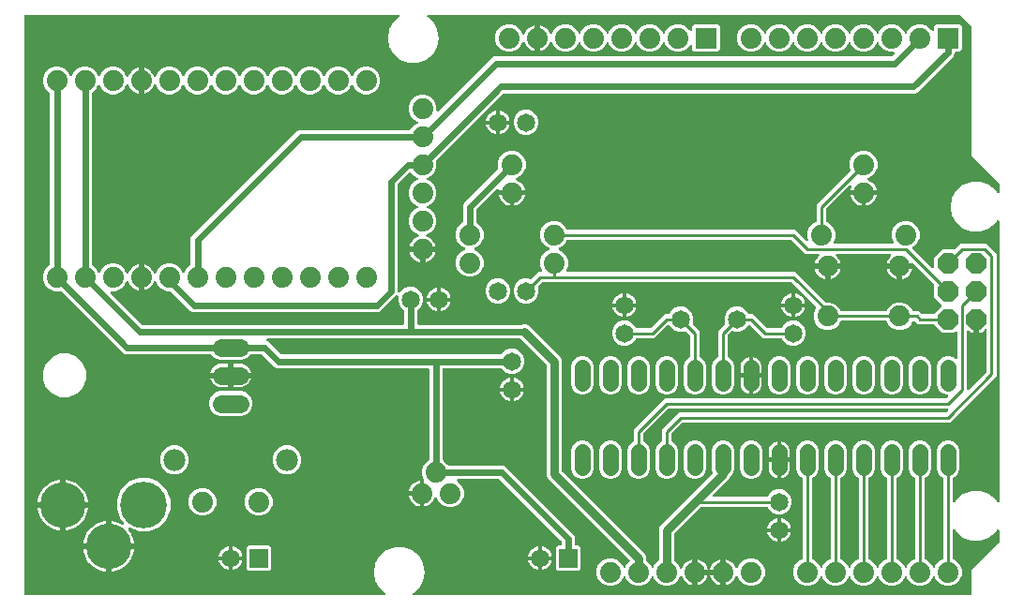
<source format=gbr>
G04 EAGLE Gerber X2 export*
%TF.Part,Single*%
%TF.FileFunction,Copper,L1,Top,Mixed*%
%TF.FilePolarity,Positive*%
%TF.GenerationSoftware,Autodesk,EAGLE,8.7.0*%
%TF.CreationDate,2018-03-15T14:00:46Z*%
G75*
%MOMM*%
%FSLAX34Y34*%
%LPD*%
%AMOC8*
5,1,8,0,0,1.08239X$1,22.5*%
G01*
%ADD10C,1.879600*%
%ADD11R,1.879600X1.879600*%
%ADD12P,2.034460X8X292.500000*%
%ADD13C,1.651000*%
%ADD14R,1.651000X1.651000*%
%ADD15C,4.216000*%
%ADD16C,4.114800*%
%ADD17C,1.981200*%
%ADD18C,1.625600*%
%ADD19C,1.422400*%
%ADD20C,0.609600*%
%ADD21C,0.254000*%
%ADD22C,0.762000*%

G36*
X304002Y4323D02*
X304002Y4323D01*
X304037Y4321D01*
X304159Y4343D01*
X304282Y4359D01*
X304315Y4372D01*
X304350Y4378D01*
X304463Y4430D01*
X304578Y4476D01*
X304606Y4496D01*
X304639Y4511D01*
X304735Y4590D01*
X304835Y4662D01*
X304858Y4690D01*
X304885Y4712D01*
X304959Y4812D01*
X305038Y4907D01*
X305053Y4939D01*
X305074Y4968D01*
X305121Y5083D01*
X305174Y5195D01*
X305180Y5230D01*
X305193Y5263D01*
X305210Y5386D01*
X305233Y5507D01*
X305231Y5543D01*
X305236Y5578D01*
X305221Y5701D01*
X305214Y5825D01*
X305203Y5859D01*
X305198Y5894D01*
X305154Y6009D01*
X305116Y6127D01*
X305097Y6157D01*
X305084Y6190D01*
X305012Y6291D01*
X304945Y6396D01*
X304920Y6420D01*
X304899Y6449D01*
X304782Y6560D01*
X299915Y10644D01*
X295929Y17549D01*
X294545Y25400D01*
X295929Y33251D01*
X299915Y40155D01*
X306022Y45280D01*
X313514Y48007D01*
X321486Y48007D01*
X328978Y45280D01*
X335085Y40156D01*
X339071Y33251D01*
X340455Y25400D01*
X339071Y17549D01*
X335085Y10645D01*
X330218Y6560D01*
X330194Y6534D01*
X330165Y6514D01*
X330086Y6418D01*
X330001Y6327D01*
X329985Y6296D01*
X329962Y6269D01*
X329909Y6156D01*
X329850Y6047D01*
X329842Y6013D01*
X329826Y5981D01*
X329803Y5859D01*
X329773Y5739D01*
X329773Y5703D01*
X329767Y5668D01*
X329774Y5545D01*
X329775Y5421D01*
X329784Y5386D01*
X329786Y5351D01*
X329825Y5233D01*
X329856Y5113D01*
X329874Y5082D01*
X329884Y5049D01*
X329951Y4944D01*
X330011Y4835D01*
X330036Y4810D01*
X330055Y4780D01*
X330145Y4695D01*
X330230Y4605D01*
X330260Y4586D01*
X330286Y4562D01*
X330395Y4502D01*
X330500Y4436D01*
X330534Y4425D01*
X330565Y4408D01*
X330685Y4377D01*
X330803Y4340D01*
X330838Y4338D01*
X330873Y4329D01*
X331033Y4319D01*
X832612Y4319D01*
X832730Y4334D01*
X832849Y4341D01*
X832887Y4354D01*
X832928Y4359D01*
X833038Y4402D01*
X833151Y4439D01*
X833186Y4461D01*
X833223Y4476D01*
X833319Y4545D01*
X833420Y4609D01*
X833448Y4639D01*
X833481Y4662D01*
X833557Y4754D01*
X833638Y4841D01*
X833658Y4876D01*
X833683Y4907D01*
X833734Y5015D01*
X833792Y5119D01*
X833802Y5159D01*
X833819Y5195D01*
X833841Y5312D01*
X833871Y5427D01*
X833875Y5487D01*
X833879Y5507D01*
X833877Y5528D01*
X833881Y5588D01*
X833881Y27189D01*
X858910Y52217D01*
X858970Y52295D01*
X859038Y52368D01*
X859067Y52421D01*
X859104Y52468D01*
X859144Y52559D01*
X859192Y52646D01*
X859207Y52705D01*
X859231Y52760D01*
X859246Y52858D01*
X859271Y52954D01*
X859277Y53054D01*
X859281Y53074D01*
X859279Y53087D01*
X859281Y53115D01*
X859281Y62763D01*
X859263Y62908D01*
X859248Y63053D01*
X859243Y63066D01*
X859241Y63079D01*
X859188Y63214D01*
X859137Y63351D01*
X859129Y63362D01*
X859124Y63375D01*
X859039Y63492D01*
X858956Y63612D01*
X858945Y63621D01*
X858938Y63632D01*
X858826Y63725D01*
X858715Y63820D01*
X858703Y63826D01*
X858693Y63835D01*
X858561Y63897D01*
X858430Y63962D01*
X858417Y63965D01*
X858405Y63970D01*
X858263Y63998D01*
X858119Y64028D01*
X858106Y64028D01*
X858093Y64030D01*
X857948Y64021D01*
X857802Y64015D01*
X857788Y64011D01*
X857775Y64010D01*
X857637Y63966D01*
X857497Y63924D01*
X857485Y63917D01*
X857473Y63912D01*
X857350Y63835D01*
X857225Y63759D01*
X857215Y63749D01*
X857204Y63742D01*
X857104Y63636D01*
X857002Y63532D01*
X856992Y63517D01*
X856986Y63511D01*
X856978Y63496D01*
X856913Y63398D01*
X855785Y61445D01*
X849678Y56320D01*
X842186Y53593D01*
X834214Y53593D01*
X826722Y56320D01*
X820615Y61444D01*
X819487Y63398D01*
X819403Y63509D01*
X819401Y63512D01*
X819399Y63514D01*
X819314Y63632D01*
X819303Y63641D01*
X819295Y63651D01*
X819181Y63742D01*
X819069Y63835D01*
X819056Y63841D01*
X819046Y63849D01*
X818912Y63909D01*
X818781Y63970D01*
X818768Y63973D01*
X818755Y63978D01*
X818611Y64003D01*
X818468Y64030D01*
X818455Y64029D01*
X818442Y64032D01*
X818296Y64019D01*
X818151Y64010D01*
X818138Y64006D01*
X818125Y64005D01*
X817987Y63957D01*
X817849Y63912D01*
X817837Y63905D01*
X817824Y63901D01*
X817703Y63820D01*
X817580Y63742D01*
X817571Y63732D01*
X817559Y63725D01*
X817462Y63617D01*
X817362Y63511D01*
X817355Y63499D01*
X817346Y63489D01*
X817279Y63360D01*
X817208Y63232D01*
X817205Y63219D01*
X817199Y63207D01*
X817165Y63065D01*
X817129Y62924D01*
X817128Y62906D01*
X817126Y62898D01*
X817126Y62880D01*
X817119Y62763D01*
X817119Y37931D01*
X817122Y37902D01*
X817120Y37873D01*
X817142Y37745D01*
X817159Y37616D01*
X817169Y37589D01*
X817174Y37559D01*
X817228Y37441D01*
X817276Y37320D01*
X817293Y37296D01*
X817305Y37269D01*
X817386Y37168D01*
X817462Y37063D01*
X817485Y37044D01*
X817504Y37021D01*
X817607Y36943D01*
X817707Y36860D01*
X817734Y36847D01*
X817758Y36830D01*
X817902Y36759D01*
X819850Y35952D01*
X823352Y32450D01*
X825247Y27876D01*
X825247Y22924D01*
X823352Y18350D01*
X819850Y14848D01*
X815276Y12953D01*
X810324Y12953D01*
X805750Y14848D01*
X802248Y18350D01*
X801273Y20705D01*
X801204Y20825D01*
X801139Y20948D01*
X801125Y20963D01*
X801115Y20981D01*
X801018Y21081D01*
X800925Y21184D01*
X800908Y21195D01*
X800894Y21209D01*
X800775Y21282D01*
X800659Y21358D01*
X800640Y21365D01*
X800623Y21376D01*
X800490Y21416D01*
X800358Y21462D01*
X800338Y21463D01*
X800319Y21469D01*
X800180Y21476D01*
X800041Y21487D01*
X800021Y21483D01*
X800001Y21484D01*
X799865Y21456D01*
X799728Y21432D01*
X799709Y21424D01*
X799690Y21420D01*
X799564Y21359D01*
X799438Y21302D01*
X799422Y21289D01*
X799404Y21280D01*
X799298Y21190D01*
X799190Y21103D01*
X799177Y21087D01*
X799162Y21074D01*
X799082Y20960D01*
X798998Y20849D01*
X798986Y20824D01*
X798979Y20814D01*
X798972Y20795D01*
X798927Y20705D01*
X797952Y18350D01*
X794450Y14848D01*
X789876Y12953D01*
X784924Y12953D01*
X780350Y14848D01*
X776848Y18350D01*
X775873Y20705D01*
X775804Y20825D01*
X775739Y20948D01*
X775725Y20963D01*
X775715Y20981D01*
X775618Y21081D01*
X775525Y21184D01*
X775508Y21195D01*
X775494Y21209D01*
X775375Y21282D01*
X775259Y21358D01*
X775240Y21365D01*
X775223Y21376D01*
X775090Y21417D01*
X774958Y21462D01*
X774938Y21463D01*
X774919Y21469D01*
X774780Y21476D01*
X774641Y21487D01*
X774621Y21483D01*
X774601Y21484D01*
X774465Y21456D01*
X774328Y21432D01*
X774309Y21424D01*
X774290Y21420D01*
X774164Y21359D01*
X774038Y21302D01*
X774022Y21289D01*
X774004Y21280D01*
X773898Y21190D01*
X773790Y21103D01*
X773777Y21087D01*
X773762Y21074D01*
X773682Y20960D01*
X773598Y20849D01*
X773586Y20824D01*
X773579Y20814D01*
X773572Y20795D01*
X773527Y20705D01*
X772552Y18349D01*
X769050Y14848D01*
X764476Y12953D01*
X759524Y12953D01*
X754950Y14848D01*
X751448Y18350D01*
X750473Y20705D01*
X750404Y20825D01*
X750339Y20948D01*
X750325Y20963D01*
X750315Y20981D01*
X750218Y21081D01*
X750125Y21184D01*
X750108Y21195D01*
X750094Y21209D01*
X749975Y21282D01*
X749859Y21358D01*
X749840Y21365D01*
X749823Y21376D01*
X749690Y21417D01*
X749558Y21462D01*
X749538Y21463D01*
X749519Y21469D01*
X749380Y21476D01*
X749241Y21487D01*
X749221Y21483D01*
X749201Y21484D01*
X749065Y21456D01*
X748928Y21432D01*
X748909Y21424D01*
X748890Y21420D01*
X748764Y21359D01*
X748638Y21302D01*
X748622Y21289D01*
X748604Y21280D01*
X748498Y21190D01*
X748390Y21103D01*
X748377Y21087D01*
X748362Y21074D01*
X748282Y20960D01*
X748198Y20849D01*
X748186Y20824D01*
X748179Y20814D01*
X748172Y20795D01*
X748127Y20705D01*
X747152Y18349D01*
X743650Y14848D01*
X739076Y12953D01*
X734124Y12953D01*
X729550Y14848D01*
X726048Y18350D01*
X725073Y20705D01*
X725004Y20825D01*
X724939Y20948D01*
X724925Y20963D01*
X724915Y20981D01*
X724818Y21081D01*
X724725Y21184D01*
X724708Y21195D01*
X724694Y21209D01*
X724575Y21282D01*
X724459Y21358D01*
X724440Y21365D01*
X724423Y21376D01*
X724290Y21417D01*
X724158Y21462D01*
X724138Y21463D01*
X724119Y21469D01*
X723980Y21476D01*
X723841Y21487D01*
X723821Y21483D01*
X723801Y21484D01*
X723665Y21456D01*
X723528Y21432D01*
X723509Y21424D01*
X723490Y21420D01*
X723364Y21359D01*
X723238Y21302D01*
X723222Y21289D01*
X723204Y21280D01*
X723098Y21190D01*
X722990Y21103D01*
X722977Y21087D01*
X722962Y21074D01*
X722882Y20960D01*
X722798Y20849D01*
X722786Y20824D01*
X722779Y20814D01*
X722772Y20795D01*
X722727Y20705D01*
X721752Y18349D01*
X718250Y14848D01*
X713676Y12953D01*
X708724Y12953D01*
X704150Y14848D01*
X700648Y18350D01*
X699673Y20705D01*
X699604Y20825D01*
X699539Y20948D01*
X699525Y20963D01*
X699515Y20981D01*
X699418Y21081D01*
X699325Y21184D01*
X699308Y21195D01*
X699294Y21209D01*
X699175Y21282D01*
X699059Y21358D01*
X699040Y21365D01*
X699023Y21376D01*
X698890Y21417D01*
X698758Y21462D01*
X698738Y21463D01*
X698719Y21469D01*
X698580Y21476D01*
X698441Y21487D01*
X698421Y21483D01*
X698401Y21484D01*
X698265Y21456D01*
X698128Y21432D01*
X698109Y21424D01*
X698090Y21420D01*
X697964Y21359D01*
X697838Y21302D01*
X697822Y21289D01*
X697804Y21280D01*
X697698Y21190D01*
X697590Y21103D01*
X697577Y21087D01*
X697562Y21074D01*
X697482Y20960D01*
X697398Y20849D01*
X697386Y20824D01*
X697379Y20814D01*
X697372Y20795D01*
X697327Y20705D01*
X696352Y18349D01*
X692850Y14848D01*
X688276Y12953D01*
X683324Y12953D01*
X678750Y14848D01*
X675248Y18350D01*
X673353Y22924D01*
X673353Y27876D01*
X675248Y32450D01*
X678750Y35952D01*
X680698Y36759D01*
X680723Y36773D01*
X680751Y36783D01*
X680861Y36852D01*
X680974Y36916D01*
X680995Y36937D01*
X681020Y36953D01*
X681109Y37047D01*
X681202Y37138D01*
X681218Y37163D01*
X681238Y37184D01*
X681301Y37298D01*
X681369Y37409D01*
X681377Y37437D01*
X681392Y37463D01*
X681424Y37589D01*
X681462Y37713D01*
X681464Y37742D01*
X681471Y37771D01*
X681481Y37931D01*
X681481Y109831D01*
X681478Y109860D01*
X681480Y109890D01*
X681458Y110018D01*
X681441Y110146D01*
X681431Y110174D01*
X681426Y110203D01*
X681372Y110322D01*
X681324Y110442D01*
X681307Y110466D01*
X681295Y110493D01*
X681214Y110595D01*
X681138Y110699D01*
X681115Y110718D01*
X681096Y110741D01*
X680993Y110819D01*
X680893Y110902D01*
X680866Y110915D01*
X680842Y110933D01*
X680698Y111004D01*
X680044Y111274D01*
X677186Y114132D01*
X675639Y117867D01*
X675639Y136133D01*
X677186Y139868D01*
X680044Y142726D01*
X683779Y144273D01*
X687821Y144273D01*
X691556Y142726D01*
X694414Y139868D01*
X695961Y136133D01*
X695961Y117867D01*
X694414Y114132D01*
X691556Y111274D01*
X690902Y111004D01*
X690877Y110989D01*
X690849Y110980D01*
X690739Y110910D01*
X690626Y110846D01*
X690605Y110825D01*
X690580Y110810D01*
X690491Y110715D01*
X690398Y110625D01*
X690382Y110600D01*
X690362Y110578D01*
X690299Y110464D01*
X690231Y110354D01*
X690223Y110325D01*
X690208Y110300D01*
X690176Y110174D01*
X690138Y110050D01*
X690136Y110020D01*
X690129Y109992D01*
X690119Y109831D01*
X690119Y37931D01*
X690122Y37902D01*
X690120Y37873D01*
X690142Y37745D01*
X690159Y37616D01*
X690169Y37589D01*
X690174Y37559D01*
X690228Y37441D01*
X690276Y37320D01*
X690293Y37296D01*
X690305Y37269D01*
X690386Y37168D01*
X690462Y37063D01*
X690485Y37044D01*
X690504Y37021D01*
X690607Y36943D01*
X690707Y36860D01*
X690734Y36847D01*
X690758Y36830D01*
X690902Y36759D01*
X692850Y35952D01*
X696352Y32451D01*
X697327Y30095D01*
X697396Y29974D01*
X697461Y29852D01*
X697475Y29837D01*
X697485Y29819D01*
X697582Y29719D01*
X697675Y29616D01*
X697692Y29605D01*
X697706Y29591D01*
X697824Y29518D01*
X697941Y29442D01*
X697960Y29435D01*
X697977Y29424D01*
X698110Y29384D01*
X698242Y29338D01*
X698262Y29337D01*
X698281Y29331D01*
X698420Y29324D01*
X698559Y29313D01*
X698579Y29317D01*
X698599Y29316D01*
X698735Y29344D01*
X698872Y29368D01*
X698891Y29376D01*
X698910Y29380D01*
X699035Y29441D01*
X699162Y29498D01*
X699178Y29511D01*
X699196Y29520D01*
X699302Y29610D01*
X699410Y29697D01*
X699423Y29713D01*
X699438Y29726D01*
X699518Y29840D01*
X699602Y29951D01*
X699614Y29976D01*
X699621Y29986D01*
X699628Y30005D01*
X699673Y30095D01*
X700648Y32450D01*
X704150Y35952D01*
X706098Y36759D01*
X706123Y36773D01*
X706151Y36783D01*
X706261Y36852D01*
X706374Y36916D01*
X706395Y36937D01*
X706420Y36953D01*
X706509Y37047D01*
X706602Y37138D01*
X706618Y37163D01*
X706638Y37184D01*
X706701Y37298D01*
X706769Y37409D01*
X706777Y37437D01*
X706792Y37463D01*
X706824Y37589D01*
X706862Y37713D01*
X706864Y37742D01*
X706871Y37771D01*
X706881Y37931D01*
X706881Y109831D01*
X706878Y109860D01*
X706880Y109890D01*
X706858Y110018D01*
X706841Y110146D01*
X706831Y110174D01*
X706826Y110203D01*
X706772Y110322D01*
X706724Y110442D01*
X706707Y110466D01*
X706695Y110493D01*
X706614Y110595D01*
X706538Y110699D01*
X706515Y110718D01*
X706496Y110741D01*
X706393Y110819D01*
X706293Y110902D01*
X706266Y110915D01*
X706242Y110933D01*
X706098Y111004D01*
X705444Y111274D01*
X702586Y114132D01*
X701039Y117867D01*
X701039Y136133D01*
X702586Y139868D01*
X705444Y142726D01*
X709179Y144273D01*
X713221Y144273D01*
X716956Y142726D01*
X719814Y139868D01*
X721361Y136133D01*
X721361Y117867D01*
X719814Y114132D01*
X716956Y111274D01*
X716302Y111004D01*
X716277Y110989D01*
X716249Y110980D01*
X716139Y110910D01*
X716026Y110846D01*
X716005Y110825D01*
X715980Y110810D01*
X715891Y110715D01*
X715798Y110625D01*
X715782Y110600D01*
X715762Y110578D01*
X715699Y110464D01*
X715631Y110354D01*
X715623Y110325D01*
X715608Y110300D01*
X715576Y110174D01*
X715538Y110050D01*
X715536Y110020D01*
X715529Y109992D01*
X715519Y109831D01*
X715519Y37931D01*
X715522Y37902D01*
X715520Y37873D01*
X715542Y37745D01*
X715559Y37616D01*
X715569Y37589D01*
X715574Y37559D01*
X715628Y37441D01*
X715676Y37320D01*
X715693Y37296D01*
X715705Y37269D01*
X715786Y37168D01*
X715862Y37063D01*
X715885Y37044D01*
X715904Y37021D01*
X716007Y36943D01*
X716107Y36860D01*
X716134Y36847D01*
X716158Y36830D01*
X716302Y36759D01*
X718250Y35952D01*
X721752Y32451D01*
X722727Y30095D01*
X722796Y29974D01*
X722861Y29852D01*
X722875Y29837D01*
X722885Y29819D01*
X722982Y29719D01*
X723075Y29616D01*
X723092Y29605D01*
X723106Y29591D01*
X723224Y29518D01*
X723341Y29442D01*
X723360Y29435D01*
X723377Y29424D01*
X723510Y29384D01*
X723642Y29338D01*
X723662Y29337D01*
X723681Y29331D01*
X723820Y29324D01*
X723959Y29313D01*
X723979Y29317D01*
X723999Y29316D01*
X724135Y29344D01*
X724272Y29368D01*
X724291Y29376D01*
X724310Y29380D01*
X724435Y29441D01*
X724562Y29498D01*
X724578Y29511D01*
X724596Y29520D01*
X724702Y29610D01*
X724810Y29697D01*
X724823Y29713D01*
X724838Y29726D01*
X724918Y29840D01*
X725002Y29951D01*
X725014Y29976D01*
X725021Y29986D01*
X725028Y30005D01*
X725073Y30095D01*
X726048Y32450D01*
X729550Y35952D01*
X731498Y36759D01*
X731523Y36773D01*
X731551Y36783D01*
X731661Y36852D01*
X731774Y36916D01*
X731795Y36937D01*
X731820Y36953D01*
X731909Y37047D01*
X732002Y37138D01*
X732018Y37163D01*
X732038Y37184D01*
X732101Y37298D01*
X732169Y37409D01*
X732177Y37437D01*
X732192Y37463D01*
X732224Y37589D01*
X732262Y37713D01*
X732264Y37742D01*
X732271Y37771D01*
X732281Y37931D01*
X732281Y109831D01*
X732278Y109860D01*
X732280Y109890D01*
X732258Y110018D01*
X732241Y110146D01*
X732231Y110174D01*
X732226Y110203D01*
X732172Y110322D01*
X732124Y110442D01*
X732107Y110466D01*
X732095Y110493D01*
X732014Y110595D01*
X731938Y110699D01*
X731915Y110718D01*
X731896Y110741D01*
X731793Y110819D01*
X731693Y110902D01*
X731666Y110915D01*
X731642Y110933D01*
X731498Y111004D01*
X730844Y111274D01*
X727986Y114132D01*
X726439Y117867D01*
X726439Y136133D01*
X727986Y139868D01*
X730844Y142726D01*
X734579Y144273D01*
X738621Y144273D01*
X742356Y142726D01*
X745214Y139868D01*
X746761Y136133D01*
X746761Y117867D01*
X745214Y114132D01*
X742356Y111274D01*
X741702Y111004D01*
X741677Y110989D01*
X741649Y110980D01*
X741539Y110910D01*
X741426Y110846D01*
X741405Y110825D01*
X741380Y110810D01*
X741291Y110715D01*
X741198Y110625D01*
X741182Y110600D01*
X741162Y110578D01*
X741099Y110464D01*
X741031Y110354D01*
X741023Y110325D01*
X741008Y110300D01*
X740976Y110174D01*
X740938Y110050D01*
X740936Y110020D01*
X740929Y109992D01*
X740919Y109831D01*
X740919Y37931D01*
X740922Y37902D01*
X740920Y37873D01*
X740942Y37745D01*
X740959Y37616D01*
X740969Y37589D01*
X740974Y37559D01*
X741028Y37441D01*
X741076Y37320D01*
X741093Y37296D01*
X741105Y37269D01*
X741186Y37168D01*
X741262Y37063D01*
X741285Y37044D01*
X741304Y37021D01*
X741407Y36943D01*
X741507Y36860D01*
X741534Y36847D01*
X741558Y36830D01*
X741702Y36759D01*
X743650Y35952D01*
X747152Y32451D01*
X748127Y30095D01*
X748196Y29974D01*
X748261Y29852D01*
X748275Y29837D01*
X748285Y29819D01*
X748382Y29719D01*
X748475Y29616D01*
X748492Y29605D01*
X748506Y29591D01*
X748624Y29518D01*
X748741Y29442D01*
X748760Y29435D01*
X748777Y29424D01*
X748910Y29384D01*
X749042Y29338D01*
X749062Y29337D01*
X749081Y29331D01*
X749220Y29324D01*
X749359Y29313D01*
X749379Y29317D01*
X749399Y29316D01*
X749535Y29344D01*
X749672Y29368D01*
X749691Y29376D01*
X749710Y29380D01*
X749835Y29441D01*
X749962Y29498D01*
X749978Y29511D01*
X749996Y29520D01*
X750102Y29610D01*
X750210Y29697D01*
X750223Y29713D01*
X750238Y29726D01*
X750318Y29840D01*
X750402Y29951D01*
X750414Y29976D01*
X750421Y29986D01*
X750428Y30005D01*
X750473Y30095D01*
X751448Y32450D01*
X754950Y35952D01*
X756898Y36759D01*
X756923Y36773D01*
X756951Y36783D01*
X757061Y36852D01*
X757174Y36916D01*
X757195Y36937D01*
X757220Y36953D01*
X757309Y37047D01*
X757402Y37138D01*
X757418Y37163D01*
X757438Y37184D01*
X757501Y37298D01*
X757569Y37409D01*
X757577Y37437D01*
X757592Y37463D01*
X757624Y37589D01*
X757662Y37713D01*
X757664Y37742D01*
X757671Y37771D01*
X757681Y37931D01*
X757681Y109831D01*
X757678Y109860D01*
X757680Y109890D01*
X757658Y110018D01*
X757641Y110146D01*
X757631Y110174D01*
X757626Y110203D01*
X757572Y110322D01*
X757524Y110442D01*
X757507Y110466D01*
X757495Y110493D01*
X757414Y110595D01*
X757338Y110699D01*
X757315Y110718D01*
X757296Y110741D01*
X757193Y110819D01*
X757093Y110902D01*
X757066Y110915D01*
X757042Y110933D01*
X756898Y111004D01*
X756244Y111274D01*
X753386Y114132D01*
X751839Y117867D01*
X751839Y136133D01*
X753386Y139868D01*
X756244Y142726D01*
X759979Y144273D01*
X764021Y144273D01*
X767756Y142726D01*
X770614Y139868D01*
X772161Y136133D01*
X772161Y117867D01*
X770614Y114132D01*
X767756Y111274D01*
X767102Y111004D01*
X767077Y110989D01*
X767049Y110980D01*
X766939Y110910D01*
X766826Y110846D01*
X766805Y110825D01*
X766780Y110810D01*
X766691Y110715D01*
X766598Y110625D01*
X766582Y110600D01*
X766562Y110578D01*
X766499Y110464D01*
X766431Y110354D01*
X766423Y110325D01*
X766408Y110300D01*
X766376Y110174D01*
X766338Y110050D01*
X766336Y110020D01*
X766329Y109992D01*
X766319Y109831D01*
X766319Y37931D01*
X766322Y37902D01*
X766320Y37873D01*
X766342Y37745D01*
X766359Y37616D01*
X766369Y37589D01*
X766374Y37559D01*
X766428Y37441D01*
X766476Y37320D01*
X766493Y37296D01*
X766505Y37269D01*
X766586Y37168D01*
X766662Y37063D01*
X766685Y37044D01*
X766704Y37021D01*
X766807Y36943D01*
X766907Y36860D01*
X766934Y36847D01*
X766958Y36830D01*
X767102Y36759D01*
X769050Y35952D01*
X772552Y32451D01*
X773527Y30095D01*
X773596Y29974D01*
X773661Y29852D01*
X773675Y29837D01*
X773685Y29819D01*
X773782Y29719D01*
X773875Y29616D01*
X773892Y29605D01*
X773906Y29591D01*
X774024Y29518D01*
X774141Y29442D01*
X774160Y29435D01*
X774177Y29424D01*
X774310Y29384D01*
X774442Y29338D01*
X774462Y29337D01*
X774481Y29331D01*
X774620Y29324D01*
X774759Y29313D01*
X774779Y29317D01*
X774799Y29316D01*
X774935Y29344D01*
X775072Y29368D01*
X775091Y29376D01*
X775110Y29380D01*
X775235Y29441D01*
X775362Y29498D01*
X775378Y29511D01*
X775396Y29520D01*
X775502Y29610D01*
X775610Y29697D01*
X775623Y29713D01*
X775638Y29726D01*
X775718Y29840D01*
X775802Y29951D01*
X775814Y29976D01*
X775821Y29986D01*
X775828Y30005D01*
X775873Y30095D01*
X776848Y32450D01*
X780350Y35952D01*
X782298Y36759D01*
X782323Y36773D01*
X782351Y36783D01*
X782461Y36852D01*
X782574Y36916D01*
X782595Y36937D01*
X782620Y36953D01*
X782709Y37047D01*
X782802Y37138D01*
X782818Y37163D01*
X782838Y37184D01*
X782901Y37298D01*
X782969Y37409D01*
X782977Y37437D01*
X782992Y37463D01*
X783024Y37589D01*
X783062Y37713D01*
X783064Y37742D01*
X783071Y37771D01*
X783081Y37931D01*
X783081Y109831D01*
X783078Y109860D01*
X783080Y109890D01*
X783058Y110018D01*
X783041Y110146D01*
X783031Y110174D01*
X783026Y110203D01*
X782972Y110322D01*
X782924Y110442D01*
X782907Y110466D01*
X782895Y110493D01*
X782814Y110595D01*
X782738Y110699D01*
X782715Y110718D01*
X782696Y110741D01*
X782593Y110819D01*
X782493Y110902D01*
X782466Y110915D01*
X782442Y110933D01*
X782298Y111004D01*
X781644Y111274D01*
X778786Y114132D01*
X777239Y117867D01*
X777239Y136133D01*
X778786Y139868D01*
X781644Y142726D01*
X785379Y144273D01*
X789421Y144273D01*
X793156Y142726D01*
X796014Y139868D01*
X797561Y136133D01*
X797561Y117867D01*
X796014Y114132D01*
X793156Y111274D01*
X792502Y111004D01*
X792477Y110989D01*
X792449Y110980D01*
X792339Y110910D01*
X792226Y110846D01*
X792205Y110825D01*
X792180Y110810D01*
X792091Y110715D01*
X791998Y110625D01*
X791982Y110600D01*
X791962Y110578D01*
X791899Y110464D01*
X791831Y110354D01*
X791823Y110325D01*
X791808Y110300D01*
X791776Y110174D01*
X791738Y110050D01*
X791736Y110020D01*
X791729Y109992D01*
X791719Y109831D01*
X791719Y37931D01*
X791722Y37902D01*
X791720Y37873D01*
X791742Y37745D01*
X791759Y37616D01*
X791769Y37589D01*
X791774Y37559D01*
X791828Y37441D01*
X791876Y37320D01*
X791893Y37296D01*
X791905Y37269D01*
X791986Y37168D01*
X792062Y37063D01*
X792085Y37044D01*
X792104Y37021D01*
X792207Y36943D01*
X792307Y36860D01*
X792334Y36847D01*
X792358Y36830D01*
X792502Y36759D01*
X794450Y35952D01*
X797952Y32450D01*
X798927Y30095D01*
X798996Y29975D01*
X799061Y29852D01*
X799075Y29837D01*
X799085Y29819D01*
X799182Y29719D01*
X799275Y29616D01*
X799292Y29605D01*
X799306Y29591D01*
X799424Y29518D01*
X799541Y29442D01*
X799560Y29435D01*
X799577Y29424D01*
X799710Y29384D01*
X799842Y29338D01*
X799862Y29337D01*
X799881Y29331D01*
X800020Y29324D01*
X800159Y29313D01*
X800179Y29317D01*
X800199Y29316D01*
X800335Y29344D01*
X800472Y29368D01*
X800491Y29376D01*
X800510Y29380D01*
X800635Y29441D01*
X800762Y29498D01*
X800778Y29511D01*
X800796Y29520D01*
X800902Y29610D01*
X801010Y29697D01*
X801023Y29713D01*
X801038Y29726D01*
X801118Y29840D01*
X801202Y29951D01*
X801214Y29976D01*
X801221Y29986D01*
X801228Y30005D01*
X801273Y30095D01*
X802248Y32450D01*
X805750Y35952D01*
X807698Y36759D01*
X807723Y36773D01*
X807751Y36783D01*
X807861Y36852D01*
X807974Y36916D01*
X807995Y36937D01*
X808020Y36953D01*
X808109Y37047D01*
X808202Y37138D01*
X808218Y37163D01*
X808238Y37184D01*
X808301Y37298D01*
X808369Y37409D01*
X808377Y37437D01*
X808392Y37463D01*
X808424Y37589D01*
X808462Y37713D01*
X808464Y37742D01*
X808471Y37771D01*
X808481Y37931D01*
X808481Y109831D01*
X808478Y109860D01*
X808480Y109890D01*
X808458Y110018D01*
X808441Y110146D01*
X808431Y110174D01*
X808426Y110203D01*
X808372Y110322D01*
X808324Y110442D01*
X808307Y110466D01*
X808295Y110493D01*
X808214Y110595D01*
X808138Y110699D01*
X808115Y110718D01*
X808096Y110741D01*
X807993Y110819D01*
X807893Y110902D01*
X807866Y110915D01*
X807842Y110933D01*
X807698Y111004D01*
X807044Y111274D01*
X804186Y114132D01*
X802639Y117867D01*
X802639Y136133D01*
X804186Y139868D01*
X807044Y142726D01*
X810779Y144273D01*
X814821Y144273D01*
X818556Y142726D01*
X821414Y139868D01*
X822961Y136133D01*
X822961Y117867D01*
X821414Y114132D01*
X818556Y111274D01*
X817902Y111004D01*
X817877Y110989D01*
X817849Y110980D01*
X817739Y110910D01*
X817626Y110846D01*
X817605Y110825D01*
X817580Y110810D01*
X817491Y110715D01*
X817398Y110625D01*
X817382Y110600D01*
X817362Y110578D01*
X817299Y110464D01*
X817231Y110354D01*
X817223Y110325D01*
X817208Y110300D01*
X817176Y110174D01*
X817138Y110050D01*
X817136Y110020D01*
X817129Y109992D01*
X817119Y109831D01*
X817119Y89637D01*
X817137Y89492D01*
X817152Y89347D01*
X817157Y89334D01*
X817159Y89321D01*
X817212Y89186D01*
X817263Y89049D01*
X817271Y89038D01*
X817276Y89025D01*
X817361Y88908D01*
X817444Y88788D01*
X817455Y88779D01*
X817462Y88768D01*
X817575Y88675D01*
X817685Y88580D01*
X817697Y88574D01*
X817707Y88565D01*
X817839Y88503D01*
X817970Y88438D01*
X817983Y88435D01*
X817995Y88430D01*
X818137Y88402D01*
X818281Y88372D01*
X818294Y88372D01*
X818307Y88370D01*
X818452Y88379D01*
X818598Y88385D01*
X818612Y88389D01*
X818625Y88390D01*
X818763Y88434D01*
X818903Y88476D01*
X818915Y88483D01*
X818927Y88488D01*
X819050Y88565D01*
X819175Y88641D01*
X819185Y88651D01*
X819196Y88658D01*
X819296Y88764D01*
X819398Y88868D01*
X819408Y88883D01*
X819414Y88889D01*
X819422Y88904D01*
X819487Y89002D01*
X820615Y90955D01*
X826722Y96080D01*
X834214Y98807D01*
X842186Y98807D01*
X849678Y96080D01*
X855785Y90956D01*
X856913Y89002D01*
X857001Y88886D01*
X857086Y88768D01*
X857097Y88759D01*
X857105Y88749D01*
X857219Y88658D01*
X857331Y88565D01*
X857344Y88559D01*
X857354Y88551D01*
X857488Y88491D01*
X857619Y88430D01*
X857632Y88427D01*
X857645Y88422D01*
X857789Y88397D01*
X857932Y88370D01*
X857945Y88371D01*
X857958Y88368D01*
X858104Y88381D01*
X858249Y88390D01*
X858262Y88394D01*
X858275Y88395D01*
X858413Y88443D01*
X858551Y88488D01*
X858563Y88495D01*
X858576Y88499D01*
X858697Y88580D01*
X858820Y88658D01*
X858829Y88668D01*
X858841Y88675D01*
X858938Y88783D01*
X859038Y88889D01*
X859045Y88901D01*
X859054Y88911D01*
X859121Y89040D01*
X859192Y89168D01*
X859195Y89181D01*
X859201Y89193D01*
X859235Y89335D01*
X859271Y89476D01*
X859272Y89494D01*
X859274Y89502D01*
X859274Y89520D01*
X859281Y89637D01*
X859281Y342163D01*
X859263Y342308D01*
X859248Y342453D01*
X859243Y342466D01*
X859241Y342479D01*
X859188Y342614D01*
X859137Y342751D01*
X859129Y342762D01*
X859124Y342775D01*
X859039Y342892D01*
X858956Y343012D01*
X858945Y343021D01*
X858938Y343032D01*
X858826Y343125D01*
X858715Y343220D01*
X858703Y343226D01*
X858693Y343235D01*
X858561Y343297D01*
X858430Y343362D01*
X858417Y343365D01*
X858405Y343370D01*
X858263Y343398D01*
X858119Y343428D01*
X858106Y343428D01*
X858093Y343430D01*
X857948Y343421D01*
X857802Y343415D01*
X857788Y343411D01*
X857775Y343410D01*
X857637Y343366D01*
X857497Y343324D01*
X857485Y343317D01*
X857473Y343312D01*
X857350Y343235D01*
X857225Y343159D01*
X857215Y343149D01*
X857204Y343142D01*
X857104Y343036D01*
X857002Y342932D01*
X856992Y342917D01*
X856986Y342911D01*
X856978Y342896D01*
X856913Y342798D01*
X855785Y340845D01*
X849678Y335720D01*
X842186Y332993D01*
X834214Y332993D01*
X826722Y335720D01*
X820615Y340844D01*
X816629Y347749D01*
X815245Y355600D01*
X816629Y363451D01*
X820615Y370355D01*
X826722Y375480D01*
X834214Y378207D01*
X842186Y378207D01*
X849678Y375480D01*
X855785Y370356D01*
X856913Y368402D01*
X857001Y368285D01*
X857086Y368168D01*
X857097Y368159D01*
X857105Y368149D01*
X857219Y368058D01*
X857331Y367965D01*
X857344Y367959D01*
X857354Y367951D01*
X857488Y367891D01*
X857619Y367830D01*
X857632Y367827D01*
X857645Y367822D01*
X857789Y367797D01*
X857932Y367770D01*
X857945Y367771D01*
X857958Y367768D01*
X858104Y367781D01*
X858249Y367790D01*
X858262Y367794D01*
X858275Y367795D01*
X858413Y367843D01*
X858551Y367888D01*
X858563Y367895D01*
X858576Y367899D01*
X858697Y367980D01*
X858820Y368058D01*
X858829Y368068D01*
X858841Y368075D01*
X858938Y368183D01*
X859038Y368289D01*
X859045Y368301D01*
X859054Y368311D01*
X859121Y368440D01*
X859192Y368568D01*
X859195Y368581D01*
X859201Y368593D01*
X859235Y368735D01*
X859271Y368876D01*
X859272Y368894D01*
X859274Y368902D01*
X859274Y368920D01*
X859281Y369037D01*
X859281Y376145D01*
X859269Y376244D01*
X859266Y376343D01*
X859249Y376401D01*
X859241Y376461D01*
X859205Y376553D01*
X859177Y376648D01*
X859147Y376700D01*
X859124Y376757D01*
X859066Y376837D01*
X859016Y376922D01*
X858950Y376997D01*
X858938Y377014D01*
X858928Y377022D01*
X858910Y377043D01*
X836783Y399170D01*
X833881Y402071D01*
X833881Y518385D01*
X833869Y518484D01*
X833866Y518583D01*
X833849Y518641D01*
X833841Y518701D01*
X833805Y518793D01*
X833777Y518888D01*
X833747Y518940D01*
X833724Y518997D01*
X833666Y519077D01*
X833616Y519162D01*
X833550Y519237D01*
X833538Y519254D01*
X833528Y519262D01*
X833510Y519283D01*
X824083Y528710D01*
X824005Y528770D01*
X823932Y528838D01*
X823879Y528867D01*
X823832Y528904D01*
X823741Y528944D01*
X823654Y528992D01*
X823595Y529007D01*
X823540Y529031D01*
X823442Y529046D01*
X823346Y529071D01*
X823246Y529077D01*
X823226Y529081D01*
X823213Y529079D01*
X823185Y529081D01*
X343733Y529081D01*
X343698Y529077D01*
X343663Y529079D01*
X343541Y529057D01*
X343418Y529041D01*
X343385Y529028D01*
X343350Y529022D01*
X343237Y528970D01*
X343122Y528924D01*
X343094Y528904D01*
X343061Y528889D01*
X342965Y528810D01*
X342865Y528738D01*
X342842Y528710D01*
X342815Y528688D01*
X342741Y528588D01*
X342662Y528493D01*
X342647Y528461D01*
X342626Y528432D01*
X342579Y528317D01*
X342526Y528205D01*
X342520Y528170D01*
X342507Y528137D01*
X342490Y528014D01*
X342467Y527893D01*
X342469Y527857D01*
X342464Y527822D01*
X342479Y527699D01*
X342486Y527575D01*
X342497Y527541D01*
X342502Y527506D01*
X342546Y527391D01*
X342584Y527273D01*
X342603Y527243D01*
X342616Y527210D01*
X342688Y527109D01*
X342755Y527004D01*
X342780Y526980D01*
X342801Y526951D01*
X342918Y526840D01*
X347785Y522756D01*
X351771Y515851D01*
X353155Y508000D01*
X351771Y500149D01*
X347785Y493245D01*
X341678Y488120D01*
X334186Y485393D01*
X326214Y485393D01*
X318722Y488120D01*
X312615Y493244D01*
X308629Y500149D01*
X307245Y508000D01*
X308629Y515851D01*
X312615Y522755D01*
X317482Y526840D01*
X317506Y526866D01*
X317535Y526886D01*
X317614Y526982D01*
X317699Y527073D01*
X317715Y527104D01*
X317738Y527131D01*
X317791Y527244D01*
X317850Y527353D01*
X317858Y527387D01*
X317874Y527419D01*
X317897Y527541D01*
X317927Y527661D01*
X317927Y527697D01*
X317933Y527732D01*
X317926Y527855D01*
X317925Y527979D01*
X317916Y528014D01*
X317914Y528049D01*
X317875Y528167D01*
X317844Y528287D01*
X317826Y528318D01*
X317816Y528351D01*
X317749Y528456D01*
X317689Y528565D01*
X317664Y528590D01*
X317645Y528620D01*
X317555Y528705D01*
X317470Y528795D01*
X317440Y528814D01*
X317414Y528838D01*
X317305Y528898D01*
X317200Y528964D01*
X317166Y528975D01*
X317135Y528992D01*
X317015Y529023D01*
X316897Y529060D01*
X316862Y529062D01*
X316827Y529071D01*
X316667Y529081D01*
X-19812Y529081D01*
X-19930Y529066D01*
X-20049Y529059D01*
X-20087Y529046D01*
X-20128Y529041D01*
X-20238Y528998D01*
X-20351Y528961D01*
X-20386Y528939D01*
X-20423Y528924D01*
X-20519Y528855D01*
X-20620Y528791D01*
X-20648Y528761D01*
X-20681Y528738D01*
X-20757Y528646D01*
X-20838Y528559D01*
X-20858Y528524D01*
X-20883Y528493D01*
X-20934Y528385D01*
X-20992Y528281D01*
X-21002Y528241D01*
X-21019Y528205D01*
X-21041Y528088D01*
X-21071Y527973D01*
X-21075Y527913D01*
X-21079Y527893D01*
X-21077Y527872D01*
X-21081Y527812D01*
X-21081Y5588D01*
X-21066Y5470D01*
X-21059Y5351D01*
X-21046Y5313D01*
X-21041Y5272D01*
X-20998Y5162D01*
X-20961Y5049D01*
X-20939Y5014D01*
X-20924Y4977D01*
X-20855Y4881D01*
X-20791Y4780D01*
X-20761Y4752D01*
X-20738Y4719D01*
X-20646Y4643D01*
X-20559Y4562D01*
X-20524Y4542D01*
X-20493Y4517D01*
X-20385Y4466D01*
X-20281Y4408D01*
X-20241Y4398D01*
X-20205Y4381D01*
X-20088Y4359D01*
X-19973Y4329D01*
X-19913Y4325D01*
X-19893Y4321D01*
X-19872Y4323D01*
X-19812Y4319D01*
X303967Y4319D01*
X304002Y4323D01*
G37*
%LPC*%
G36*
X505524Y12953D02*
X505524Y12953D01*
X500950Y14848D01*
X497448Y18350D01*
X495553Y22924D01*
X495553Y27876D01*
X497448Y32450D01*
X500950Y35952D01*
X505524Y37847D01*
X510476Y37847D01*
X515050Y35952D01*
X518552Y32450D01*
X519527Y30095D01*
X519596Y29975D01*
X519661Y29852D01*
X519675Y29837D01*
X519685Y29819D01*
X519782Y29719D01*
X519875Y29616D01*
X519892Y29605D01*
X519906Y29591D01*
X520024Y29518D01*
X520141Y29442D01*
X520160Y29435D01*
X520177Y29424D01*
X520310Y29384D01*
X520442Y29338D01*
X520462Y29337D01*
X520481Y29331D01*
X520620Y29324D01*
X520759Y29313D01*
X520779Y29317D01*
X520799Y29316D01*
X520935Y29344D01*
X521072Y29368D01*
X521091Y29376D01*
X521110Y29380D01*
X521235Y29441D01*
X521362Y29498D01*
X521378Y29511D01*
X521396Y29520D01*
X521502Y29610D01*
X521610Y29697D01*
X521623Y29713D01*
X521638Y29726D01*
X521718Y29840D01*
X521802Y29951D01*
X521814Y29976D01*
X521821Y29986D01*
X521828Y30005D01*
X521873Y30095D01*
X522848Y32450D01*
X525201Y34804D01*
X525275Y34898D01*
X525353Y34987D01*
X525372Y35023D01*
X525396Y35055D01*
X525444Y35164D01*
X525498Y35270D01*
X525507Y35310D01*
X525523Y35347D01*
X525541Y35465D01*
X525567Y35581D01*
X525566Y35621D01*
X525573Y35661D01*
X525561Y35780D01*
X525558Y35899D01*
X525547Y35937D01*
X525543Y35978D01*
X525502Y36090D01*
X525469Y36204D01*
X525449Y36239D01*
X525435Y36277D01*
X525368Y36375D01*
X525308Y36478D01*
X525268Y36523D01*
X525257Y36540D01*
X525241Y36554D01*
X525201Y36599D01*
X451385Y110415D01*
X450341Y112936D01*
X450341Y212533D01*
X450329Y212631D01*
X450326Y212730D01*
X450309Y212789D01*
X450301Y212849D01*
X450265Y212941D01*
X450237Y213036D01*
X450207Y213088D01*
X450184Y213144D01*
X450126Y213225D01*
X450076Y213310D01*
X450010Y213385D01*
X449998Y213402D01*
X449988Y213410D01*
X449970Y213431D01*
X427299Y236102D01*
X427220Y236162D01*
X427148Y236230D01*
X427095Y236259D01*
X427047Y236296D01*
X426957Y236336D01*
X426870Y236384D01*
X426811Y236399D01*
X426756Y236423D01*
X426658Y236438D01*
X426562Y236463D01*
X426462Y236469D01*
X426442Y236473D01*
X426429Y236471D01*
X426401Y236473D01*
X198885Y236473D01*
X198816Y236465D01*
X198746Y236466D01*
X198658Y236445D01*
X198569Y236433D01*
X198504Y236408D01*
X198436Y236391D01*
X198357Y236349D01*
X198273Y236316D01*
X198217Y236275D01*
X198155Y236243D01*
X198089Y236182D01*
X198016Y236130D01*
X197972Y236076D01*
X197920Y236029D01*
X197871Y235954D01*
X197813Y235885D01*
X197784Y235821D01*
X197745Y235763D01*
X197716Y235678D01*
X197678Y235597D01*
X197665Y235528D01*
X197642Y235462D01*
X197635Y235373D01*
X197618Y235285D01*
X197622Y235215D01*
X197617Y235145D01*
X197632Y235057D01*
X197638Y234967D01*
X197659Y234901D01*
X197671Y234832D01*
X197708Y234750D01*
X197736Y234665D01*
X197773Y234606D01*
X197802Y234542D01*
X197858Y234472D01*
X197906Y234396D01*
X197957Y234348D01*
X198000Y234294D01*
X198072Y234240D01*
X198138Y234178D01*
X198199Y234144D01*
X198254Y234102D01*
X198399Y234031D01*
X199034Y233769D01*
X210434Y222368D01*
X210512Y222308D01*
X210584Y222240D01*
X210637Y222211D01*
X210685Y222174D01*
X210776Y222134D01*
X210862Y222086D01*
X210921Y222071D01*
X210977Y222047D01*
X211075Y222032D01*
X211170Y222007D01*
X211270Y222001D01*
X211291Y221997D01*
X211303Y221999D01*
X211331Y221997D01*
X408685Y221997D01*
X408783Y222009D01*
X408882Y222012D01*
X408941Y222029D01*
X409001Y222037D01*
X409093Y222073D01*
X409188Y222101D01*
X409240Y222131D01*
X409296Y222154D01*
X409376Y222212D01*
X409462Y222262D01*
X409537Y222328D01*
X409554Y222340D01*
X409561Y222350D01*
X409583Y222368D01*
X412697Y225483D01*
X416852Y227204D01*
X421348Y227204D01*
X425503Y225483D01*
X428683Y222303D01*
X430404Y218148D01*
X430404Y213652D01*
X428683Y209497D01*
X425503Y206317D01*
X421348Y204596D01*
X416852Y204596D01*
X412697Y206317D01*
X409583Y209432D01*
X409504Y209492D01*
X409432Y209560D01*
X409379Y209589D01*
X409331Y209626D01*
X409240Y209666D01*
X409154Y209714D01*
X409095Y209729D01*
X409039Y209753D01*
X408942Y209768D01*
X408846Y209793D01*
X408746Y209799D01*
X408725Y209803D01*
X408713Y209801D01*
X408685Y209803D01*
X357886Y209803D01*
X357768Y209788D01*
X357649Y209781D01*
X357611Y209768D01*
X357570Y209763D01*
X357460Y209720D01*
X357347Y209683D01*
X357312Y209661D01*
X357275Y209646D01*
X357179Y209577D01*
X357078Y209513D01*
X357050Y209483D01*
X357017Y209460D01*
X356941Y209368D01*
X356860Y209281D01*
X356840Y209246D01*
X356815Y209215D01*
X356764Y209107D01*
X356706Y209003D01*
X356696Y208963D01*
X356679Y208927D01*
X356657Y208810D01*
X356627Y208695D01*
X356623Y208635D01*
X356619Y208615D01*
X356621Y208594D01*
X356617Y208534D01*
X356617Y127365D01*
X356620Y127336D01*
X356618Y127306D01*
X356640Y127178D01*
X356657Y127049D01*
X356667Y127022D01*
X356672Y126993D01*
X356726Y126874D01*
X356774Y126754D01*
X356791Y126730D01*
X356803Y126703D01*
X356884Y126601D01*
X356960Y126496D01*
X356983Y126478D01*
X357002Y126455D01*
X357105Y126376D01*
X357205Y126294D01*
X357232Y126281D01*
X357256Y126263D01*
X357400Y126192D01*
X357571Y126122D01*
X361072Y122621D01*
X361142Y122450D01*
X361157Y122425D01*
X361166Y122397D01*
X361235Y122287D01*
X361300Y122174D01*
X361320Y122153D01*
X361336Y122128D01*
X361431Y122039D01*
X361521Y121946D01*
X361546Y121930D01*
X361568Y121910D01*
X361682Y121847D01*
X361792Y121779D01*
X361821Y121771D01*
X361846Y121756D01*
X361972Y121724D01*
X362096Y121686D01*
X362126Y121684D01*
X362154Y121677D01*
X362315Y121667D01*
X411423Y121667D01*
X413664Y120739D01*
X475069Y59334D01*
X475997Y57093D01*
X475997Y50673D01*
X476012Y50555D01*
X476019Y50436D01*
X476032Y50398D01*
X476037Y50357D01*
X476080Y50247D01*
X476117Y50134D01*
X476139Y50099D01*
X476154Y50062D01*
X476223Y49966D01*
X476287Y49865D01*
X476317Y49837D01*
X476340Y49804D01*
X476432Y49728D01*
X476519Y49647D01*
X476554Y49627D01*
X476585Y49602D01*
X476693Y49551D01*
X476797Y49493D01*
X476837Y49483D01*
X476873Y49466D01*
X476990Y49444D01*
X477105Y49414D01*
X477165Y49410D01*
X477185Y49406D01*
X477206Y49408D01*
X477266Y49404D01*
X479418Y49404D01*
X481204Y47618D01*
X481204Y28582D01*
X479418Y26796D01*
X460382Y26796D01*
X458596Y28582D01*
X458596Y47618D01*
X460382Y49404D01*
X462534Y49404D01*
X462652Y49419D01*
X462771Y49426D01*
X462809Y49439D01*
X462850Y49444D01*
X462960Y49487D01*
X463073Y49524D01*
X463108Y49546D01*
X463145Y49561D01*
X463241Y49630D01*
X463342Y49694D01*
X463370Y49724D01*
X463403Y49747D01*
X463479Y49839D01*
X463560Y49926D01*
X463580Y49961D01*
X463605Y49992D01*
X463656Y50100D01*
X463714Y50204D01*
X463724Y50244D01*
X463741Y50280D01*
X463763Y50397D01*
X463793Y50512D01*
X463797Y50572D01*
X463801Y50592D01*
X463799Y50613D01*
X463803Y50673D01*
X463803Y52829D01*
X463791Y52927D01*
X463788Y53026D01*
X463771Y53084D01*
X463763Y53144D01*
X463727Y53237D01*
X463699Y53332D01*
X463669Y53384D01*
X463646Y53440D01*
X463588Y53520D01*
X463538Y53606D01*
X463472Y53681D01*
X463460Y53697D01*
X463450Y53705D01*
X463432Y53726D01*
X408056Y109102D01*
X407978Y109162D01*
X407906Y109230D01*
X407853Y109259D01*
X407805Y109296D01*
X407714Y109336D01*
X407628Y109384D01*
X407569Y109399D01*
X407513Y109423D01*
X407415Y109438D01*
X407320Y109463D01*
X407220Y109469D01*
X407199Y109473D01*
X407187Y109471D01*
X407159Y109473D01*
X370854Y109473D01*
X370784Y109465D01*
X370715Y109466D01*
X370627Y109445D01*
X370538Y109433D01*
X370473Y109408D01*
X370405Y109391D01*
X370326Y109349D01*
X370243Y109316D01*
X370186Y109275D01*
X370124Y109243D01*
X370058Y109182D01*
X369985Y109130D01*
X369941Y109076D01*
X369889Y109029D01*
X369840Y108954D01*
X369782Y108885D01*
X369753Y108821D01*
X369714Y108763D01*
X369685Y108678D01*
X369647Y108597D01*
X369634Y108528D01*
X369611Y108462D01*
X369604Y108373D01*
X369587Y108285D01*
X369591Y108215D01*
X369586Y108145D01*
X369601Y108057D01*
X369607Y107967D01*
X369628Y107901D01*
X369640Y107832D01*
X369677Y107750D01*
X369705Y107665D01*
X369742Y107606D01*
X369771Y107542D01*
X369827Y107472D01*
X369875Y107396D01*
X369926Y107348D01*
X369970Y107293D01*
X370041Y107239D01*
X370107Y107178D01*
X370168Y107144D01*
X370224Y107102D01*
X370256Y107086D01*
X373772Y103570D01*
X375667Y98996D01*
X375667Y94044D01*
X373772Y89470D01*
X370270Y85968D01*
X365696Y84073D01*
X360744Y84073D01*
X356170Y85968D01*
X352668Y89470D01*
X351415Y92495D01*
X351400Y92521D01*
X351391Y92550D01*
X351321Y92659D01*
X351257Y92772D01*
X351236Y92793D01*
X351220Y92818D01*
X351126Y92907D01*
X351036Y93000D01*
X351010Y93016D01*
X350989Y93036D01*
X350875Y93099D01*
X350765Y93166D01*
X350736Y93175D01*
X350710Y93189D01*
X350585Y93222D01*
X350461Y93260D01*
X350431Y93261D01*
X350402Y93269D01*
X350272Y93269D01*
X350143Y93275D01*
X350114Y93269D01*
X350084Y93269D01*
X349959Y93237D01*
X349832Y93211D01*
X349805Y93198D01*
X349776Y93190D01*
X349663Y93128D01*
X349546Y93071D01*
X349523Y93052D01*
X349497Y93037D01*
X349403Y92949D01*
X349304Y92865D01*
X349287Y92840D01*
X349265Y92820D01*
X349196Y92711D01*
X349121Y92605D01*
X349110Y92577D01*
X349094Y92551D01*
X349035Y92402D01*
X348884Y91937D01*
X348031Y90263D01*
X346926Y88742D01*
X345598Y87414D01*
X344077Y86309D01*
X342403Y85456D01*
X340616Y84875D01*
X339851Y84754D01*
X339851Y95758D01*
X339836Y95876D01*
X339829Y95995D01*
X339816Y96033D01*
X339811Y96073D01*
X339768Y96184D01*
X339731Y96297D01*
X339709Y96331D01*
X339694Y96369D01*
X339625Y96465D01*
X339591Y96517D01*
X339608Y96535D01*
X339628Y96570D01*
X339653Y96602D01*
X339704Y96709D01*
X339762Y96814D01*
X339772Y96853D01*
X339789Y96889D01*
X339811Y97006D01*
X339841Y97122D01*
X339845Y97182D01*
X339849Y97202D01*
X339847Y97222D01*
X339851Y97282D01*
X339851Y108549D01*
X339850Y108558D01*
X339851Y108568D01*
X339830Y108716D01*
X339811Y108865D01*
X339808Y108873D01*
X339807Y108883D01*
X339755Y109035D01*
X338073Y113094D01*
X338073Y118046D01*
X339968Y122620D01*
X343469Y126122D01*
X343640Y126192D01*
X343665Y126207D01*
X343693Y126216D01*
X343803Y126285D01*
X343916Y126350D01*
X343937Y126370D01*
X343962Y126386D01*
X344051Y126481D01*
X344144Y126571D01*
X344160Y126596D01*
X344180Y126618D01*
X344243Y126732D01*
X344311Y126842D01*
X344319Y126871D01*
X344334Y126896D01*
X344366Y127022D01*
X344404Y127146D01*
X344406Y127176D01*
X344413Y127204D01*
X344423Y127365D01*
X344423Y208534D01*
X344408Y208652D01*
X344401Y208771D01*
X344388Y208809D01*
X344383Y208850D01*
X344340Y208960D01*
X344303Y209073D01*
X344281Y209108D01*
X344266Y209145D01*
X344197Y209241D01*
X344133Y209342D01*
X344103Y209370D01*
X344080Y209403D01*
X343988Y209479D01*
X343901Y209560D01*
X343866Y209580D01*
X343835Y209605D01*
X343727Y209656D01*
X343623Y209714D01*
X343583Y209724D01*
X343547Y209741D01*
X343430Y209763D01*
X343315Y209793D01*
X343255Y209797D01*
X343235Y209801D01*
X343214Y209799D01*
X343154Y209803D01*
X207067Y209803D01*
X204826Y210731D01*
X193426Y222132D01*
X193348Y222192D01*
X193276Y222260D01*
X193223Y222289D01*
X193175Y222326D01*
X193084Y222366D01*
X192998Y222414D01*
X192939Y222429D01*
X192883Y222453D01*
X192785Y222468D01*
X192690Y222493D01*
X192590Y222499D01*
X192569Y222503D01*
X192557Y222501D01*
X192529Y222503D01*
X183463Y222503D01*
X183365Y222491D01*
X183266Y222488D01*
X183208Y222471D01*
X183148Y222463D01*
X183056Y222427D01*
X182961Y222399D01*
X182908Y222369D01*
X182852Y222346D01*
X182772Y222288D01*
X182687Y222238D01*
X182611Y222172D01*
X182595Y222160D01*
X182587Y222150D01*
X182566Y222132D01*
X179559Y219125D01*
X175451Y217423D01*
X154749Y217423D01*
X150641Y219125D01*
X147634Y222132D01*
X147556Y222192D01*
X147484Y222260D01*
X147431Y222289D01*
X147383Y222326D01*
X147292Y222366D01*
X147205Y222414D01*
X147147Y222429D01*
X147091Y222453D01*
X146993Y222468D01*
X146897Y222493D01*
X146797Y222499D01*
X146777Y222503D01*
X146765Y222501D01*
X146737Y222503D01*
X70161Y222503D01*
X67920Y223431D01*
X66027Y225325D01*
X12157Y279195D01*
X12134Y279213D01*
X12115Y279235D01*
X12009Y279310D01*
X11906Y279390D01*
X11879Y279401D01*
X11855Y279418D01*
X11734Y279464D01*
X11614Y279516D01*
X11585Y279521D01*
X11557Y279531D01*
X11429Y279545D01*
X11300Y279566D01*
X11271Y279563D01*
X11241Y279566D01*
X11113Y279548D01*
X10983Y279536D01*
X10956Y279526D01*
X10926Y279522D01*
X10774Y279470D01*
X10604Y279399D01*
X5652Y279399D01*
X1078Y281294D01*
X-2424Y284796D01*
X-4319Y289370D01*
X-4319Y294322D01*
X-2424Y298896D01*
X1077Y302398D01*
X1248Y302468D01*
X1273Y302483D01*
X1301Y302492D01*
X1411Y302561D01*
X1524Y302626D01*
X1545Y302646D01*
X1570Y302662D01*
X1659Y302757D01*
X1752Y302847D01*
X1768Y302872D01*
X1788Y302894D01*
X1851Y303008D01*
X1919Y303118D01*
X1927Y303147D01*
X1942Y303172D01*
X1974Y303298D01*
X2012Y303422D01*
X2014Y303452D01*
X2021Y303480D01*
X2031Y303641D01*
X2031Y457851D01*
X2028Y457880D01*
X2030Y457910D01*
X2008Y458038D01*
X1991Y458167D01*
X1981Y458194D01*
X1976Y458223D01*
X1922Y458342D01*
X1874Y458462D01*
X1857Y458486D01*
X1845Y458513D01*
X1764Y458615D01*
X1688Y458720D01*
X1665Y458738D01*
X1646Y458761D01*
X1543Y458840D01*
X1443Y458922D01*
X1416Y458935D01*
X1392Y458953D01*
X1248Y459024D01*
X1077Y459094D01*
X-2424Y462596D01*
X-4319Y467170D01*
X-4319Y472122D01*
X-2424Y476696D01*
X1078Y480198D01*
X5652Y482093D01*
X10604Y482093D01*
X15178Y480198D01*
X18680Y476696D01*
X19655Y474341D01*
X19724Y474221D01*
X19789Y474098D01*
X19803Y474083D01*
X19813Y474065D01*
X19910Y473965D01*
X20003Y473862D01*
X20020Y473851D01*
X20034Y473837D01*
X20153Y473764D01*
X20269Y473688D01*
X20288Y473681D01*
X20305Y473670D01*
X20438Y473630D01*
X20570Y473584D01*
X20590Y473583D01*
X20609Y473577D01*
X20748Y473570D01*
X20887Y473559D01*
X20907Y473563D01*
X20927Y473562D01*
X21063Y473590D01*
X21200Y473614D01*
X21219Y473622D01*
X21238Y473626D01*
X21364Y473687D01*
X21490Y473744D01*
X21506Y473757D01*
X21524Y473766D01*
X21630Y473856D01*
X21738Y473943D01*
X21751Y473959D01*
X21766Y473972D01*
X21846Y474086D01*
X21930Y474197D01*
X21942Y474222D01*
X21949Y474232D01*
X21956Y474251D01*
X22001Y474341D01*
X22976Y476696D01*
X26478Y480198D01*
X31052Y482093D01*
X36004Y482093D01*
X40578Y480198D01*
X44080Y476696D01*
X45055Y474341D01*
X45124Y474221D01*
X45189Y474098D01*
X45203Y474083D01*
X45213Y474065D01*
X45310Y473965D01*
X45403Y473862D01*
X45420Y473851D01*
X45434Y473837D01*
X45553Y473764D01*
X45669Y473688D01*
X45688Y473681D01*
X45705Y473670D01*
X45838Y473630D01*
X45970Y473584D01*
X45990Y473583D01*
X46009Y473577D01*
X46148Y473570D01*
X46287Y473559D01*
X46307Y473563D01*
X46327Y473562D01*
X46463Y473590D01*
X46600Y473614D01*
X46619Y473622D01*
X46638Y473626D01*
X46764Y473687D01*
X46890Y473744D01*
X46906Y473757D01*
X46924Y473766D01*
X47030Y473856D01*
X47138Y473943D01*
X47151Y473959D01*
X47166Y473972D01*
X47246Y474086D01*
X47330Y474197D01*
X47342Y474222D01*
X47349Y474232D01*
X47356Y474251D01*
X47401Y474341D01*
X48376Y476696D01*
X51878Y480198D01*
X56452Y482093D01*
X61404Y482093D01*
X65978Y480198D01*
X69480Y476696D01*
X70733Y473671D01*
X70748Y473645D01*
X70757Y473616D01*
X70827Y473507D01*
X70891Y473394D01*
X70912Y473373D01*
X70928Y473348D01*
X71022Y473259D01*
X71112Y473166D01*
X71138Y473150D01*
X71159Y473130D01*
X71273Y473067D01*
X71383Y473000D01*
X71412Y472991D01*
X71438Y472977D01*
X71563Y472944D01*
X71687Y472906D01*
X71717Y472905D01*
X71746Y472897D01*
X71876Y472897D01*
X72005Y472891D01*
X72034Y472897D01*
X72064Y472897D01*
X72189Y472929D01*
X72316Y472955D01*
X72343Y472968D01*
X72372Y472976D01*
X72485Y473038D01*
X72602Y473095D01*
X72625Y473114D01*
X72651Y473129D01*
X72745Y473217D01*
X72844Y473301D01*
X72861Y473326D01*
X72883Y473346D01*
X72952Y473455D01*
X73027Y473561D01*
X73038Y473589D01*
X73054Y473615D01*
X73113Y473764D01*
X73264Y474229D01*
X74117Y475903D01*
X75222Y477424D01*
X76550Y478752D01*
X78071Y479857D01*
X79745Y480710D01*
X81532Y481291D01*
X81789Y481331D01*
X81789Y470916D01*
X81804Y470798D01*
X81811Y470679D01*
X81824Y470641D01*
X81829Y470601D01*
X81872Y470490D01*
X81909Y470377D01*
X81931Y470343D01*
X81946Y470305D01*
X82016Y470209D01*
X82079Y470108D01*
X82109Y470080D01*
X82132Y470048D01*
X82224Y469972D01*
X82311Y469890D01*
X82346Y469871D01*
X82377Y469845D01*
X82485Y469794D01*
X82589Y469737D01*
X82629Y469726D01*
X82665Y469709D01*
X82782Y469687D01*
X82897Y469657D01*
X82958Y469653D01*
X82978Y469649D01*
X82998Y469651D01*
X83058Y469647D01*
X85598Y469647D01*
X85716Y469662D01*
X85835Y469669D01*
X85873Y469682D01*
X85913Y469687D01*
X86024Y469731D01*
X86137Y469767D01*
X86172Y469789D01*
X86209Y469804D01*
X86305Y469874D01*
X86406Y469937D01*
X86434Y469967D01*
X86467Y469991D01*
X86542Y470082D01*
X86624Y470169D01*
X86644Y470204D01*
X86669Y470236D01*
X86720Y470343D01*
X86778Y470448D01*
X86788Y470487D01*
X86805Y470523D01*
X86827Y470640D01*
X86857Y470755D01*
X86861Y470816D01*
X86865Y470836D01*
X86863Y470856D01*
X86867Y470916D01*
X86867Y481331D01*
X87124Y481291D01*
X88911Y480710D01*
X90585Y479857D01*
X92106Y478752D01*
X93434Y477424D01*
X94539Y475903D01*
X95392Y474229D01*
X95543Y473764D01*
X95556Y473737D01*
X95563Y473708D01*
X95623Y473594D01*
X95678Y473476D01*
X95697Y473453D01*
X95711Y473427D01*
X95798Y473331D01*
X95881Y473231D01*
X95905Y473214D01*
X95925Y473192D01*
X96034Y473120D01*
X96138Y473044D01*
X96166Y473033D01*
X96191Y473017D01*
X96314Y472975D01*
X96434Y472927D01*
X96464Y472923D01*
X96492Y472914D01*
X96621Y472903D01*
X96749Y472887D01*
X96779Y472891D01*
X96809Y472888D01*
X96937Y472911D01*
X97065Y472927D01*
X97093Y472938D01*
X97122Y472943D01*
X97240Y472996D01*
X97361Y473044D01*
X97385Y473061D01*
X97412Y473073D01*
X97513Y473154D01*
X97618Y473230D01*
X97637Y473253D01*
X97661Y473272D01*
X97739Y473376D01*
X97821Y473475D01*
X97834Y473502D01*
X97852Y473526D01*
X97923Y473671D01*
X99176Y476696D01*
X102678Y480198D01*
X107252Y482093D01*
X112204Y482093D01*
X116778Y480198D01*
X120280Y476696D01*
X121255Y474341D01*
X121324Y474221D01*
X121389Y474098D01*
X121403Y474083D01*
X121413Y474065D01*
X121510Y473965D01*
X121603Y473862D01*
X121620Y473851D01*
X121634Y473837D01*
X121753Y473764D01*
X121869Y473688D01*
X121888Y473681D01*
X121905Y473670D01*
X122038Y473630D01*
X122170Y473584D01*
X122190Y473583D01*
X122209Y473577D01*
X122348Y473570D01*
X122487Y473559D01*
X122507Y473563D01*
X122527Y473562D01*
X122663Y473590D01*
X122800Y473614D01*
X122819Y473622D01*
X122838Y473626D01*
X122964Y473687D01*
X123090Y473744D01*
X123106Y473757D01*
X123124Y473766D01*
X123230Y473856D01*
X123338Y473943D01*
X123351Y473959D01*
X123366Y473972D01*
X123446Y474086D01*
X123530Y474197D01*
X123542Y474222D01*
X123549Y474232D01*
X123556Y474251D01*
X123601Y474341D01*
X124576Y476696D01*
X128078Y480198D01*
X132652Y482093D01*
X137604Y482093D01*
X142178Y480198D01*
X145680Y476696D01*
X146655Y474341D01*
X146724Y474221D01*
X146789Y474098D01*
X146803Y474083D01*
X146813Y474065D01*
X146910Y473965D01*
X147003Y473862D01*
X147020Y473851D01*
X147034Y473837D01*
X147153Y473764D01*
X147269Y473688D01*
X147288Y473681D01*
X147305Y473670D01*
X147438Y473630D01*
X147570Y473584D01*
X147590Y473583D01*
X147609Y473577D01*
X147748Y473570D01*
X147887Y473559D01*
X147907Y473563D01*
X147927Y473562D01*
X148063Y473590D01*
X148200Y473614D01*
X148219Y473622D01*
X148238Y473626D01*
X148364Y473687D01*
X148490Y473744D01*
X148506Y473757D01*
X148524Y473766D01*
X148630Y473856D01*
X148738Y473943D01*
X148751Y473959D01*
X148766Y473972D01*
X148846Y474086D01*
X148930Y474197D01*
X148942Y474222D01*
X148949Y474232D01*
X148956Y474251D01*
X149001Y474341D01*
X149976Y476696D01*
X153478Y480198D01*
X158052Y482093D01*
X163004Y482093D01*
X167578Y480198D01*
X171080Y476696D01*
X172055Y474341D01*
X172124Y474221D01*
X172189Y474098D01*
X172203Y474083D01*
X172213Y474065D01*
X172310Y473965D01*
X172403Y473862D01*
X172420Y473851D01*
X172434Y473837D01*
X172553Y473764D01*
X172669Y473688D01*
X172688Y473681D01*
X172705Y473670D01*
X172838Y473630D01*
X172970Y473584D01*
X172990Y473583D01*
X173009Y473577D01*
X173148Y473570D01*
X173287Y473559D01*
X173307Y473563D01*
X173327Y473562D01*
X173463Y473590D01*
X173600Y473614D01*
X173619Y473622D01*
X173638Y473626D01*
X173764Y473687D01*
X173890Y473744D01*
X173906Y473757D01*
X173924Y473766D01*
X174030Y473856D01*
X174138Y473943D01*
X174151Y473959D01*
X174166Y473972D01*
X174246Y474086D01*
X174330Y474197D01*
X174342Y474222D01*
X174349Y474232D01*
X174356Y474251D01*
X174401Y474341D01*
X175376Y476696D01*
X178878Y480198D01*
X183452Y482093D01*
X188404Y482093D01*
X192978Y480198D01*
X196480Y476696D01*
X197455Y474341D01*
X197524Y474221D01*
X197589Y474098D01*
X197603Y474083D01*
X197613Y474065D01*
X197710Y473965D01*
X197803Y473862D01*
X197820Y473851D01*
X197834Y473837D01*
X197953Y473764D01*
X198069Y473688D01*
X198088Y473681D01*
X198105Y473670D01*
X198238Y473629D01*
X198370Y473584D01*
X198390Y473583D01*
X198409Y473577D01*
X198548Y473570D01*
X198687Y473559D01*
X198707Y473563D01*
X198727Y473562D01*
X198863Y473590D01*
X199000Y473614D01*
X199019Y473622D01*
X199038Y473626D01*
X199164Y473687D01*
X199290Y473744D01*
X199306Y473757D01*
X199324Y473766D01*
X199430Y473856D01*
X199538Y473943D01*
X199551Y473959D01*
X199566Y473972D01*
X199646Y474086D01*
X199730Y474197D01*
X199742Y474222D01*
X199749Y474232D01*
X199756Y474251D01*
X199801Y474341D01*
X200776Y476697D01*
X204278Y480198D01*
X208852Y482093D01*
X213804Y482093D01*
X218378Y480198D01*
X221880Y476696D01*
X222855Y474341D01*
X222924Y474221D01*
X222989Y474098D01*
X223003Y474083D01*
X223013Y474065D01*
X223110Y473965D01*
X223203Y473862D01*
X223220Y473851D01*
X223234Y473837D01*
X223353Y473764D01*
X223469Y473688D01*
X223488Y473681D01*
X223505Y473670D01*
X223638Y473629D01*
X223770Y473584D01*
X223790Y473583D01*
X223809Y473577D01*
X223948Y473570D01*
X224087Y473559D01*
X224107Y473563D01*
X224127Y473562D01*
X224263Y473590D01*
X224400Y473614D01*
X224419Y473622D01*
X224438Y473626D01*
X224564Y473687D01*
X224690Y473744D01*
X224706Y473757D01*
X224724Y473766D01*
X224830Y473856D01*
X224938Y473943D01*
X224951Y473959D01*
X224966Y473972D01*
X225046Y474086D01*
X225130Y474197D01*
X225142Y474222D01*
X225149Y474232D01*
X225156Y474251D01*
X225201Y474341D01*
X226176Y476697D01*
X229678Y480198D01*
X234252Y482093D01*
X239204Y482093D01*
X243778Y480198D01*
X247280Y476696D01*
X248255Y474341D01*
X248324Y474221D01*
X248389Y474098D01*
X248403Y474083D01*
X248413Y474065D01*
X248510Y473965D01*
X248603Y473862D01*
X248620Y473851D01*
X248634Y473837D01*
X248753Y473764D01*
X248869Y473688D01*
X248888Y473681D01*
X248905Y473670D01*
X249038Y473629D01*
X249170Y473584D01*
X249190Y473583D01*
X249209Y473577D01*
X249348Y473570D01*
X249487Y473559D01*
X249507Y473563D01*
X249527Y473562D01*
X249663Y473590D01*
X249800Y473614D01*
X249819Y473622D01*
X249838Y473626D01*
X249964Y473687D01*
X250090Y473744D01*
X250106Y473757D01*
X250124Y473766D01*
X250230Y473856D01*
X250338Y473943D01*
X250351Y473959D01*
X250366Y473972D01*
X250446Y474086D01*
X250530Y474197D01*
X250542Y474222D01*
X250549Y474232D01*
X250556Y474251D01*
X250601Y474341D01*
X251576Y476697D01*
X255078Y480198D01*
X259652Y482093D01*
X264604Y482093D01*
X269178Y480198D01*
X272680Y476696D01*
X273655Y474341D01*
X273724Y474221D01*
X273789Y474098D01*
X273803Y474083D01*
X273813Y474065D01*
X273910Y473965D01*
X274003Y473862D01*
X274020Y473851D01*
X274034Y473837D01*
X274153Y473764D01*
X274269Y473688D01*
X274288Y473681D01*
X274305Y473670D01*
X274438Y473629D01*
X274570Y473584D01*
X274590Y473583D01*
X274609Y473577D01*
X274748Y473570D01*
X274887Y473559D01*
X274907Y473563D01*
X274927Y473562D01*
X275063Y473590D01*
X275200Y473614D01*
X275219Y473622D01*
X275238Y473626D01*
X275364Y473687D01*
X275490Y473744D01*
X275506Y473757D01*
X275524Y473766D01*
X275630Y473856D01*
X275738Y473943D01*
X275751Y473959D01*
X275766Y473972D01*
X275846Y474086D01*
X275930Y474197D01*
X275942Y474222D01*
X275949Y474232D01*
X275956Y474251D01*
X276001Y474341D01*
X276976Y476697D01*
X280478Y480198D01*
X285052Y482093D01*
X290004Y482093D01*
X294578Y480198D01*
X298080Y476696D01*
X299975Y472122D01*
X299975Y467170D01*
X298080Y462596D01*
X294578Y459094D01*
X290004Y457199D01*
X285052Y457199D01*
X280478Y459094D01*
X276976Y462595D01*
X276001Y464951D01*
X275932Y465072D01*
X275867Y465194D01*
X275853Y465209D01*
X275843Y465227D01*
X275746Y465327D01*
X275653Y465430D01*
X275636Y465441D01*
X275622Y465455D01*
X275504Y465528D01*
X275387Y465604D01*
X275368Y465611D01*
X275351Y465622D01*
X275218Y465662D01*
X275086Y465708D01*
X275066Y465709D01*
X275047Y465715D01*
X274908Y465722D01*
X274769Y465733D01*
X274749Y465729D01*
X274729Y465730D01*
X274593Y465702D01*
X274456Y465678D01*
X274437Y465670D01*
X274418Y465666D01*
X274293Y465605D01*
X274166Y465548D01*
X274150Y465535D01*
X274132Y465526D01*
X274026Y465436D01*
X273918Y465349D01*
X273905Y465333D01*
X273890Y465320D01*
X273810Y465206D01*
X273726Y465095D01*
X273714Y465070D01*
X273707Y465060D01*
X273700Y465041D01*
X273655Y464951D01*
X272680Y462596D01*
X269178Y459094D01*
X264604Y457199D01*
X259652Y457199D01*
X255078Y459094D01*
X251576Y462595D01*
X250601Y464951D01*
X250532Y465072D01*
X250467Y465194D01*
X250453Y465209D01*
X250443Y465227D01*
X250346Y465327D01*
X250253Y465430D01*
X250236Y465441D01*
X250222Y465455D01*
X250104Y465528D01*
X249987Y465604D01*
X249968Y465611D01*
X249951Y465622D01*
X249818Y465662D01*
X249686Y465708D01*
X249666Y465709D01*
X249647Y465715D01*
X249508Y465722D01*
X249369Y465733D01*
X249349Y465729D01*
X249329Y465730D01*
X249193Y465702D01*
X249056Y465678D01*
X249037Y465670D01*
X249018Y465666D01*
X248893Y465605D01*
X248766Y465548D01*
X248750Y465535D01*
X248732Y465526D01*
X248626Y465436D01*
X248518Y465349D01*
X248505Y465333D01*
X248490Y465320D01*
X248410Y465206D01*
X248326Y465095D01*
X248314Y465070D01*
X248307Y465060D01*
X248300Y465041D01*
X248255Y464951D01*
X247280Y462596D01*
X243778Y459094D01*
X239204Y457199D01*
X234252Y457199D01*
X229678Y459094D01*
X226176Y462595D01*
X225201Y464951D01*
X225132Y465072D01*
X225067Y465194D01*
X225053Y465209D01*
X225043Y465227D01*
X224946Y465327D01*
X224853Y465430D01*
X224836Y465441D01*
X224822Y465455D01*
X224704Y465528D01*
X224587Y465604D01*
X224568Y465611D01*
X224551Y465622D01*
X224418Y465662D01*
X224286Y465708D01*
X224266Y465709D01*
X224247Y465715D01*
X224108Y465722D01*
X223969Y465733D01*
X223949Y465729D01*
X223929Y465730D01*
X223793Y465702D01*
X223656Y465678D01*
X223637Y465670D01*
X223618Y465666D01*
X223493Y465605D01*
X223366Y465548D01*
X223350Y465535D01*
X223332Y465526D01*
X223226Y465436D01*
X223118Y465349D01*
X223105Y465333D01*
X223090Y465320D01*
X223010Y465206D01*
X222926Y465095D01*
X222914Y465070D01*
X222907Y465060D01*
X222900Y465041D01*
X222855Y464951D01*
X221880Y462596D01*
X218378Y459094D01*
X213804Y457199D01*
X208852Y457199D01*
X204278Y459094D01*
X200776Y462595D01*
X199801Y464951D01*
X199732Y465072D01*
X199667Y465194D01*
X199653Y465209D01*
X199643Y465227D01*
X199546Y465327D01*
X199453Y465430D01*
X199436Y465441D01*
X199422Y465455D01*
X199304Y465528D01*
X199187Y465604D01*
X199168Y465611D01*
X199151Y465622D01*
X199018Y465662D01*
X198886Y465708D01*
X198866Y465709D01*
X198847Y465715D01*
X198708Y465722D01*
X198569Y465733D01*
X198549Y465729D01*
X198529Y465730D01*
X198393Y465702D01*
X198256Y465678D01*
X198237Y465670D01*
X198218Y465666D01*
X198093Y465605D01*
X197966Y465548D01*
X197950Y465535D01*
X197932Y465526D01*
X197826Y465436D01*
X197718Y465349D01*
X197705Y465333D01*
X197690Y465320D01*
X197610Y465206D01*
X197526Y465095D01*
X197514Y465070D01*
X197507Y465060D01*
X197500Y465041D01*
X197455Y464951D01*
X196480Y462596D01*
X192978Y459094D01*
X188404Y457199D01*
X183452Y457199D01*
X178878Y459094D01*
X175376Y462596D01*
X174401Y464951D01*
X174332Y465071D01*
X174267Y465194D01*
X174253Y465209D01*
X174243Y465227D01*
X174146Y465327D01*
X174053Y465430D01*
X174036Y465441D01*
X174022Y465455D01*
X173904Y465528D01*
X173787Y465604D01*
X173768Y465611D01*
X173751Y465622D01*
X173618Y465662D01*
X173486Y465708D01*
X173466Y465709D01*
X173447Y465715D01*
X173308Y465722D01*
X173169Y465733D01*
X173149Y465729D01*
X173129Y465730D01*
X172993Y465702D01*
X172856Y465678D01*
X172837Y465670D01*
X172818Y465666D01*
X172693Y465605D01*
X172566Y465548D01*
X172550Y465535D01*
X172532Y465526D01*
X172426Y465436D01*
X172318Y465349D01*
X172305Y465333D01*
X172290Y465320D01*
X172210Y465206D01*
X172126Y465095D01*
X172114Y465070D01*
X172107Y465060D01*
X172100Y465041D01*
X172055Y464951D01*
X171080Y462596D01*
X167578Y459094D01*
X163004Y457199D01*
X158052Y457199D01*
X153478Y459094D01*
X149976Y462596D01*
X149001Y464951D01*
X148932Y465071D01*
X148867Y465194D01*
X148853Y465209D01*
X148843Y465227D01*
X148746Y465327D01*
X148653Y465430D01*
X148636Y465441D01*
X148622Y465455D01*
X148504Y465528D01*
X148387Y465604D01*
X148368Y465611D01*
X148351Y465622D01*
X148218Y465662D01*
X148086Y465708D01*
X148066Y465709D01*
X148047Y465715D01*
X147908Y465722D01*
X147769Y465733D01*
X147749Y465729D01*
X147729Y465730D01*
X147593Y465702D01*
X147456Y465678D01*
X147437Y465670D01*
X147418Y465666D01*
X147293Y465605D01*
X147166Y465548D01*
X147150Y465535D01*
X147132Y465526D01*
X147026Y465436D01*
X146918Y465349D01*
X146905Y465333D01*
X146890Y465320D01*
X146810Y465206D01*
X146726Y465095D01*
X146714Y465070D01*
X146707Y465060D01*
X146700Y465041D01*
X146655Y464951D01*
X145680Y462596D01*
X142178Y459094D01*
X137604Y457199D01*
X132652Y457199D01*
X128078Y459094D01*
X124576Y462596D01*
X123601Y464951D01*
X123532Y465071D01*
X123467Y465194D01*
X123453Y465209D01*
X123443Y465227D01*
X123346Y465327D01*
X123253Y465430D01*
X123236Y465441D01*
X123222Y465455D01*
X123104Y465528D01*
X122987Y465604D01*
X122968Y465611D01*
X122951Y465622D01*
X122818Y465662D01*
X122686Y465708D01*
X122666Y465709D01*
X122647Y465715D01*
X122508Y465722D01*
X122369Y465733D01*
X122349Y465729D01*
X122329Y465730D01*
X122193Y465702D01*
X122056Y465678D01*
X122037Y465670D01*
X122018Y465666D01*
X121893Y465605D01*
X121766Y465548D01*
X121750Y465535D01*
X121732Y465526D01*
X121626Y465436D01*
X121518Y465349D01*
X121505Y465333D01*
X121490Y465320D01*
X121410Y465206D01*
X121326Y465095D01*
X121314Y465070D01*
X121307Y465060D01*
X121300Y465041D01*
X121255Y464951D01*
X120280Y462596D01*
X116778Y459094D01*
X112204Y457199D01*
X107252Y457199D01*
X102678Y459094D01*
X99176Y462596D01*
X97923Y465621D01*
X97908Y465647D01*
X97899Y465676D01*
X97829Y465785D01*
X97765Y465898D01*
X97744Y465919D01*
X97728Y465944D01*
X97634Y466033D01*
X97544Y466126D01*
X97518Y466142D01*
X97497Y466162D01*
X97383Y466225D01*
X97273Y466292D01*
X97244Y466301D01*
X97218Y466315D01*
X97093Y466348D01*
X96969Y466386D01*
X96939Y466387D01*
X96910Y466395D01*
X96780Y466395D01*
X96651Y466401D01*
X96622Y466395D01*
X96592Y466395D01*
X96467Y466363D01*
X96340Y466337D01*
X96313Y466324D01*
X96284Y466316D01*
X96171Y466254D01*
X96054Y466197D01*
X96031Y466178D01*
X96005Y466163D01*
X95911Y466075D01*
X95812Y465991D01*
X95795Y465966D01*
X95773Y465946D01*
X95704Y465837D01*
X95629Y465731D01*
X95618Y465703D01*
X95602Y465677D01*
X95543Y465528D01*
X95392Y465063D01*
X94539Y463389D01*
X93434Y461868D01*
X92106Y460540D01*
X90585Y459435D01*
X88911Y458582D01*
X87124Y458001D01*
X86867Y457961D01*
X86867Y468376D01*
X86852Y468494D01*
X86845Y468613D01*
X86832Y468651D01*
X86827Y468691D01*
X86784Y468802D01*
X86747Y468915D01*
X86725Y468949D01*
X86710Y468987D01*
X86640Y469083D01*
X86577Y469184D01*
X86547Y469212D01*
X86523Y469244D01*
X86432Y469320D01*
X86345Y469402D01*
X86310Y469421D01*
X86279Y469447D01*
X86171Y469498D01*
X86067Y469555D01*
X86027Y469566D01*
X85991Y469583D01*
X85874Y469605D01*
X85759Y469635D01*
X85698Y469639D01*
X85678Y469643D01*
X85658Y469641D01*
X85598Y469645D01*
X83058Y469645D01*
X82940Y469630D01*
X82821Y469623D01*
X82783Y469610D01*
X82742Y469605D01*
X82632Y469561D01*
X82519Y469525D01*
X82484Y469503D01*
X82447Y469488D01*
X82351Y469418D01*
X82250Y469355D01*
X82222Y469325D01*
X82189Y469301D01*
X82114Y469210D01*
X82032Y469123D01*
X82012Y469088D01*
X81987Y469056D01*
X81936Y468949D01*
X81878Y468844D01*
X81868Y468805D01*
X81851Y468769D01*
X81829Y468652D01*
X81799Y468537D01*
X81795Y468476D01*
X81791Y468456D01*
X81793Y468436D01*
X81789Y468376D01*
X81789Y457961D01*
X81532Y458001D01*
X79745Y458582D01*
X78071Y459435D01*
X76550Y460540D01*
X75222Y461868D01*
X74117Y463389D01*
X73264Y465063D01*
X73113Y465528D01*
X73100Y465555D01*
X73093Y465584D01*
X73033Y465698D01*
X72978Y465816D01*
X72959Y465839D01*
X72945Y465865D01*
X72858Y465961D01*
X72775Y466061D01*
X72751Y466078D01*
X72731Y466100D01*
X72622Y466172D01*
X72518Y466248D01*
X72490Y466259D01*
X72465Y466275D01*
X72342Y466317D01*
X72222Y466365D01*
X72192Y466369D01*
X72164Y466378D01*
X72035Y466389D01*
X71907Y466405D01*
X71877Y466401D01*
X71847Y466404D01*
X71719Y466381D01*
X71591Y466365D01*
X71563Y466354D01*
X71534Y466349D01*
X71416Y466296D01*
X71295Y466248D01*
X71271Y466231D01*
X71244Y466219D01*
X71143Y466138D01*
X71038Y466062D01*
X71019Y466039D01*
X70995Y466020D01*
X70917Y465916D01*
X70835Y465817D01*
X70822Y465790D01*
X70804Y465766D01*
X70733Y465621D01*
X69480Y462596D01*
X65978Y459094D01*
X61404Y457199D01*
X56452Y457199D01*
X51878Y459094D01*
X48376Y462596D01*
X47401Y464951D01*
X47332Y465071D01*
X47267Y465194D01*
X47253Y465209D01*
X47243Y465227D01*
X47146Y465327D01*
X47053Y465430D01*
X47036Y465441D01*
X47022Y465455D01*
X46904Y465528D01*
X46787Y465604D01*
X46768Y465611D01*
X46751Y465622D01*
X46618Y465662D01*
X46486Y465708D01*
X46466Y465709D01*
X46447Y465715D01*
X46308Y465722D01*
X46169Y465733D01*
X46149Y465729D01*
X46129Y465730D01*
X45993Y465702D01*
X45856Y465678D01*
X45837Y465670D01*
X45818Y465666D01*
X45693Y465605D01*
X45566Y465548D01*
X45550Y465535D01*
X45532Y465526D01*
X45426Y465436D01*
X45318Y465349D01*
X45305Y465333D01*
X45290Y465320D01*
X45210Y465206D01*
X45126Y465095D01*
X45114Y465070D01*
X45107Y465060D01*
X45100Y465041D01*
X45055Y464951D01*
X44080Y462596D01*
X40579Y459094D01*
X40408Y459024D01*
X40383Y459009D01*
X40355Y459000D01*
X40245Y458931D01*
X40132Y458866D01*
X40111Y458846D01*
X40086Y458830D01*
X39997Y458735D01*
X39904Y458645D01*
X39888Y458620D01*
X39868Y458598D01*
X39805Y458484D01*
X39737Y458374D01*
X39729Y458345D01*
X39714Y458320D01*
X39682Y458194D01*
X39644Y458070D01*
X39642Y458040D01*
X39635Y458012D01*
X39625Y457851D01*
X39625Y303641D01*
X39628Y303612D01*
X39626Y303582D01*
X39648Y303454D01*
X39665Y303325D01*
X39675Y303298D01*
X39680Y303269D01*
X39734Y303150D01*
X39782Y303030D01*
X39799Y303006D01*
X39811Y302979D01*
X39892Y302877D01*
X39968Y302772D01*
X39991Y302754D01*
X40010Y302731D01*
X40113Y302652D01*
X40213Y302570D01*
X40240Y302557D01*
X40264Y302539D01*
X40408Y302468D01*
X40579Y302398D01*
X44080Y298896D01*
X45055Y296541D01*
X45124Y296421D01*
X45189Y296298D01*
X45203Y296283D01*
X45213Y296265D01*
X45310Y296165D01*
X45403Y296062D01*
X45420Y296051D01*
X45434Y296037D01*
X45553Y295964D01*
X45669Y295888D01*
X45688Y295881D01*
X45705Y295870D01*
X45838Y295829D01*
X45970Y295784D01*
X45990Y295783D01*
X46009Y295777D01*
X46148Y295770D01*
X46287Y295759D01*
X46307Y295763D01*
X46327Y295762D01*
X46463Y295790D01*
X46600Y295814D01*
X46619Y295822D01*
X46638Y295826D01*
X46764Y295887D01*
X46890Y295944D01*
X46906Y295957D01*
X46924Y295966D01*
X47030Y296056D01*
X47138Y296143D01*
X47151Y296159D01*
X47166Y296172D01*
X47246Y296286D01*
X47330Y296397D01*
X47342Y296422D01*
X47349Y296432D01*
X47356Y296451D01*
X47401Y296541D01*
X48376Y298897D01*
X51878Y302398D01*
X56452Y304293D01*
X61404Y304293D01*
X65978Y302398D01*
X69480Y298896D01*
X70733Y295871D01*
X70748Y295845D01*
X70757Y295816D01*
X70827Y295707D01*
X70891Y295594D01*
X70912Y295573D01*
X70928Y295548D01*
X71022Y295459D01*
X71112Y295366D01*
X71138Y295350D01*
X71159Y295330D01*
X71273Y295267D01*
X71383Y295200D01*
X71412Y295191D01*
X71438Y295177D01*
X71563Y295144D01*
X71687Y295106D01*
X71717Y295105D01*
X71746Y295097D01*
X71876Y295097D01*
X72005Y295091D01*
X72034Y295097D01*
X72064Y295097D01*
X72189Y295129D01*
X72316Y295155D01*
X72343Y295168D01*
X72372Y295176D01*
X72485Y295238D01*
X72602Y295295D01*
X72625Y295314D01*
X72651Y295329D01*
X72745Y295417D01*
X72844Y295501D01*
X72861Y295526D01*
X72883Y295546D01*
X72952Y295655D01*
X73027Y295761D01*
X73038Y295789D01*
X73054Y295815D01*
X73113Y295964D01*
X73264Y296429D01*
X74117Y298103D01*
X75222Y299624D01*
X76550Y300952D01*
X78071Y302057D01*
X79745Y302910D01*
X81532Y303491D01*
X81789Y303531D01*
X81789Y293116D01*
X81804Y292998D01*
X81811Y292879D01*
X81824Y292841D01*
X81829Y292801D01*
X81872Y292690D01*
X81909Y292577D01*
X81931Y292543D01*
X81946Y292505D01*
X82016Y292409D01*
X82079Y292308D01*
X82109Y292280D01*
X82132Y292248D01*
X82224Y292172D01*
X82311Y292090D01*
X82346Y292071D01*
X82377Y292045D01*
X82485Y291994D01*
X82589Y291937D01*
X82629Y291926D01*
X82665Y291909D01*
X82782Y291887D01*
X82897Y291857D01*
X82958Y291853D01*
X82978Y291849D01*
X82998Y291851D01*
X83058Y291847D01*
X85598Y291847D01*
X85716Y291862D01*
X85835Y291869D01*
X85873Y291882D01*
X85913Y291887D01*
X86024Y291931D01*
X86137Y291967D01*
X86172Y291989D01*
X86209Y292004D01*
X86305Y292074D01*
X86406Y292137D01*
X86434Y292167D01*
X86467Y292191D01*
X86542Y292282D01*
X86624Y292369D01*
X86644Y292404D01*
X86669Y292436D01*
X86720Y292543D01*
X86778Y292648D01*
X86788Y292687D01*
X86805Y292723D01*
X86827Y292840D01*
X86857Y292955D01*
X86861Y293016D01*
X86865Y293036D01*
X86863Y293056D01*
X86867Y293116D01*
X86867Y303531D01*
X87124Y303491D01*
X88911Y302910D01*
X90585Y302057D01*
X92106Y300952D01*
X93434Y299624D01*
X94539Y298103D01*
X95392Y296429D01*
X95543Y295964D01*
X95556Y295937D01*
X95563Y295908D01*
X95623Y295794D01*
X95678Y295676D01*
X95697Y295653D01*
X95711Y295627D01*
X95798Y295531D01*
X95881Y295431D01*
X95905Y295414D01*
X95925Y295392D01*
X96034Y295320D01*
X96138Y295244D01*
X96166Y295233D01*
X96191Y295217D01*
X96314Y295175D01*
X96434Y295127D01*
X96464Y295123D01*
X96492Y295114D01*
X96621Y295103D01*
X96749Y295087D01*
X96779Y295091D01*
X96809Y295088D01*
X96937Y295111D01*
X97065Y295127D01*
X97093Y295138D01*
X97122Y295143D01*
X97240Y295196D01*
X97361Y295244D01*
X97385Y295261D01*
X97412Y295273D01*
X97513Y295354D01*
X97618Y295430D01*
X97637Y295453D01*
X97661Y295472D01*
X97739Y295576D01*
X97821Y295675D01*
X97834Y295702D01*
X97852Y295726D01*
X97923Y295871D01*
X99176Y298896D01*
X102678Y302398D01*
X107252Y304293D01*
X112204Y304293D01*
X116778Y302398D01*
X120280Y298896D01*
X121255Y296541D01*
X121324Y296421D01*
X121389Y296298D01*
X121403Y296283D01*
X121413Y296265D01*
X121510Y296165D01*
X121603Y296062D01*
X121620Y296051D01*
X121634Y296037D01*
X121753Y295964D01*
X121869Y295888D01*
X121888Y295881D01*
X121905Y295870D01*
X122038Y295830D01*
X122170Y295784D01*
X122190Y295783D01*
X122209Y295777D01*
X122348Y295770D01*
X122487Y295759D01*
X122507Y295763D01*
X122527Y295762D01*
X122663Y295790D01*
X122800Y295814D01*
X122819Y295822D01*
X122838Y295826D01*
X122964Y295887D01*
X123090Y295944D01*
X123106Y295957D01*
X123124Y295966D01*
X123230Y296056D01*
X123338Y296143D01*
X123351Y296159D01*
X123366Y296172D01*
X123446Y296286D01*
X123530Y296397D01*
X123542Y296422D01*
X123549Y296432D01*
X123556Y296451D01*
X123601Y296541D01*
X124576Y298896D01*
X128077Y302398D01*
X128248Y302468D01*
X128273Y302483D01*
X128301Y302492D01*
X128411Y302561D01*
X128524Y302626D01*
X128545Y302646D01*
X128570Y302662D01*
X128659Y302757D01*
X128752Y302847D01*
X128768Y302872D01*
X128788Y302894D01*
X128851Y303008D01*
X128919Y303118D01*
X128927Y303147D01*
X128942Y303172D01*
X128974Y303298D01*
X129012Y303422D01*
X129014Y303452D01*
X129021Y303480D01*
X129031Y303641D01*
X129031Y326841D01*
X129959Y329082D01*
X224892Y424015D01*
X227133Y424943D01*
X326533Y424943D01*
X326562Y424946D01*
X326592Y424944D01*
X326720Y424966D01*
X326849Y424983D01*
X326876Y424993D01*
X326905Y424998D01*
X327024Y425052D01*
X327144Y425100D01*
X327168Y425117D01*
X327195Y425129D01*
X327297Y425210D01*
X327402Y425286D01*
X327420Y425309D01*
X327443Y425328D01*
X327522Y425431D01*
X327604Y425531D01*
X327617Y425558D01*
X327635Y425582D01*
X327706Y425726D01*
X327776Y425897D01*
X331278Y429398D01*
X333633Y430373D01*
X333753Y430442D01*
X333876Y430507D01*
X333891Y430521D01*
X333909Y430531D01*
X334009Y430628D01*
X334112Y430721D01*
X334123Y430738D01*
X334137Y430752D01*
X334210Y430871D01*
X334286Y430987D01*
X334293Y431006D01*
X334304Y431023D01*
X334344Y431156D01*
X334390Y431288D01*
X334391Y431308D01*
X334397Y431327D01*
X334404Y431466D01*
X334415Y431605D01*
X334411Y431625D01*
X334412Y431645D01*
X334384Y431781D01*
X334360Y431918D01*
X334352Y431937D01*
X334348Y431956D01*
X334287Y432082D01*
X334230Y432208D01*
X334217Y432224D01*
X334208Y432242D01*
X334118Y432348D01*
X334031Y432456D01*
X334015Y432469D01*
X334002Y432484D01*
X333888Y432564D01*
X333777Y432648D01*
X333752Y432660D01*
X333742Y432667D01*
X333723Y432674D01*
X333633Y432719D01*
X331278Y433694D01*
X327776Y437196D01*
X325881Y441770D01*
X325881Y446722D01*
X327776Y451296D01*
X331278Y454798D01*
X335852Y456693D01*
X340804Y456693D01*
X345378Y454798D01*
X348880Y451296D01*
X350775Y446722D01*
X350775Y442979D01*
X350792Y442841D01*
X350805Y442703D01*
X350812Y442684D01*
X350815Y442664D01*
X350866Y442534D01*
X350913Y442403D01*
X350924Y442387D01*
X350932Y442368D01*
X351013Y442256D01*
X351091Y442140D01*
X351107Y442127D01*
X351118Y442110D01*
X351226Y442022D01*
X351330Y441930D01*
X351348Y441921D01*
X351363Y441908D01*
X351489Y441849D01*
X351613Y441785D01*
X351633Y441781D01*
X351651Y441772D01*
X351787Y441746D01*
X351923Y441716D01*
X351944Y441716D01*
X351963Y441712D01*
X352102Y441721D01*
X352241Y441725D01*
X352261Y441731D01*
X352281Y441732D01*
X352413Y441775D01*
X352547Y441814D01*
X352564Y441824D01*
X352583Y441830D01*
X352701Y441904D01*
X352821Y441975D01*
X352842Y441994D01*
X352852Y442000D01*
X352866Y442015D01*
X352941Y442082D01*
X401168Y490309D01*
X403409Y491237D01*
X761489Y491237D01*
X761587Y491249D01*
X761686Y491252D01*
X761744Y491269D01*
X761804Y491277D01*
X761897Y491313D01*
X761992Y491341D01*
X762044Y491371D01*
X762100Y491394D01*
X762180Y491452D01*
X762266Y491502D01*
X762341Y491568D01*
X762357Y491580D01*
X762365Y491590D01*
X762386Y491608D01*
X764164Y493387D01*
X764250Y493496D01*
X764338Y493603D01*
X764347Y493622D01*
X764359Y493638D01*
X764415Y493766D01*
X764474Y493891D01*
X764478Y493911D01*
X764486Y493930D01*
X764508Y494068D01*
X764534Y494204D01*
X764532Y494224D01*
X764536Y494244D01*
X764522Y494383D01*
X764514Y494521D01*
X764508Y494540D01*
X764506Y494560D01*
X764459Y494692D01*
X764416Y494823D01*
X764405Y494841D01*
X764398Y494860D01*
X764320Y494974D01*
X764246Y495092D01*
X764231Y495106D01*
X764220Y495123D01*
X764115Y495215D01*
X764014Y495310D01*
X763996Y495320D01*
X763981Y495333D01*
X763857Y495397D01*
X763736Y495464D01*
X763716Y495469D01*
X763698Y495478D01*
X763562Y495508D01*
X763428Y495543D01*
X763400Y495545D01*
X763388Y495548D01*
X763367Y495547D01*
X763267Y495553D01*
X759524Y495553D01*
X754950Y497448D01*
X751448Y500950D01*
X750473Y503305D01*
X750404Y503425D01*
X750339Y503548D01*
X750325Y503563D01*
X750315Y503581D01*
X750218Y503681D01*
X750125Y503784D01*
X750108Y503795D01*
X750094Y503809D01*
X749976Y503882D01*
X749859Y503958D01*
X749840Y503965D01*
X749823Y503976D01*
X749690Y504016D01*
X749558Y504062D01*
X749538Y504063D01*
X749519Y504069D01*
X749380Y504076D01*
X749241Y504087D01*
X749221Y504083D01*
X749201Y504084D01*
X749065Y504056D01*
X748928Y504032D01*
X748909Y504024D01*
X748890Y504020D01*
X748765Y503959D01*
X748638Y503902D01*
X748622Y503889D01*
X748604Y503880D01*
X748498Y503790D01*
X748390Y503703D01*
X748377Y503687D01*
X748362Y503674D01*
X748282Y503560D01*
X748198Y503449D01*
X748186Y503424D01*
X748179Y503414D01*
X748172Y503395D01*
X748127Y503305D01*
X747152Y500950D01*
X743650Y497448D01*
X739076Y495553D01*
X734124Y495553D01*
X729550Y497448D01*
X726048Y500950D01*
X725073Y503305D01*
X725004Y503425D01*
X724939Y503548D01*
X724925Y503563D01*
X724915Y503581D01*
X724818Y503681D01*
X724725Y503784D01*
X724708Y503795D01*
X724694Y503809D01*
X724576Y503882D01*
X724459Y503958D01*
X724440Y503965D01*
X724423Y503976D01*
X724290Y504016D01*
X724158Y504062D01*
X724138Y504063D01*
X724119Y504069D01*
X723980Y504076D01*
X723841Y504087D01*
X723821Y504083D01*
X723801Y504084D01*
X723665Y504056D01*
X723528Y504032D01*
X723509Y504024D01*
X723490Y504020D01*
X723365Y503959D01*
X723238Y503902D01*
X723222Y503889D01*
X723204Y503880D01*
X723098Y503790D01*
X722990Y503703D01*
X722977Y503687D01*
X722962Y503674D01*
X722882Y503560D01*
X722798Y503449D01*
X722786Y503424D01*
X722779Y503414D01*
X722772Y503395D01*
X722727Y503305D01*
X721752Y500950D01*
X718250Y497448D01*
X713676Y495553D01*
X708724Y495553D01*
X704150Y497448D01*
X700648Y500950D01*
X699673Y503305D01*
X699604Y503425D01*
X699539Y503548D01*
X699525Y503563D01*
X699515Y503581D01*
X699418Y503681D01*
X699325Y503784D01*
X699308Y503795D01*
X699294Y503809D01*
X699176Y503882D01*
X699059Y503958D01*
X699040Y503965D01*
X699023Y503976D01*
X698890Y504016D01*
X698758Y504062D01*
X698738Y504063D01*
X698719Y504069D01*
X698580Y504076D01*
X698441Y504087D01*
X698421Y504083D01*
X698401Y504084D01*
X698265Y504056D01*
X698128Y504032D01*
X698109Y504024D01*
X698090Y504020D01*
X697965Y503959D01*
X697838Y503902D01*
X697822Y503889D01*
X697804Y503880D01*
X697698Y503790D01*
X697590Y503703D01*
X697577Y503687D01*
X697562Y503674D01*
X697482Y503560D01*
X697398Y503449D01*
X697386Y503424D01*
X697379Y503414D01*
X697372Y503395D01*
X697327Y503305D01*
X696352Y500950D01*
X692850Y497448D01*
X688276Y495553D01*
X683324Y495553D01*
X678750Y497448D01*
X675248Y500950D01*
X674273Y503305D01*
X674204Y503425D01*
X674139Y503548D01*
X674125Y503563D01*
X674115Y503581D01*
X674018Y503681D01*
X673925Y503784D01*
X673908Y503795D01*
X673894Y503809D01*
X673776Y503882D01*
X673659Y503958D01*
X673640Y503965D01*
X673623Y503976D01*
X673490Y504016D01*
X673358Y504062D01*
X673338Y504063D01*
X673319Y504069D01*
X673180Y504076D01*
X673041Y504087D01*
X673021Y504083D01*
X673001Y504084D01*
X672865Y504056D01*
X672728Y504032D01*
X672709Y504024D01*
X672690Y504020D01*
X672565Y503959D01*
X672438Y503902D01*
X672422Y503889D01*
X672404Y503880D01*
X672298Y503790D01*
X672190Y503703D01*
X672177Y503687D01*
X672162Y503674D01*
X672082Y503560D01*
X671998Y503449D01*
X671986Y503424D01*
X671979Y503414D01*
X671972Y503395D01*
X671927Y503305D01*
X670952Y500950D01*
X667450Y497448D01*
X662876Y495553D01*
X657924Y495553D01*
X653350Y497448D01*
X649848Y500950D01*
X648873Y503305D01*
X648804Y503425D01*
X648739Y503548D01*
X648725Y503563D01*
X648715Y503581D01*
X648618Y503681D01*
X648525Y503784D01*
X648508Y503795D01*
X648494Y503809D01*
X648376Y503882D01*
X648259Y503958D01*
X648240Y503965D01*
X648223Y503976D01*
X648090Y504016D01*
X647958Y504062D01*
X647938Y504063D01*
X647919Y504069D01*
X647780Y504076D01*
X647641Y504087D01*
X647621Y504083D01*
X647601Y504084D01*
X647465Y504056D01*
X647328Y504032D01*
X647309Y504024D01*
X647290Y504020D01*
X647165Y503959D01*
X647038Y503902D01*
X647022Y503889D01*
X647004Y503880D01*
X646898Y503790D01*
X646790Y503703D01*
X646777Y503687D01*
X646762Y503674D01*
X646682Y503560D01*
X646598Y503449D01*
X646586Y503424D01*
X646579Y503414D01*
X646572Y503395D01*
X646527Y503305D01*
X645552Y500950D01*
X642050Y497448D01*
X637476Y495553D01*
X632524Y495553D01*
X627950Y497448D01*
X624448Y500950D01*
X622553Y505524D01*
X622553Y510476D01*
X624448Y515050D01*
X627950Y518552D01*
X632524Y520447D01*
X637476Y520447D01*
X642050Y518552D01*
X645552Y515050D01*
X646527Y512695D01*
X646596Y512575D01*
X646661Y512452D01*
X646675Y512437D01*
X646685Y512419D01*
X646782Y512319D01*
X646875Y512216D01*
X646892Y512205D01*
X646906Y512191D01*
X647025Y512118D01*
X647141Y512042D01*
X647160Y512035D01*
X647177Y512024D01*
X647310Y511984D01*
X647442Y511938D01*
X647462Y511937D01*
X647481Y511931D01*
X647620Y511924D01*
X647759Y511913D01*
X647779Y511917D01*
X647799Y511916D01*
X647935Y511944D01*
X648072Y511968D01*
X648091Y511976D01*
X648110Y511980D01*
X648236Y512041D01*
X648362Y512098D01*
X648378Y512111D01*
X648396Y512120D01*
X648502Y512210D01*
X648610Y512297D01*
X648623Y512313D01*
X648638Y512326D01*
X648718Y512440D01*
X648802Y512551D01*
X648814Y512576D01*
X648821Y512586D01*
X648828Y512605D01*
X648873Y512695D01*
X649848Y515050D01*
X653350Y518552D01*
X657924Y520447D01*
X662876Y520447D01*
X667450Y518552D01*
X670952Y515050D01*
X671927Y512695D01*
X671996Y512575D01*
X672061Y512452D01*
X672075Y512437D01*
X672085Y512419D01*
X672182Y512319D01*
X672275Y512216D01*
X672292Y512205D01*
X672306Y512191D01*
X672425Y512118D01*
X672541Y512042D01*
X672560Y512035D01*
X672577Y512024D01*
X672710Y511984D01*
X672842Y511938D01*
X672862Y511937D01*
X672881Y511931D01*
X673020Y511924D01*
X673159Y511913D01*
X673179Y511917D01*
X673199Y511916D01*
X673335Y511944D01*
X673472Y511968D01*
X673491Y511976D01*
X673510Y511980D01*
X673636Y512041D01*
X673762Y512098D01*
X673778Y512111D01*
X673796Y512120D01*
X673902Y512210D01*
X674010Y512297D01*
X674023Y512313D01*
X674038Y512326D01*
X674118Y512440D01*
X674202Y512551D01*
X674214Y512576D01*
X674221Y512586D01*
X674228Y512605D01*
X674273Y512695D01*
X675248Y515050D01*
X678750Y518552D01*
X683324Y520447D01*
X688276Y520447D01*
X692850Y518552D01*
X696352Y515050D01*
X697327Y512695D01*
X697396Y512575D01*
X697461Y512452D01*
X697475Y512437D01*
X697485Y512419D01*
X697582Y512319D01*
X697675Y512216D01*
X697692Y512205D01*
X697706Y512191D01*
X697825Y512118D01*
X697941Y512042D01*
X697960Y512035D01*
X697977Y512024D01*
X698110Y511984D01*
X698242Y511938D01*
X698262Y511937D01*
X698281Y511931D01*
X698420Y511924D01*
X698559Y511913D01*
X698579Y511917D01*
X698599Y511916D01*
X698735Y511944D01*
X698872Y511968D01*
X698891Y511976D01*
X698910Y511980D01*
X699036Y512041D01*
X699162Y512098D01*
X699178Y512111D01*
X699196Y512120D01*
X699302Y512210D01*
X699410Y512297D01*
X699423Y512313D01*
X699438Y512326D01*
X699518Y512440D01*
X699602Y512551D01*
X699614Y512576D01*
X699621Y512586D01*
X699628Y512605D01*
X699673Y512695D01*
X700648Y515050D01*
X704150Y518552D01*
X708724Y520447D01*
X713676Y520447D01*
X718250Y518552D01*
X721752Y515050D01*
X722727Y512695D01*
X722796Y512575D01*
X722861Y512452D01*
X722875Y512437D01*
X722885Y512419D01*
X722982Y512319D01*
X723075Y512216D01*
X723092Y512205D01*
X723106Y512191D01*
X723225Y512118D01*
X723341Y512042D01*
X723360Y512035D01*
X723377Y512024D01*
X723510Y511984D01*
X723642Y511938D01*
X723662Y511937D01*
X723681Y511931D01*
X723820Y511924D01*
X723959Y511913D01*
X723979Y511917D01*
X723999Y511916D01*
X724135Y511944D01*
X724272Y511968D01*
X724291Y511976D01*
X724310Y511980D01*
X724436Y512041D01*
X724562Y512098D01*
X724578Y512111D01*
X724596Y512120D01*
X724702Y512210D01*
X724810Y512297D01*
X724823Y512313D01*
X724838Y512326D01*
X724918Y512440D01*
X725002Y512551D01*
X725014Y512576D01*
X725021Y512586D01*
X725028Y512605D01*
X725073Y512695D01*
X726048Y515050D01*
X729550Y518552D01*
X734124Y520447D01*
X739076Y520447D01*
X743650Y518552D01*
X747152Y515050D01*
X748127Y512695D01*
X748196Y512575D01*
X748261Y512452D01*
X748275Y512437D01*
X748285Y512419D01*
X748382Y512319D01*
X748475Y512216D01*
X748492Y512205D01*
X748506Y512191D01*
X748625Y512118D01*
X748741Y512042D01*
X748760Y512035D01*
X748777Y512024D01*
X748910Y511984D01*
X749042Y511938D01*
X749062Y511937D01*
X749081Y511931D01*
X749220Y511924D01*
X749359Y511913D01*
X749379Y511917D01*
X749399Y511916D01*
X749535Y511944D01*
X749672Y511968D01*
X749691Y511976D01*
X749710Y511980D01*
X749836Y512041D01*
X749962Y512098D01*
X749978Y512111D01*
X749996Y512120D01*
X750102Y512210D01*
X750210Y512297D01*
X750223Y512313D01*
X750238Y512326D01*
X750318Y512440D01*
X750402Y512551D01*
X750414Y512576D01*
X750421Y512586D01*
X750428Y512605D01*
X750473Y512695D01*
X751448Y515050D01*
X754950Y518552D01*
X759524Y520447D01*
X764476Y520447D01*
X769050Y518552D01*
X772552Y515050D01*
X773527Y512695D01*
X773596Y512575D01*
X773661Y512452D01*
X773675Y512437D01*
X773685Y512419D01*
X773782Y512319D01*
X773875Y512216D01*
X773892Y512205D01*
X773906Y512191D01*
X774025Y512118D01*
X774141Y512042D01*
X774160Y512035D01*
X774177Y512024D01*
X774310Y511984D01*
X774442Y511938D01*
X774462Y511937D01*
X774481Y511931D01*
X774620Y511924D01*
X774759Y511913D01*
X774779Y511917D01*
X774799Y511916D01*
X774935Y511944D01*
X775072Y511968D01*
X775091Y511976D01*
X775110Y511980D01*
X775236Y512041D01*
X775362Y512098D01*
X775378Y512111D01*
X775396Y512120D01*
X775502Y512210D01*
X775610Y512297D01*
X775623Y512313D01*
X775638Y512326D01*
X775718Y512440D01*
X775802Y512551D01*
X775814Y512576D01*
X775821Y512586D01*
X775828Y512605D01*
X775873Y512695D01*
X776848Y515050D01*
X780350Y518552D01*
X784924Y520447D01*
X789876Y520447D01*
X794450Y518552D01*
X797966Y515036D01*
X797972Y515023D01*
X798024Y514950D01*
X798069Y514872D01*
X798117Y514822D01*
X798158Y514765D01*
X798228Y514708D01*
X798290Y514644D01*
X798350Y514607D01*
X798403Y514562D01*
X798485Y514524D01*
X798561Y514477D01*
X798628Y514457D01*
X798691Y514427D01*
X798779Y514410D01*
X798865Y514384D01*
X798935Y514380D01*
X799004Y514367D01*
X799093Y514373D01*
X799183Y514368D01*
X799251Y514383D01*
X799321Y514387D01*
X799406Y514415D01*
X799494Y514433D01*
X799557Y514463D01*
X799623Y514485D01*
X799699Y514533D01*
X799780Y514572D01*
X799833Y514618D01*
X799892Y514655D01*
X799954Y514720D01*
X800022Y514779D01*
X800062Y514836D01*
X800110Y514887D01*
X800153Y514965D01*
X800205Y515039D01*
X800230Y515104D01*
X800264Y515165D01*
X800286Y515252D01*
X800318Y515336D01*
X800326Y515406D01*
X800343Y515473D01*
X800353Y515634D01*
X800353Y518661D01*
X802139Y520447D01*
X823461Y520447D01*
X825247Y518661D01*
X825247Y497339D01*
X823461Y495553D01*
X820166Y495553D01*
X820048Y495538D01*
X819929Y495531D01*
X819891Y495518D01*
X819850Y495513D01*
X819740Y495470D01*
X819627Y495433D01*
X819592Y495411D01*
X819555Y495396D01*
X819459Y495327D01*
X819358Y495263D01*
X819330Y495233D01*
X819297Y495210D01*
X819221Y495118D01*
X819140Y495031D01*
X819120Y494996D01*
X819095Y494965D01*
X819044Y494857D01*
X818986Y494753D01*
X818976Y494713D01*
X818959Y494677D01*
X818937Y494560D01*
X818907Y494445D01*
X818903Y494385D01*
X818899Y494365D01*
X818901Y494344D01*
X818900Y494332D01*
X818899Y494330D01*
X818899Y494327D01*
X818897Y494284D01*
X818897Y494087D01*
X817969Y491846D01*
X785012Y458889D01*
X782771Y457961D01*
X411991Y457961D01*
X411893Y457949D01*
X411794Y457946D01*
X411736Y457929D01*
X411676Y457921D01*
X411583Y457885D01*
X411488Y457857D01*
X411436Y457827D01*
X411380Y457804D01*
X411300Y457746D01*
X411214Y457696D01*
X411139Y457630D01*
X411123Y457618D01*
X411115Y457608D01*
X411094Y457590D01*
X350979Y397475D01*
X350961Y397452D01*
X350939Y397433D01*
X350864Y397327D01*
X350784Y397224D01*
X350773Y397197D01*
X350756Y397173D01*
X350710Y397051D01*
X350658Y396932D01*
X350653Y396903D01*
X350643Y396875D01*
X350629Y396746D01*
X350608Y396618D01*
X350611Y396589D01*
X350608Y396559D01*
X350626Y396431D01*
X350638Y396301D01*
X350648Y396274D01*
X350652Y396244D01*
X350704Y396092D01*
X350775Y395922D01*
X350775Y390970D01*
X348880Y386396D01*
X345378Y382894D01*
X343023Y381919D01*
X342903Y381850D01*
X342780Y381785D01*
X342765Y381771D01*
X342747Y381761D01*
X342647Y381664D01*
X342544Y381571D01*
X342533Y381554D01*
X342519Y381540D01*
X342446Y381422D01*
X342370Y381305D01*
X342363Y381286D01*
X342352Y381269D01*
X342312Y381136D01*
X342266Y381004D01*
X342265Y380984D01*
X342259Y380965D01*
X342252Y380826D01*
X342241Y380687D01*
X342245Y380667D01*
X342244Y380647D01*
X342272Y380511D01*
X342296Y380374D01*
X342304Y380355D01*
X342308Y380336D01*
X342369Y380211D01*
X342426Y380084D01*
X342439Y380068D01*
X342448Y380050D01*
X342538Y379944D01*
X342625Y379836D01*
X342641Y379823D01*
X342654Y379808D01*
X342768Y379728D01*
X342879Y379644D01*
X342904Y379632D01*
X342914Y379625D01*
X342933Y379618D01*
X343023Y379573D01*
X345378Y378598D01*
X348880Y375096D01*
X350775Y370522D01*
X350775Y365570D01*
X348880Y360996D01*
X345378Y357494D01*
X343023Y356519D01*
X342903Y356450D01*
X342780Y356385D01*
X342765Y356371D01*
X342747Y356361D01*
X342647Y356264D01*
X342544Y356171D01*
X342533Y356154D01*
X342519Y356140D01*
X342446Y356022D01*
X342370Y355905D01*
X342363Y355886D01*
X342352Y355869D01*
X342312Y355736D01*
X342266Y355604D01*
X342265Y355584D01*
X342259Y355565D01*
X342252Y355426D01*
X342241Y355287D01*
X342245Y355267D01*
X342244Y355247D01*
X342272Y355111D01*
X342296Y354974D01*
X342304Y354955D01*
X342308Y354936D01*
X342369Y354811D01*
X342426Y354684D01*
X342439Y354668D01*
X342448Y354650D01*
X342538Y354544D01*
X342625Y354436D01*
X342641Y354423D01*
X342654Y354408D01*
X342768Y354328D01*
X342879Y354244D01*
X342904Y354232D01*
X342914Y354225D01*
X342933Y354218D01*
X343023Y354173D01*
X345378Y353198D01*
X348880Y349696D01*
X350775Y345122D01*
X350775Y340170D01*
X348880Y335596D01*
X345378Y332094D01*
X342353Y330841D01*
X342327Y330826D01*
X342298Y330817D01*
X342189Y330747D01*
X342076Y330683D01*
X342055Y330662D01*
X342030Y330646D01*
X341941Y330552D01*
X341848Y330462D01*
X341832Y330436D01*
X341812Y330415D01*
X341749Y330301D01*
X341682Y330191D01*
X341673Y330162D01*
X341659Y330136D01*
X341626Y330011D01*
X341588Y329887D01*
X341587Y329857D01*
X341579Y329828D01*
X341579Y329698D01*
X341573Y329569D01*
X341579Y329540D01*
X341579Y329510D01*
X341611Y329385D01*
X341637Y329258D01*
X341650Y329231D01*
X341658Y329202D01*
X341720Y329089D01*
X341777Y328972D01*
X341796Y328949D01*
X341811Y328923D01*
X341899Y328829D01*
X341983Y328730D01*
X342008Y328713D01*
X342028Y328691D01*
X342137Y328622D01*
X342243Y328547D01*
X342271Y328536D01*
X342297Y328520D01*
X342446Y328461D01*
X342911Y328310D01*
X344585Y327457D01*
X346106Y326352D01*
X347434Y325024D01*
X348539Y323503D01*
X349392Y321829D01*
X349973Y320042D01*
X350013Y319785D01*
X339598Y319785D01*
X339480Y319770D01*
X339361Y319763D01*
X339323Y319750D01*
X339283Y319745D01*
X339172Y319702D01*
X339059Y319665D01*
X339025Y319643D01*
X338987Y319628D01*
X338891Y319558D01*
X338790Y319495D01*
X338762Y319465D01*
X338730Y319441D01*
X338654Y319350D01*
X338572Y319263D01*
X338553Y319228D01*
X338527Y319197D01*
X338476Y319089D01*
X338419Y318985D01*
X338408Y318945D01*
X338391Y318909D01*
X338369Y318792D01*
X338339Y318677D01*
X338335Y318616D01*
X338331Y318596D01*
X338333Y318576D01*
X338329Y318516D01*
X338329Y317245D01*
X338327Y317245D01*
X338327Y318516D01*
X338312Y318634D01*
X338305Y318753D01*
X338292Y318791D01*
X338287Y318831D01*
X338243Y318942D01*
X338207Y319055D01*
X338185Y319090D01*
X338170Y319127D01*
X338100Y319223D01*
X338037Y319324D01*
X338007Y319352D01*
X337983Y319385D01*
X337892Y319460D01*
X337805Y319542D01*
X337770Y319562D01*
X337738Y319587D01*
X337631Y319638D01*
X337526Y319696D01*
X337487Y319706D01*
X337451Y319723D01*
X337334Y319745D01*
X337219Y319775D01*
X337158Y319779D01*
X337138Y319783D01*
X337118Y319781D01*
X337058Y319785D01*
X326643Y319785D01*
X326683Y320042D01*
X327264Y321829D01*
X328117Y323503D01*
X329222Y325024D01*
X330550Y326352D01*
X332071Y327457D01*
X333745Y328310D01*
X334210Y328461D01*
X334237Y328474D01*
X334266Y328481D01*
X334380Y328541D01*
X334498Y328596D01*
X334521Y328615D01*
X334547Y328629D01*
X334643Y328716D01*
X334743Y328799D01*
X334760Y328823D01*
X334782Y328843D01*
X334854Y328952D01*
X334930Y329056D01*
X334941Y329084D01*
X334957Y329109D01*
X334999Y329232D01*
X335047Y329352D01*
X335051Y329382D01*
X335060Y329410D01*
X335071Y329539D01*
X335087Y329667D01*
X335083Y329697D01*
X335086Y329727D01*
X335063Y329855D01*
X335047Y329983D01*
X335036Y330011D01*
X335031Y330040D01*
X334978Y330158D01*
X334930Y330279D01*
X334913Y330303D01*
X334901Y330330D01*
X334820Y330431D01*
X334744Y330536D01*
X334721Y330555D01*
X334702Y330579D01*
X334598Y330657D01*
X334499Y330739D01*
X334472Y330752D01*
X334448Y330770D01*
X334303Y330841D01*
X331278Y332094D01*
X327776Y335596D01*
X325881Y340170D01*
X325881Y345122D01*
X327776Y349696D01*
X331278Y353198D01*
X333633Y354173D01*
X333753Y354242D01*
X333876Y354307D01*
X333891Y354321D01*
X333909Y354331D01*
X334009Y354428D01*
X334112Y354521D01*
X334123Y354538D01*
X334137Y354552D01*
X334210Y354671D01*
X334286Y354787D01*
X334293Y354806D01*
X334304Y354823D01*
X334344Y354956D01*
X334390Y355088D01*
X334391Y355108D01*
X334397Y355127D01*
X334404Y355266D01*
X334415Y355405D01*
X334411Y355425D01*
X334412Y355445D01*
X334384Y355581D01*
X334360Y355718D01*
X334352Y355737D01*
X334348Y355756D01*
X334287Y355882D01*
X334230Y356008D01*
X334217Y356024D01*
X334208Y356042D01*
X334118Y356148D01*
X334031Y356256D01*
X334015Y356269D01*
X334002Y356284D01*
X333888Y356364D01*
X333777Y356448D01*
X333752Y356460D01*
X333742Y356467D01*
X333723Y356474D01*
X333633Y356519D01*
X331278Y357494D01*
X327776Y360996D01*
X325881Y365570D01*
X325881Y370522D01*
X327776Y375096D01*
X331278Y378598D01*
X333633Y379573D01*
X333753Y379642D01*
X333876Y379707D01*
X333891Y379721D01*
X333909Y379731D01*
X334009Y379828D01*
X334112Y379921D01*
X334123Y379938D01*
X334137Y379952D01*
X334210Y380071D01*
X334286Y380187D01*
X334293Y380206D01*
X334304Y380223D01*
X334344Y380356D01*
X334390Y380488D01*
X334391Y380508D01*
X334397Y380527D01*
X334404Y380666D01*
X334415Y380805D01*
X334411Y380825D01*
X334412Y380845D01*
X334384Y380981D01*
X334360Y381118D01*
X334352Y381137D01*
X334348Y381156D01*
X334287Y381282D01*
X334230Y381408D01*
X334217Y381424D01*
X334208Y381442D01*
X334118Y381548D01*
X334031Y381656D01*
X334015Y381669D01*
X334002Y381684D01*
X333888Y381764D01*
X333777Y381848D01*
X333752Y381860D01*
X333742Y381867D01*
X333723Y381874D01*
X333633Y381919D01*
X331278Y382894D01*
X328004Y386167D01*
X327910Y386240D01*
X327821Y386319D01*
X327785Y386337D01*
X327753Y386362D01*
X327644Y386410D01*
X327538Y386464D01*
X327498Y386472D01*
X327461Y386489D01*
X327344Y386507D01*
X327228Y386533D01*
X327187Y386532D01*
X327147Y386538D01*
X327029Y386527D01*
X326910Y386524D01*
X326871Y386512D01*
X326831Y386509D01*
X326718Y386468D01*
X326604Y386435D01*
X326569Y386415D01*
X326531Y386401D01*
X326433Y386334D01*
X326330Y386274D01*
X326285Y386234D01*
X326268Y386222D01*
X326255Y386207D01*
X326209Y386167D01*
X316348Y376306D01*
X316288Y376228D01*
X316220Y376156D01*
X316191Y376103D01*
X316154Y376055D01*
X316114Y375964D01*
X316066Y375878D01*
X316051Y375819D01*
X316027Y375763D01*
X316012Y375665D01*
X315987Y375570D01*
X315981Y375470D01*
X315977Y375449D01*
X315979Y375437D01*
X315977Y375409D01*
X315977Y279147D01*
X315994Y279009D01*
X316007Y278870D01*
X316014Y278851D01*
X316017Y278831D01*
X316068Y278702D01*
X316115Y278571D01*
X316126Y278554D01*
X316134Y278536D01*
X316215Y278423D01*
X316293Y278308D01*
X316309Y278295D01*
X316320Y278278D01*
X316428Y278189D01*
X316532Y278098D01*
X316550Y278088D01*
X316565Y278075D01*
X316691Y278016D01*
X316815Y277953D01*
X316835Y277949D01*
X316853Y277940D01*
X316989Y277914D01*
X317125Y277883D01*
X317146Y277884D01*
X317165Y277880D01*
X317304Y277889D01*
X317443Y277893D01*
X317463Y277899D01*
X317483Y277900D01*
X317615Y277943D01*
X317749Y277981D01*
X317766Y277992D01*
X317785Y277998D01*
X317903Y278073D01*
X318023Y278143D01*
X318044Y278161D01*
X318054Y278168D01*
X318068Y278183D01*
X318143Y278249D01*
X321257Y281363D01*
X325412Y283084D01*
X329908Y283084D01*
X334063Y281363D01*
X337243Y278183D01*
X338964Y274028D01*
X338964Y269532D01*
X337243Y265377D01*
X334128Y262263D01*
X334068Y262184D01*
X334000Y262112D01*
X333971Y262059D01*
X333934Y262011D01*
X333894Y261920D01*
X333846Y261834D01*
X333831Y261775D01*
X333807Y261720D01*
X333792Y261622D01*
X333767Y261526D01*
X333761Y261426D01*
X333757Y261405D01*
X333759Y261393D01*
X333757Y261365D01*
X333757Y249936D01*
X333772Y249818D01*
X333779Y249699D01*
X333792Y249661D01*
X333797Y249620D01*
X333840Y249510D01*
X333877Y249397D01*
X333899Y249362D01*
X333914Y249325D01*
X333983Y249229D01*
X334047Y249128D01*
X334077Y249100D01*
X334100Y249067D01*
X334192Y248991D01*
X334279Y248910D01*
X334314Y248890D01*
X334345Y248865D01*
X334453Y248814D01*
X334557Y248756D01*
X334597Y248746D01*
X334633Y248729D01*
X334750Y248707D01*
X334865Y248677D01*
X334925Y248673D01*
X334945Y248669D01*
X334966Y248671D01*
X335026Y248667D01*
X427074Y248667D01*
X427083Y248668D01*
X427092Y248667D01*
X427241Y248688D01*
X427389Y248707D01*
X427398Y248710D01*
X427407Y248711D01*
X427559Y248763D01*
X429166Y249429D01*
X431894Y249429D01*
X434415Y248385D01*
X463015Y219785D01*
X464059Y217264D01*
X464059Y117667D01*
X464071Y117569D01*
X464074Y117470D01*
X464091Y117411D01*
X464099Y117351D01*
X464135Y117259D01*
X464163Y117164D01*
X464193Y117112D01*
X464216Y117056D01*
X464274Y116975D01*
X464324Y116890D01*
X464390Y116815D01*
X464402Y116798D01*
X464412Y116790D01*
X464430Y116769D01*
X539215Y41985D01*
X540259Y39464D01*
X540259Y36669D01*
X540271Y36571D01*
X540274Y36472D01*
X540291Y36414D01*
X540299Y36354D01*
X540335Y36262D01*
X540363Y36167D01*
X540393Y36114D01*
X540416Y36058D01*
X540474Y35978D01*
X540524Y35893D01*
X540590Y35817D01*
X540602Y35801D01*
X540612Y35793D01*
X540630Y35772D01*
X543952Y32450D01*
X544927Y30095D01*
X544996Y29975D01*
X545061Y29852D01*
X545075Y29837D01*
X545085Y29819D01*
X545182Y29719D01*
X545275Y29616D01*
X545292Y29605D01*
X545306Y29591D01*
X545424Y29518D01*
X545541Y29442D01*
X545560Y29435D01*
X545577Y29424D01*
X545710Y29384D01*
X545842Y29338D01*
X545862Y29337D01*
X545881Y29331D01*
X546020Y29324D01*
X546159Y29313D01*
X546179Y29317D01*
X546199Y29316D01*
X546335Y29344D01*
X546472Y29368D01*
X546491Y29376D01*
X546510Y29380D01*
X546635Y29441D01*
X546762Y29498D01*
X546778Y29511D01*
X546796Y29520D01*
X546902Y29610D01*
X547010Y29697D01*
X547023Y29713D01*
X547038Y29726D01*
X547118Y29840D01*
X547202Y29951D01*
X547214Y29976D01*
X547221Y29986D01*
X547228Y30005D01*
X547273Y30095D01*
X548248Y32450D01*
X551570Y35772D01*
X551630Y35850D01*
X551698Y35922D01*
X551727Y35975D01*
X551764Y36023D01*
X551804Y36114D01*
X551852Y36201D01*
X551867Y36259D01*
X551891Y36315D01*
X551906Y36413D01*
X551931Y36509D01*
X551937Y36609D01*
X551941Y36629D01*
X551939Y36641D01*
X551941Y36669D01*
X551941Y64864D01*
X552985Y67385D01*
X600019Y114419D01*
X600037Y114442D01*
X600060Y114462D01*
X600135Y114568D01*
X600214Y114670D01*
X600226Y114697D01*
X600243Y114722D01*
X600289Y114843D01*
X600341Y114962D01*
X600345Y114991D01*
X600356Y115019D01*
X600370Y115148D01*
X600390Y115276D01*
X600388Y115306D01*
X600391Y115335D01*
X600373Y115463D01*
X600361Y115593D01*
X600351Y115621D01*
X600347Y115650D01*
X600294Y115802D01*
X599439Y117867D01*
X599439Y136133D01*
X600986Y139868D01*
X603844Y142726D01*
X607579Y144273D01*
X611621Y144273D01*
X615356Y142726D01*
X618214Y139868D01*
X619761Y136133D01*
X619761Y117867D01*
X618214Y114132D01*
X616242Y112161D01*
X616237Y112154D01*
X616229Y112148D01*
X616139Y112027D01*
X616047Y111910D01*
X616044Y111901D01*
X616038Y111894D01*
X615967Y111749D01*
X615415Y110415D01*
X600385Y95385D01*
X600300Y95276D01*
X600211Y95169D01*
X600203Y95150D01*
X600190Y95134D01*
X600135Y95006D01*
X600076Y94881D01*
X600072Y94861D01*
X600064Y94842D01*
X600042Y94704D01*
X600016Y94568D01*
X600017Y94548D01*
X600014Y94528D01*
X600027Y94389D01*
X600036Y94251D01*
X600042Y94232D01*
X600044Y94212D01*
X600091Y94080D01*
X600134Y93949D01*
X600145Y93931D01*
X600151Y93912D01*
X600230Y93797D01*
X600304Y93680D01*
X600319Y93666D01*
X600330Y93649D01*
X600434Y93557D01*
X600536Y93462D01*
X600553Y93452D01*
X600568Y93439D01*
X600692Y93375D01*
X600814Y93308D01*
X600834Y93303D01*
X600852Y93294D01*
X600988Y93264D01*
X601122Y93229D01*
X601150Y93227D01*
X601162Y93224D01*
X601182Y93225D01*
X601283Y93219D01*
X649106Y93219D01*
X649135Y93222D01*
X649164Y93220D01*
X649293Y93242D01*
X649421Y93259D01*
X649449Y93269D01*
X649478Y93274D01*
X649596Y93328D01*
X649717Y93376D01*
X649741Y93393D01*
X649768Y93405D01*
X649869Y93486D01*
X649974Y93562D01*
X649993Y93585D01*
X650016Y93604D01*
X650094Y93707D01*
X650177Y93807D01*
X650190Y93834D01*
X650207Y93858D01*
X650278Y94002D01*
X650817Y95303D01*
X653997Y98483D01*
X658152Y100204D01*
X662648Y100204D01*
X666803Y98483D01*
X669983Y95303D01*
X671704Y91148D01*
X671704Y86652D01*
X669983Y82497D01*
X666803Y79317D01*
X662648Y77596D01*
X658152Y77596D01*
X653997Y79317D01*
X650817Y82497D01*
X650278Y83798D01*
X650264Y83823D01*
X650255Y83851D01*
X650185Y83961D01*
X650121Y84074D01*
X650100Y84095D01*
X650084Y84120D01*
X649990Y84209D01*
X649900Y84302D01*
X649874Y84318D01*
X649853Y84338D01*
X649739Y84401D01*
X649628Y84469D01*
X649600Y84477D01*
X649574Y84492D01*
X649449Y84524D01*
X649324Y84562D01*
X649295Y84564D01*
X649266Y84571D01*
X649106Y84581D01*
X590107Y84581D01*
X590009Y84569D01*
X589910Y84566D01*
X589851Y84549D01*
X589791Y84541D01*
X589699Y84505D01*
X589604Y84477D01*
X589552Y84447D01*
X589496Y84424D01*
X589415Y84366D01*
X589330Y84316D01*
X589255Y84250D01*
X589238Y84238D01*
X589230Y84228D01*
X589209Y84210D01*
X566030Y61031D01*
X565970Y60952D01*
X565902Y60880D01*
X565873Y60827D01*
X565836Y60779D01*
X565796Y60689D01*
X565748Y60602D01*
X565733Y60543D01*
X565709Y60488D01*
X565694Y60390D01*
X565669Y60294D01*
X565663Y60194D01*
X565659Y60174D01*
X565661Y60161D01*
X565659Y60133D01*
X565659Y36669D01*
X565671Y36571D01*
X565674Y36472D01*
X565691Y36414D01*
X565699Y36354D01*
X565735Y36262D01*
X565763Y36167D01*
X565793Y36114D01*
X565816Y36058D01*
X565874Y35978D01*
X565924Y35893D01*
X565990Y35817D01*
X566002Y35801D01*
X566012Y35793D01*
X566030Y35772D01*
X569352Y32450D01*
X570605Y29425D01*
X570620Y29399D01*
X570629Y29370D01*
X570699Y29261D01*
X570763Y29148D01*
X570784Y29127D01*
X570800Y29102D01*
X570894Y29013D01*
X570984Y28920D01*
X571010Y28904D01*
X571031Y28884D01*
X571145Y28821D01*
X571255Y28754D01*
X571284Y28745D01*
X571310Y28731D01*
X571435Y28698D01*
X571559Y28660D01*
X571589Y28659D01*
X571618Y28651D01*
X571748Y28651D01*
X571877Y28645D01*
X571906Y28651D01*
X571936Y28651D01*
X572061Y28683D01*
X572188Y28709D01*
X572215Y28722D01*
X572244Y28730D01*
X572357Y28792D01*
X572474Y28849D01*
X572497Y28868D01*
X572523Y28883D01*
X572617Y28971D01*
X572716Y29055D01*
X572733Y29080D01*
X572755Y29100D01*
X572824Y29209D01*
X572899Y29315D01*
X572910Y29343D01*
X572926Y29369D01*
X572985Y29518D01*
X573136Y29983D01*
X573989Y31657D01*
X575094Y33178D01*
X576422Y34506D01*
X577943Y35611D01*
X579617Y36464D01*
X581404Y37045D01*
X581661Y37085D01*
X581661Y26670D01*
X581676Y26552D01*
X581683Y26433D01*
X581696Y26395D01*
X581701Y26355D01*
X581744Y26244D01*
X581781Y26131D01*
X581803Y26097D01*
X581818Y26059D01*
X581888Y25963D01*
X581951Y25862D01*
X581981Y25834D01*
X582004Y25802D01*
X582096Y25726D01*
X582183Y25644D01*
X582218Y25625D01*
X582249Y25599D01*
X582357Y25548D01*
X582461Y25491D01*
X582501Y25480D01*
X582537Y25463D01*
X582654Y25441D01*
X582769Y25411D01*
X582830Y25407D01*
X582850Y25403D01*
X582870Y25405D01*
X582930Y25401D01*
X584201Y25401D01*
X584201Y25399D01*
X582930Y25399D01*
X582812Y25384D01*
X582693Y25377D01*
X582655Y25364D01*
X582614Y25359D01*
X582504Y25315D01*
X582391Y25279D01*
X582356Y25257D01*
X582319Y25242D01*
X582223Y25172D01*
X582122Y25109D01*
X582094Y25079D01*
X582061Y25055D01*
X581985Y24964D01*
X581904Y24877D01*
X581884Y24842D01*
X581859Y24810D01*
X581808Y24703D01*
X581750Y24598D01*
X581740Y24559D01*
X581723Y24523D01*
X581701Y24406D01*
X581671Y24291D01*
X581667Y24230D01*
X581663Y24210D01*
X581665Y24190D01*
X581661Y24130D01*
X581661Y13715D01*
X581404Y13755D01*
X579617Y14336D01*
X577943Y15189D01*
X576422Y16294D01*
X575094Y17622D01*
X573989Y19143D01*
X573136Y20817D01*
X572985Y21282D01*
X572972Y21309D01*
X572965Y21338D01*
X572905Y21452D01*
X572850Y21570D01*
X572831Y21593D01*
X572817Y21619D01*
X572730Y21715D01*
X572647Y21815D01*
X572623Y21832D01*
X572603Y21854D01*
X572494Y21926D01*
X572390Y22002D01*
X572362Y22013D01*
X572337Y22029D01*
X572214Y22071D01*
X572094Y22119D01*
X572064Y22123D01*
X572036Y22132D01*
X571907Y22143D01*
X571779Y22159D01*
X571749Y22155D01*
X571719Y22158D01*
X571591Y22135D01*
X571463Y22119D01*
X571435Y22108D01*
X571406Y22103D01*
X571288Y22050D01*
X571167Y22002D01*
X571143Y21985D01*
X571116Y21973D01*
X571015Y21892D01*
X570910Y21816D01*
X570891Y21793D01*
X570867Y21774D01*
X570789Y21670D01*
X570707Y21571D01*
X570694Y21544D01*
X570676Y21520D01*
X570605Y21375D01*
X569352Y18350D01*
X565850Y14848D01*
X561276Y12953D01*
X556324Y12953D01*
X551750Y14848D01*
X548248Y18350D01*
X547273Y20705D01*
X547204Y20825D01*
X547139Y20948D01*
X547125Y20963D01*
X547115Y20981D01*
X547018Y21081D01*
X546925Y21184D01*
X546908Y21195D01*
X546894Y21209D01*
X546775Y21282D01*
X546659Y21358D01*
X546640Y21365D01*
X546623Y21376D01*
X546490Y21416D01*
X546358Y21462D01*
X546338Y21463D01*
X546319Y21469D01*
X546180Y21476D01*
X546041Y21487D01*
X546021Y21483D01*
X546001Y21484D01*
X545865Y21456D01*
X545728Y21432D01*
X545709Y21424D01*
X545690Y21420D01*
X545564Y21359D01*
X545438Y21302D01*
X545422Y21289D01*
X545404Y21280D01*
X545298Y21190D01*
X545190Y21103D01*
X545177Y21087D01*
X545162Y21074D01*
X545082Y20960D01*
X544998Y20849D01*
X544986Y20824D01*
X544979Y20814D01*
X544972Y20795D01*
X544927Y20705D01*
X543952Y18350D01*
X540450Y14848D01*
X535876Y12953D01*
X530924Y12953D01*
X526350Y14848D01*
X522848Y18350D01*
X521873Y20705D01*
X521804Y20825D01*
X521739Y20948D01*
X521725Y20963D01*
X521715Y20981D01*
X521618Y21081D01*
X521525Y21184D01*
X521508Y21195D01*
X521494Y21209D01*
X521375Y21282D01*
X521259Y21358D01*
X521240Y21365D01*
X521223Y21376D01*
X521090Y21416D01*
X520958Y21462D01*
X520938Y21463D01*
X520919Y21469D01*
X520780Y21476D01*
X520641Y21487D01*
X520621Y21483D01*
X520601Y21484D01*
X520465Y21456D01*
X520328Y21432D01*
X520309Y21424D01*
X520290Y21420D01*
X520164Y21359D01*
X520038Y21302D01*
X520022Y21289D01*
X520004Y21280D01*
X519898Y21190D01*
X519790Y21103D01*
X519777Y21087D01*
X519762Y21074D01*
X519682Y20960D01*
X519598Y20849D01*
X519586Y20824D01*
X519579Y20814D01*
X519572Y20795D01*
X519527Y20705D01*
X518552Y18350D01*
X515050Y14848D01*
X510476Y12953D01*
X505524Y12953D01*
G37*
%LPD*%
%LPC*%
G36*
X531379Y109727D02*
X531379Y109727D01*
X527644Y111274D01*
X524786Y114132D01*
X523239Y117867D01*
X523239Y136133D01*
X524786Y139868D01*
X527644Y142726D01*
X528298Y142996D01*
X528323Y143011D01*
X528351Y143020D01*
X528461Y143090D01*
X528574Y143154D01*
X528595Y143175D01*
X528620Y143190D01*
X528709Y143285D01*
X528802Y143375D01*
X528818Y143400D01*
X528838Y143422D01*
X528901Y143536D01*
X528969Y143646D01*
X528977Y143675D01*
X528992Y143700D01*
X529024Y143826D01*
X529062Y143950D01*
X529064Y143980D01*
X529071Y144008D01*
X529081Y144169D01*
X529081Y154189D01*
X557011Y182119D01*
X810485Y182119D01*
X810584Y182131D01*
X810683Y182134D01*
X810741Y182151D01*
X810801Y182159D01*
X810893Y182195D01*
X810988Y182223D01*
X811040Y182253D01*
X811097Y182276D01*
X811177Y182334D01*
X811262Y182384D01*
X811337Y182450D01*
X811354Y182462D01*
X811362Y182472D01*
X811383Y182490D01*
X812653Y183761D01*
X812738Y183870D01*
X812827Y183977D01*
X812835Y183996D01*
X812848Y184012D01*
X812903Y184139D01*
X812962Y184265D01*
X812966Y184285D01*
X812974Y184304D01*
X812996Y184441D01*
X813022Y184578D01*
X813021Y184598D01*
X813024Y184618D01*
X813011Y184757D01*
X813002Y184895D01*
X812996Y184914D01*
X812994Y184934D01*
X812947Y185066D01*
X812904Y185197D01*
X812894Y185215D01*
X812887Y185234D01*
X812809Y185349D01*
X812734Y185466D01*
X812719Y185480D01*
X812708Y185497D01*
X812604Y185589D01*
X812503Y185684D01*
X812485Y185694D01*
X812470Y185707D01*
X812346Y185771D01*
X812224Y185838D01*
X812204Y185843D01*
X812186Y185852D01*
X812051Y185882D01*
X811916Y185917D01*
X811888Y185919D01*
X811876Y185922D01*
X811856Y185921D01*
X811755Y185927D01*
X810779Y185927D01*
X807044Y187474D01*
X804186Y190332D01*
X802639Y194067D01*
X802639Y212333D01*
X804186Y216068D01*
X807044Y218926D01*
X810779Y220473D01*
X814821Y220473D01*
X818556Y218926D01*
X819014Y218467D01*
X819124Y218382D01*
X819231Y218293D01*
X819250Y218284D01*
X819266Y218272D01*
X819394Y218217D01*
X819519Y218158D01*
X819539Y218154D01*
X819558Y218146D01*
X819696Y218124D01*
X819832Y218098D01*
X819852Y218099D01*
X819872Y218096D01*
X820011Y218109D01*
X820149Y218117D01*
X820168Y218124D01*
X820188Y218126D01*
X820319Y218173D01*
X820451Y218216D01*
X820469Y218226D01*
X820488Y218233D01*
X820602Y218311D01*
X820720Y218386D01*
X820734Y218400D01*
X820751Y218412D01*
X820843Y218516D01*
X820938Y218617D01*
X820948Y218635D01*
X820961Y218650D01*
X821024Y218774D01*
X821092Y218896D01*
X821097Y218915D01*
X821106Y218933D01*
X821136Y219069D01*
X821171Y219204D01*
X821173Y219232D01*
X821176Y219244D01*
X821175Y219264D01*
X821181Y219364D01*
X821181Y241715D01*
X821164Y241853D01*
X821159Y241903D01*
X821159Y241905D01*
X821159Y241906D01*
X821151Y241991D01*
X821144Y242010D01*
X821141Y242030D01*
X821090Y242159D01*
X821043Y242290D01*
X821032Y242307D01*
X821024Y242326D01*
X820943Y242438D01*
X820865Y242554D01*
X820849Y242567D01*
X820838Y242583D01*
X820730Y242672D01*
X820626Y242764D01*
X820608Y242773D01*
X820593Y242786D01*
X820467Y242845D01*
X820343Y242909D01*
X820323Y242913D01*
X820305Y242922D01*
X820168Y242948D01*
X820033Y242978D01*
X820012Y242978D01*
X819993Y242981D01*
X819854Y242973D01*
X819715Y242969D01*
X819695Y242963D01*
X819675Y242962D01*
X819543Y242919D01*
X819409Y242880D01*
X819392Y242870D01*
X819373Y242864D01*
X819255Y242789D01*
X819135Y242719D01*
X819114Y242700D01*
X819104Y242693D01*
X819090Y242678D01*
X819015Y242612D01*
X817956Y241553D01*
X807644Y241553D01*
X800211Y248987D01*
X800196Y249023D01*
X800127Y249119D01*
X800063Y249220D01*
X800033Y249248D01*
X800010Y249281D01*
X799918Y249357D01*
X799831Y249438D01*
X799796Y249458D01*
X799765Y249483D01*
X799657Y249534D01*
X799553Y249592D01*
X799513Y249602D01*
X799477Y249619D01*
X799360Y249641D01*
X799245Y249671D01*
X799185Y249675D01*
X799165Y249679D01*
X799144Y249677D01*
X799084Y249681D01*
X785611Y249681D01*
X783189Y252104D01*
X783111Y252164D01*
X783038Y252232D01*
X782985Y252261D01*
X782938Y252298D01*
X782847Y252338D01*
X782760Y252386D01*
X782701Y252401D01*
X782646Y252425D01*
X782548Y252440D01*
X782452Y252465D01*
X782352Y252471D01*
X782332Y252475D01*
X782319Y252473D01*
X782291Y252475D01*
X781643Y252475D01*
X781614Y252472D01*
X781585Y252474D01*
X781457Y252452D01*
X781328Y252435D01*
X781301Y252425D01*
X781271Y252420D01*
X781153Y252366D01*
X781032Y252318D01*
X781008Y252301D01*
X780981Y252289D01*
X780880Y252208D01*
X780775Y252132D01*
X780756Y252109D01*
X780733Y252090D01*
X780655Y251987D01*
X780572Y251887D01*
X780559Y251860D01*
X780542Y251836D01*
X780471Y251692D01*
X779664Y249744D01*
X776162Y246242D01*
X771588Y244347D01*
X766636Y244347D01*
X762062Y246242D01*
X758560Y249744D01*
X757753Y251692D01*
X757739Y251717D01*
X757729Y251745D01*
X757660Y251855D01*
X757596Y251968D01*
X757575Y251989D01*
X757559Y252014D01*
X757465Y252103D01*
X757374Y252196D01*
X757349Y252212D01*
X757328Y252232D01*
X757214Y252295D01*
X757103Y252363D01*
X757075Y252371D01*
X757049Y252386D01*
X756923Y252418D01*
X756799Y252456D01*
X756770Y252458D01*
X756741Y252465D01*
X756581Y252475D01*
X716619Y252475D01*
X716590Y252472D01*
X716561Y252474D01*
X716433Y252452D01*
X716304Y252435D01*
X716277Y252425D01*
X716247Y252420D01*
X716129Y252366D01*
X716008Y252318D01*
X715984Y252301D01*
X715957Y252289D01*
X715856Y252208D01*
X715751Y252132D01*
X715732Y252109D01*
X715709Y252090D01*
X715631Y251987D01*
X715548Y251887D01*
X715535Y251860D01*
X715518Y251836D01*
X715447Y251692D01*
X714640Y249744D01*
X711138Y246242D01*
X706564Y244347D01*
X701612Y244347D01*
X697038Y246242D01*
X693536Y249744D01*
X691641Y254318D01*
X691641Y259270D01*
X693547Y263870D01*
X693567Y263897D01*
X693646Y263986D01*
X693665Y264022D01*
X693689Y264054D01*
X693737Y264163D01*
X693791Y264269D01*
X693800Y264309D01*
X693816Y264346D01*
X693834Y264464D01*
X693861Y264580D01*
X693859Y264620D01*
X693866Y264660D01*
X693855Y264778D01*
X693851Y264898D01*
X693840Y264936D01*
X693836Y264977D01*
X693796Y265089D01*
X693762Y265203D01*
X693742Y265238D01*
X693728Y265276D01*
X693661Y265374D01*
X693601Y265477D01*
X693561Y265522D01*
X693550Y265539D01*
X693534Y265553D01*
X693495Y265598D01*
X671683Y287410D01*
X671605Y287470D01*
X671532Y287538D01*
X671479Y287567D01*
X671432Y287604D01*
X671341Y287644D01*
X671254Y287692D01*
X671195Y287707D01*
X671140Y287731D01*
X671042Y287746D01*
X670946Y287771D01*
X670846Y287777D01*
X670826Y287781D01*
X670813Y287779D01*
X670785Y287781D01*
X446815Y287781D01*
X446716Y287769D01*
X446617Y287766D01*
X446559Y287749D01*
X446499Y287741D01*
X446407Y287705D01*
X446312Y287677D01*
X446260Y287647D01*
X446203Y287624D01*
X446123Y287566D01*
X446038Y287516D01*
X445963Y287450D01*
X445946Y287438D01*
X445938Y287428D01*
X445917Y287410D01*
X442840Y284332D01*
X442822Y284309D01*
X442799Y284290D01*
X442725Y284184D01*
X442645Y284081D01*
X442633Y284054D01*
X442616Y284030D01*
X442570Y283909D01*
X442519Y283789D01*
X442514Y283760D01*
X442504Y283733D01*
X442489Y283604D01*
X442469Y283475D01*
X442472Y283446D01*
X442468Y283416D01*
X442487Y283288D01*
X442499Y283159D01*
X442509Y283131D01*
X442513Y283102D01*
X442565Y282949D01*
X443104Y281648D01*
X443104Y277152D01*
X441383Y272997D01*
X438203Y269817D01*
X434048Y268096D01*
X429552Y268096D01*
X425397Y269817D01*
X422217Y272997D01*
X420496Y277152D01*
X420496Y281648D01*
X422217Y285803D01*
X425397Y288983D01*
X429552Y290704D01*
X434048Y290704D01*
X435349Y290165D01*
X435378Y290157D01*
X435404Y290144D01*
X435531Y290115D01*
X435656Y290081D01*
X435685Y290081D01*
X435714Y290074D01*
X435844Y290078D01*
X435974Y290076D01*
X436003Y290083D01*
X436032Y290084D01*
X436157Y290120D01*
X436283Y290150D01*
X436309Y290164D01*
X436338Y290172D01*
X436449Y290238D01*
X436564Y290299D01*
X436586Y290319D01*
X436612Y290334D01*
X436732Y290440D01*
X442711Y296419D01*
X445300Y296419D01*
X445349Y296425D01*
X445399Y296423D01*
X445506Y296445D01*
X445615Y296459D01*
X445661Y296477D01*
X445710Y296487D01*
X445809Y296535D01*
X445911Y296576D01*
X445951Y296605D01*
X445996Y296627D01*
X446080Y296698D01*
X446168Y296762D01*
X446200Y296801D01*
X446238Y296833D01*
X446301Y296923D01*
X446371Y297007D01*
X446392Y297052D01*
X446421Y297093D01*
X446460Y297196D01*
X446507Y297295D01*
X446516Y297344D01*
X446534Y297390D01*
X446546Y297500D01*
X446567Y297607D01*
X446563Y297657D01*
X446569Y297706D01*
X446554Y297815D01*
X446547Y297925D01*
X446531Y297972D01*
X446525Y298021D01*
X446472Y298174D01*
X444753Y302324D01*
X444753Y307276D01*
X446648Y311850D01*
X450150Y315352D01*
X452505Y316327D01*
X452625Y316396D01*
X452748Y316461D01*
X452763Y316475D01*
X452781Y316485D01*
X452881Y316582D01*
X452984Y316675D01*
X452995Y316692D01*
X453009Y316706D01*
X453082Y316824D01*
X453158Y316941D01*
X453165Y316960D01*
X453176Y316977D01*
X453216Y317110D01*
X453262Y317242D01*
X453263Y317262D01*
X453269Y317281D01*
X453276Y317420D01*
X453287Y317559D01*
X453283Y317579D01*
X453284Y317599D01*
X453256Y317735D01*
X453232Y317872D01*
X453224Y317891D01*
X453220Y317910D01*
X453159Y318035D01*
X453102Y318162D01*
X453089Y318178D01*
X453080Y318196D01*
X452990Y318302D01*
X452903Y318410D01*
X452887Y318423D01*
X452874Y318438D01*
X452760Y318518D01*
X452649Y318602D01*
X452624Y318614D01*
X452614Y318621D01*
X452595Y318628D01*
X452505Y318673D01*
X450150Y319648D01*
X446648Y323150D01*
X444753Y327724D01*
X444753Y332676D01*
X446648Y337250D01*
X450150Y340752D01*
X454724Y342647D01*
X459676Y342647D01*
X464250Y340752D01*
X467752Y337250D01*
X468559Y335302D01*
X468573Y335277D01*
X468583Y335249D01*
X468652Y335139D01*
X468716Y335026D01*
X468737Y335005D01*
X468753Y334980D01*
X468847Y334891D01*
X468938Y334798D01*
X468963Y334782D01*
X468984Y334762D01*
X469098Y334699D01*
X469209Y334631D01*
X469237Y334623D01*
X469263Y334608D01*
X469389Y334576D01*
X469513Y334538D01*
X469542Y334536D01*
X469571Y334529D01*
X469731Y334519D01*
X674889Y334519D01*
X684631Y324776D01*
X684686Y324734D01*
X684735Y324683D01*
X684811Y324637D01*
X684882Y324581D01*
X684947Y324554D01*
X685006Y324517D01*
X685092Y324491D01*
X685174Y324455D01*
X685243Y324444D01*
X685310Y324424D01*
X685399Y324419D01*
X685488Y324405D01*
X685558Y324412D01*
X685628Y324409D01*
X685715Y324427D01*
X685805Y324435D01*
X685871Y324459D01*
X685939Y324473D01*
X686020Y324512D01*
X686104Y324543D01*
X686162Y324582D01*
X686225Y324613D01*
X686293Y324671D01*
X686367Y324721D01*
X686414Y324774D01*
X686467Y324819D01*
X686518Y324892D01*
X686578Y324960D01*
X686610Y325022D01*
X686650Y325079D01*
X686682Y325163D01*
X686723Y325243D01*
X686738Y325311D01*
X686763Y325376D01*
X686773Y325466D01*
X686792Y325553D01*
X686790Y325623D01*
X686798Y325692D01*
X686785Y325781D01*
X686783Y325871D01*
X686763Y325938D01*
X686753Y326007D01*
X686701Y326160D01*
X686053Y327724D01*
X686053Y332676D01*
X687948Y337250D01*
X691450Y340752D01*
X693398Y341559D01*
X693423Y341573D01*
X693451Y341583D01*
X693561Y341652D01*
X693674Y341716D01*
X693695Y341737D01*
X693720Y341753D01*
X693809Y341847D01*
X693902Y341938D01*
X693918Y341963D01*
X693938Y341984D01*
X694001Y342098D01*
X694069Y342209D01*
X694077Y342237D01*
X694092Y342263D01*
X694124Y342389D01*
X694162Y342513D01*
X694164Y342542D01*
X694171Y342571D01*
X694181Y342731D01*
X694181Y357389D01*
X724685Y387893D01*
X724703Y387916D01*
X724726Y387935D01*
X724800Y388041D01*
X724880Y388144D01*
X724892Y388171D01*
X724909Y388195D01*
X724955Y388317D01*
X725006Y388436D01*
X725011Y388465D01*
X725022Y388493D01*
X725036Y388622D01*
X725056Y388750D01*
X725053Y388779D01*
X725057Y388809D01*
X725039Y388937D01*
X725026Y389067D01*
X725016Y389094D01*
X725012Y389124D01*
X724960Y389276D01*
X724153Y391224D01*
X724153Y396176D01*
X726048Y400750D01*
X729550Y404252D01*
X734124Y406147D01*
X739076Y406147D01*
X743650Y404252D01*
X747152Y400750D01*
X749047Y396176D01*
X749047Y391224D01*
X747152Y386650D01*
X743650Y383148D01*
X740625Y381895D01*
X740599Y381880D01*
X740570Y381871D01*
X740461Y381801D01*
X740348Y381737D01*
X740327Y381716D01*
X740302Y381700D01*
X740213Y381606D01*
X740120Y381516D01*
X740104Y381490D01*
X740084Y381469D01*
X740021Y381355D01*
X739954Y381245D01*
X739945Y381216D01*
X739931Y381190D01*
X739898Y381065D01*
X739860Y380941D01*
X739859Y380911D01*
X739851Y380882D01*
X739851Y380752D01*
X739845Y380623D01*
X739851Y380594D01*
X739851Y380564D01*
X739883Y380439D01*
X739909Y380312D01*
X739922Y380285D01*
X739930Y380256D01*
X739992Y380143D01*
X740049Y380026D01*
X740068Y380003D01*
X740083Y379977D01*
X740171Y379883D01*
X740255Y379784D01*
X740280Y379767D01*
X740300Y379745D01*
X740409Y379676D01*
X740515Y379601D01*
X740543Y379590D01*
X740569Y379574D01*
X740718Y379515D01*
X741183Y379364D01*
X742857Y378511D01*
X744378Y377406D01*
X745706Y376078D01*
X746811Y374557D01*
X747664Y372883D01*
X748245Y371096D01*
X748366Y370331D01*
X737362Y370331D01*
X737244Y370316D01*
X737125Y370309D01*
X737087Y370296D01*
X737047Y370291D01*
X736936Y370248D01*
X736823Y370211D01*
X736789Y370189D01*
X736751Y370174D01*
X736655Y370105D01*
X736603Y370071D01*
X736585Y370088D01*
X736550Y370108D01*
X736518Y370133D01*
X736411Y370184D01*
X736306Y370242D01*
X736267Y370252D01*
X736231Y370269D01*
X736114Y370291D01*
X735998Y370321D01*
X735938Y370325D01*
X735918Y370329D01*
X735898Y370327D01*
X735838Y370331D01*
X724834Y370331D01*
X724955Y371096D01*
X725536Y372883D01*
X725685Y373175D01*
X725725Y373287D01*
X725773Y373397D01*
X725779Y373437D01*
X725793Y373474D01*
X725804Y373593D01*
X725823Y373711D01*
X725819Y373751D01*
X725823Y373791D01*
X725804Y373909D01*
X725793Y374028D01*
X725779Y374065D01*
X725773Y374105D01*
X725726Y374214D01*
X725685Y374327D01*
X725663Y374360D01*
X725647Y374397D01*
X725574Y374491D01*
X725507Y374590D01*
X725476Y374617D01*
X725452Y374648D01*
X725358Y374722D01*
X725268Y374801D01*
X725232Y374819D01*
X725201Y374843D01*
X725091Y374891D01*
X724985Y374945D01*
X724946Y374954D01*
X724909Y374970D01*
X724791Y374989D01*
X724675Y375015D01*
X724635Y375014D01*
X724595Y375020D01*
X724476Y375009D01*
X724357Y375005D01*
X724318Y374994D01*
X724278Y374990D01*
X724166Y374950D01*
X724051Y374917D01*
X724017Y374896D01*
X723979Y374883D01*
X723880Y374816D01*
X723777Y374755D01*
X723732Y374716D01*
X723716Y374704D01*
X723702Y374689D01*
X723656Y374649D01*
X703190Y354183D01*
X703130Y354105D01*
X703062Y354032D01*
X703033Y353979D01*
X702996Y353932D01*
X702956Y353841D01*
X702908Y353754D01*
X702893Y353695D01*
X702869Y353640D01*
X702854Y353542D01*
X702829Y353446D01*
X702823Y353346D01*
X702819Y353326D01*
X702821Y353313D01*
X702819Y353285D01*
X702819Y342731D01*
X702822Y342702D01*
X702820Y342673D01*
X702842Y342545D01*
X702859Y342416D01*
X702869Y342389D01*
X702874Y342359D01*
X702928Y342241D01*
X702976Y342120D01*
X702993Y342096D01*
X703005Y342069D01*
X703086Y341968D01*
X703162Y341863D01*
X703185Y341844D01*
X703204Y341821D01*
X703307Y341743D01*
X703407Y341660D01*
X703434Y341647D01*
X703458Y341630D01*
X703602Y341559D01*
X705550Y340752D01*
X709052Y337250D01*
X710947Y332676D01*
X710947Y327724D01*
X709228Y323574D01*
X709214Y323526D01*
X709193Y323481D01*
X709173Y323373D01*
X709144Y323267D01*
X709143Y323217D01*
X709133Y323168D01*
X709140Y323059D01*
X709139Y322949D01*
X709150Y322900D01*
X709153Y322851D01*
X709187Y322747D01*
X709213Y322640D01*
X709236Y322596D01*
X709251Y322549D01*
X709310Y322456D01*
X709361Y322359D01*
X709395Y322322D01*
X709421Y322280D01*
X709502Y322205D01*
X709575Y322123D01*
X709617Y322096D01*
X709653Y322062D01*
X709749Y322009D01*
X709841Y321949D01*
X709888Y321932D01*
X709932Y321908D01*
X710038Y321881D01*
X710142Y321845D01*
X710191Y321841D01*
X710239Y321829D01*
X710400Y321819D01*
X762800Y321819D01*
X762849Y321825D01*
X762899Y321823D01*
X763006Y321845D01*
X763115Y321859D01*
X763161Y321877D01*
X763210Y321887D01*
X763309Y321935D01*
X763411Y321976D01*
X763451Y322005D01*
X763496Y322027D01*
X763580Y322098D01*
X763668Y322162D01*
X763700Y322201D01*
X763738Y322233D01*
X763801Y322323D01*
X763871Y322407D01*
X763892Y322452D01*
X763921Y322493D01*
X763960Y322596D01*
X764007Y322695D01*
X764016Y322744D01*
X764034Y322790D01*
X764046Y322900D01*
X764067Y323007D01*
X764063Y323057D01*
X764069Y323106D01*
X764054Y323215D01*
X764047Y323325D01*
X764031Y323372D01*
X764025Y323421D01*
X763972Y323574D01*
X762253Y327724D01*
X762253Y332676D01*
X764148Y337250D01*
X767650Y340752D01*
X772224Y342647D01*
X777176Y342647D01*
X781750Y340752D01*
X785252Y337250D01*
X787147Y332676D01*
X787147Y327724D01*
X785252Y323150D01*
X781750Y319648D01*
X781320Y319470D01*
X781277Y319445D01*
X781230Y319428D01*
X781139Y319367D01*
X781044Y319312D01*
X781008Y319278D01*
X780967Y319250D01*
X780894Y319167D01*
X780815Y319091D01*
X780789Y319049D01*
X780756Y319011D01*
X780706Y318913D01*
X780649Y318820D01*
X780634Y318772D01*
X780612Y318728D01*
X780588Y318621D01*
X780555Y318516D01*
X780553Y318466D01*
X780542Y318418D01*
X780545Y318308D01*
X780540Y318198D01*
X780550Y318150D01*
X780552Y318100D01*
X780582Y317994D01*
X780604Y317887D01*
X780626Y317842D01*
X780640Y317794D01*
X780696Y317700D01*
X780744Y317601D01*
X780776Y317563D01*
X780802Y317520D01*
X780908Y317400D01*
X798187Y300121D01*
X798296Y300036D01*
X798403Y299947D01*
X798422Y299939D01*
X798438Y299926D01*
X798566Y299871D01*
X798691Y299812D01*
X798711Y299808D01*
X798730Y299800D01*
X798868Y299778D01*
X799004Y299752D01*
X799024Y299753D01*
X799044Y299750D01*
X799183Y299763D01*
X799321Y299772D01*
X799340Y299778D01*
X799360Y299780D01*
X799492Y299827D01*
X799623Y299870D01*
X799641Y299880D01*
X799660Y299887D01*
X799775Y299965D01*
X799892Y300040D01*
X799906Y300055D01*
X799923Y300066D01*
X800015Y300170D01*
X800110Y300271D01*
X800120Y300289D01*
X800133Y300304D01*
X800197Y300428D01*
X800264Y300550D01*
X800269Y300570D01*
X800278Y300588D01*
X800308Y300723D01*
X800343Y300858D01*
X800345Y300886D01*
X800348Y300898D01*
X800347Y300918D01*
X800353Y301019D01*
X800353Y309956D01*
X807644Y317247D01*
X818157Y317247D01*
X818193Y317231D01*
X818311Y317212D01*
X818427Y317186D01*
X818467Y317188D01*
X818507Y317181D01*
X818626Y317192D01*
X818745Y317196D01*
X818783Y317207D01*
X818824Y317211D01*
X818936Y317251D01*
X819050Y317285D01*
X819085Y317305D01*
X819123Y317319D01*
X819222Y317386D01*
X819324Y317446D01*
X819369Y317486D01*
X819386Y317497D01*
X819400Y317513D01*
X819445Y317552D01*
X820810Y318917D01*
X823711Y321819D01*
X847609Y321819D01*
X856489Y312939D01*
X856489Y202681D01*
X814589Y160781D01*
X573815Y160781D01*
X573716Y160769D01*
X573617Y160766D01*
X573559Y160749D01*
X573499Y160741D01*
X573407Y160705D01*
X573312Y160677D01*
X573260Y160647D01*
X573203Y160624D01*
X573123Y160566D01*
X573038Y160516D01*
X572963Y160450D01*
X572946Y160438D01*
X572938Y160428D01*
X572917Y160410D01*
X563490Y150983D01*
X563430Y150905D01*
X563362Y150832D01*
X563333Y150779D01*
X563296Y150732D01*
X563256Y150641D01*
X563208Y150554D01*
X563193Y150495D01*
X563169Y150440D01*
X563154Y150342D01*
X563129Y150246D01*
X563123Y150146D01*
X563119Y150126D01*
X563121Y150113D01*
X563119Y150085D01*
X563119Y144169D01*
X563122Y144140D01*
X563120Y144110D01*
X563142Y143982D01*
X563159Y143854D01*
X563169Y143826D01*
X563174Y143797D01*
X563228Y143678D01*
X563276Y143558D01*
X563293Y143534D01*
X563305Y143507D01*
X563386Y143405D01*
X563462Y143301D01*
X563485Y143282D01*
X563504Y143259D01*
X563607Y143181D01*
X563707Y143098D01*
X563734Y143085D01*
X563758Y143067D01*
X563902Y142996D01*
X564556Y142726D01*
X567414Y139868D01*
X568961Y136133D01*
X568961Y117867D01*
X567414Y114132D01*
X564556Y111274D01*
X560821Y109727D01*
X556779Y109727D01*
X553044Y111274D01*
X550186Y114132D01*
X548639Y117867D01*
X548639Y136133D01*
X550186Y139868D01*
X553044Y142726D01*
X553698Y142996D01*
X553723Y143011D01*
X553751Y143020D01*
X553861Y143090D01*
X553974Y143154D01*
X553995Y143175D01*
X554020Y143190D01*
X554109Y143285D01*
X554202Y143375D01*
X554218Y143400D01*
X554238Y143422D01*
X554301Y143536D01*
X554369Y143646D01*
X554377Y143675D01*
X554392Y143700D01*
X554424Y143826D01*
X554462Y143950D01*
X554464Y143980D01*
X554471Y144008D01*
X554481Y144169D01*
X554481Y154189D01*
X569711Y169419D01*
X810485Y169419D01*
X810584Y169431D01*
X810683Y169434D01*
X810741Y169451D01*
X810801Y169459D01*
X810893Y169495D01*
X810988Y169523D01*
X811040Y169553D01*
X811097Y169576D01*
X811177Y169634D01*
X811262Y169684D01*
X811337Y169750D01*
X811354Y169762D01*
X811362Y169772D01*
X811383Y169790D01*
X812907Y171315D01*
X812992Y171424D01*
X813081Y171531D01*
X813089Y171550D01*
X813102Y171566D01*
X813157Y171693D01*
X813216Y171819D01*
X813220Y171839D01*
X813228Y171858D01*
X813250Y171996D01*
X813276Y172132D01*
X813275Y172152D01*
X813278Y172172D01*
X813265Y172311D01*
X813256Y172449D01*
X813250Y172468D01*
X813248Y172488D01*
X813201Y172620D01*
X813158Y172751D01*
X813148Y172769D01*
X813141Y172788D01*
X813063Y172903D01*
X812988Y173020D01*
X812973Y173034D01*
X812962Y173051D01*
X812858Y173143D01*
X812757Y173238D01*
X812739Y173248D01*
X812724Y173261D01*
X812600Y173325D01*
X812478Y173392D01*
X812458Y173397D01*
X812440Y173406D01*
X812305Y173436D01*
X812170Y173471D01*
X812142Y173473D01*
X812130Y173476D01*
X812110Y173475D01*
X812009Y173481D01*
X561115Y173481D01*
X561016Y173469D01*
X560917Y173466D01*
X560859Y173449D01*
X560799Y173441D01*
X560707Y173405D01*
X560612Y173377D01*
X560560Y173347D01*
X560503Y173324D01*
X560423Y173266D01*
X560338Y173216D01*
X560263Y173150D01*
X560246Y173138D01*
X560238Y173128D01*
X560217Y173110D01*
X538090Y150983D01*
X538030Y150905D01*
X537962Y150832D01*
X537933Y150779D01*
X537896Y150732D01*
X537856Y150641D01*
X537808Y150554D01*
X537793Y150495D01*
X537769Y150440D01*
X537754Y150342D01*
X537729Y150246D01*
X537723Y150146D01*
X537719Y150126D01*
X537721Y150113D01*
X537719Y150085D01*
X537719Y144169D01*
X537722Y144140D01*
X537720Y144110D01*
X537742Y143982D01*
X537759Y143854D01*
X537769Y143826D01*
X537774Y143797D01*
X537828Y143678D01*
X537876Y143558D01*
X537893Y143534D01*
X537905Y143507D01*
X537986Y143405D01*
X538062Y143301D01*
X538085Y143282D01*
X538104Y143259D01*
X538207Y143181D01*
X538307Y143098D01*
X538334Y143085D01*
X538358Y143067D01*
X538502Y142996D01*
X539156Y142726D01*
X542014Y139868D01*
X543561Y136133D01*
X543561Y117867D01*
X542014Y114132D01*
X539156Y111274D01*
X535421Y109727D01*
X531379Y109727D01*
G37*
%LPD*%
G36*
X799202Y258334D02*
X799202Y258334D01*
X799321Y258341D01*
X799359Y258354D01*
X799400Y258359D01*
X799510Y258402D01*
X799623Y258439D01*
X799658Y258461D01*
X799695Y258476D01*
X799791Y258545D01*
X799892Y258609D01*
X799920Y258639D01*
X799953Y258662D01*
X800029Y258754D01*
X800110Y258841D01*
X800130Y258876D01*
X800155Y258907D01*
X800200Y259002D01*
X807000Y265803D01*
X807073Y265897D01*
X807152Y265986D01*
X807170Y266022D01*
X807195Y266054D01*
X807243Y266163D01*
X807297Y266269D01*
X807305Y266308D01*
X807321Y266346D01*
X807340Y266463D01*
X807366Y266579D01*
X807365Y266620D01*
X807371Y266660D01*
X807360Y266778D01*
X807357Y266897D01*
X807345Y266936D01*
X807342Y266976D01*
X807301Y267089D01*
X807268Y267203D01*
X807248Y267238D01*
X807234Y267276D01*
X807167Y267374D01*
X807107Y267477D01*
X807067Y267522D01*
X807055Y267539D01*
X807040Y267552D01*
X807000Y267598D01*
X800353Y274244D01*
X800353Y284757D01*
X800369Y284793D01*
X800387Y284910D01*
X800414Y285027D01*
X800412Y285067D01*
X800419Y285107D01*
X800408Y285225D01*
X800404Y285345D01*
X800393Y285383D01*
X800389Y285423D01*
X800349Y285536D01*
X800315Y285650D01*
X800295Y285685D01*
X800281Y285723D01*
X800215Y285821D01*
X800154Y285924D01*
X800114Y285969D01*
X800103Y285986D01*
X800088Y285999D01*
X800048Y286045D01*
X781919Y304173D01*
X781841Y304234D01*
X781769Y304302D01*
X781716Y304331D01*
X781668Y304368D01*
X781577Y304408D01*
X781490Y304456D01*
X781431Y304471D01*
X781376Y304495D01*
X781278Y304510D01*
X781182Y304535D01*
X781082Y304541D01*
X781062Y304545D01*
X781049Y304543D01*
X781021Y304545D01*
X770382Y304545D01*
X770264Y304530D01*
X770145Y304523D01*
X770107Y304510D01*
X770067Y304505D01*
X769956Y304462D01*
X769843Y304425D01*
X769809Y304403D01*
X769771Y304388D01*
X769675Y304318D01*
X769574Y304255D01*
X769546Y304225D01*
X769514Y304201D01*
X769438Y304110D01*
X769356Y304023D01*
X769337Y303988D01*
X769311Y303957D01*
X769260Y303849D01*
X769203Y303745D01*
X769192Y303705D01*
X769175Y303669D01*
X769153Y303552D01*
X769123Y303437D01*
X769119Y303376D01*
X769115Y303356D01*
X769117Y303336D01*
X769113Y303276D01*
X769113Y302005D01*
X769111Y302005D01*
X769111Y303276D01*
X769096Y303394D01*
X769089Y303513D01*
X769076Y303551D01*
X769071Y303591D01*
X769027Y303702D01*
X768991Y303815D01*
X768969Y303850D01*
X768954Y303887D01*
X768884Y303983D01*
X768821Y304084D01*
X768791Y304112D01*
X768767Y304145D01*
X768676Y304220D01*
X768589Y304302D01*
X768554Y304322D01*
X768522Y304347D01*
X768415Y304398D01*
X768310Y304456D01*
X768271Y304466D01*
X768235Y304483D01*
X768118Y304505D01*
X768003Y304535D01*
X767942Y304539D01*
X767922Y304543D01*
X767902Y304541D01*
X767842Y304545D01*
X757427Y304545D01*
X757467Y304802D01*
X758048Y306589D01*
X758901Y308263D01*
X760006Y309784D01*
X761237Y311015D01*
X761322Y311124D01*
X761411Y311231D01*
X761419Y311250D01*
X761432Y311266D01*
X761487Y311393D01*
X761546Y311519D01*
X761550Y311539D01*
X761558Y311558D01*
X761580Y311696D01*
X761606Y311832D01*
X761605Y311852D01*
X761608Y311872D01*
X761595Y312011D01*
X761586Y312149D01*
X761580Y312168D01*
X761578Y312188D01*
X761531Y312320D01*
X761488Y312451D01*
X761477Y312469D01*
X761470Y312488D01*
X761392Y312603D01*
X761318Y312720D01*
X761303Y312734D01*
X761292Y312751D01*
X761187Y312843D01*
X761086Y312938D01*
X761069Y312948D01*
X761053Y312961D01*
X760929Y313025D01*
X760808Y313092D01*
X760788Y313097D01*
X760770Y313106D01*
X760634Y313136D01*
X760500Y313171D01*
X760472Y313173D01*
X760460Y313176D01*
X760439Y313175D01*
X760339Y313181D01*
X712861Y313181D01*
X712723Y313164D01*
X712584Y313151D01*
X712565Y313144D01*
X712545Y313141D01*
X712416Y313090D01*
X712285Y313043D01*
X712268Y313032D01*
X712250Y313024D01*
X712137Y312943D01*
X712022Y312865D01*
X712009Y312849D01*
X711992Y312838D01*
X711903Y312730D01*
X711812Y312626D01*
X711802Y312608D01*
X711789Y312593D01*
X711730Y312467D01*
X711667Y312343D01*
X711663Y312323D01*
X711654Y312305D01*
X711628Y312168D01*
X711597Y312033D01*
X711598Y312012D01*
X711594Y311993D01*
X711603Y311854D01*
X711607Y311715D01*
X711613Y311695D01*
X711614Y311675D01*
X711657Y311543D01*
X711695Y311409D01*
X711706Y311392D01*
X711712Y311373D01*
X711786Y311255D01*
X711857Y311135D01*
X711876Y311114D01*
X711882Y311104D01*
X711897Y311090D01*
X711963Y311015D01*
X713194Y309784D01*
X714299Y308263D01*
X715152Y306589D01*
X715733Y304802D01*
X715773Y304545D01*
X705358Y304545D01*
X705240Y304530D01*
X705121Y304523D01*
X705083Y304510D01*
X705043Y304505D01*
X704932Y304462D01*
X704819Y304425D01*
X704785Y304403D01*
X704747Y304388D01*
X704651Y304318D01*
X704550Y304255D01*
X704522Y304225D01*
X704490Y304201D01*
X704414Y304110D01*
X704332Y304023D01*
X704313Y303988D01*
X704287Y303957D01*
X704236Y303849D01*
X704179Y303745D01*
X704168Y303705D01*
X704151Y303669D01*
X704129Y303552D01*
X704099Y303437D01*
X704095Y303376D01*
X704091Y303356D01*
X704093Y303336D01*
X704089Y303276D01*
X704089Y302005D01*
X704087Y302005D01*
X704087Y303276D01*
X704072Y303394D01*
X704065Y303513D01*
X704052Y303551D01*
X704047Y303591D01*
X704003Y303702D01*
X703967Y303815D01*
X703945Y303850D01*
X703930Y303887D01*
X703860Y303983D01*
X703797Y304084D01*
X703767Y304112D01*
X703743Y304145D01*
X703652Y304220D01*
X703565Y304302D01*
X703530Y304322D01*
X703498Y304347D01*
X703391Y304398D01*
X703286Y304456D01*
X703247Y304466D01*
X703211Y304483D01*
X703094Y304505D01*
X702979Y304535D01*
X702918Y304539D01*
X702898Y304543D01*
X702878Y304541D01*
X702818Y304545D01*
X692403Y304545D01*
X692443Y304802D01*
X693024Y306589D01*
X693877Y308263D01*
X694982Y309784D01*
X696213Y311015D01*
X696298Y311124D01*
X696387Y311231D01*
X696395Y311250D01*
X696408Y311266D01*
X696463Y311393D01*
X696522Y311519D01*
X696526Y311539D01*
X696534Y311558D01*
X696556Y311696D01*
X696582Y311832D01*
X696581Y311852D01*
X696584Y311872D01*
X696571Y312011D01*
X696562Y312149D01*
X696556Y312168D01*
X696554Y312188D01*
X696507Y312320D01*
X696464Y312451D01*
X696453Y312469D01*
X696446Y312488D01*
X696368Y312603D01*
X696294Y312720D01*
X696279Y312734D01*
X696268Y312751D01*
X696163Y312843D01*
X696062Y312938D01*
X696045Y312948D01*
X696029Y312961D01*
X695905Y313025D01*
X695784Y313092D01*
X695764Y313097D01*
X695746Y313106D01*
X695610Y313136D01*
X695476Y313171D01*
X695448Y313173D01*
X695436Y313176D01*
X695415Y313175D01*
X695315Y313181D01*
X684011Y313181D01*
X671683Y325510D01*
X671605Y325570D01*
X671532Y325638D01*
X671479Y325667D01*
X671432Y325704D01*
X671341Y325744D01*
X671254Y325792D01*
X671195Y325807D01*
X671140Y325831D01*
X671042Y325846D01*
X670946Y325871D01*
X670846Y325877D01*
X670826Y325881D01*
X670813Y325879D01*
X670785Y325881D01*
X469731Y325881D01*
X469702Y325878D01*
X469673Y325880D01*
X469545Y325858D01*
X469416Y325841D01*
X469389Y325831D01*
X469359Y325826D01*
X469241Y325772D01*
X469120Y325724D01*
X469096Y325707D01*
X469069Y325695D01*
X468968Y325614D01*
X468863Y325538D01*
X468844Y325515D01*
X468821Y325496D01*
X468743Y325393D01*
X468660Y325293D01*
X468647Y325266D01*
X468630Y325242D01*
X468559Y325098D01*
X467752Y323150D01*
X464250Y319648D01*
X461895Y318673D01*
X461775Y318604D01*
X461652Y318539D01*
X461637Y318525D01*
X461619Y318515D01*
X461519Y318418D01*
X461416Y318325D01*
X461405Y318308D01*
X461391Y318294D01*
X461318Y318175D01*
X461242Y318059D01*
X461235Y318040D01*
X461224Y318023D01*
X461184Y317890D01*
X461138Y317758D01*
X461137Y317738D01*
X461131Y317719D01*
X461124Y317580D01*
X461113Y317441D01*
X461117Y317421D01*
X461116Y317401D01*
X461144Y317265D01*
X461168Y317128D01*
X461176Y317109D01*
X461180Y317090D01*
X461241Y316964D01*
X461298Y316838D01*
X461311Y316822D01*
X461320Y316804D01*
X461410Y316698D01*
X461497Y316590D01*
X461513Y316577D01*
X461526Y316562D01*
X461640Y316482D01*
X461751Y316398D01*
X461776Y316386D01*
X461786Y316379D01*
X461805Y316372D01*
X461895Y316327D01*
X464250Y315352D01*
X467752Y311850D01*
X469647Y307276D01*
X469647Y302324D01*
X467928Y298174D01*
X467914Y298126D01*
X467893Y298081D01*
X467873Y297973D01*
X467844Y297867D01*
X467843Y297817D01*
X467833Y297768D01*
X467840Y297659D01*
X467839Y297549D01*
X467850Y297501D01*
X467853Y297451D01*
X467887Y297347D01*
X467913Y297240D01*
X467936Y297196D01*
X467951Y297149D01*
X468010Y297056D01*
X468061Y296959D01*
X468095Y296922D01*
X468121Y296880D01*
X468202Y296805D01*
X468275Y296723D01*
X468317Y296696D01*
X468353Y296662D01*
X468449Y296609D01*
X468541Y296549D01*
X468588Y296532D01*
X468632Y296508D01*
X468738Y296481D01*
X468842Y296445D01*
X468891Y296441D01*
X468939Y296429D01*
X469100Y296419D01*
X674889Y296419D01*
X677790Y293517D01*
X701695Y269612D01*
X701773Y269552D01*
X701845Y269484D01*
X701898Y269455D01*
X701946Y269418D01*
X702037Y269378D01*
X702124Y269330D01*
X702183Y269315D01*
X702238Y269291D01*
X702336Y269276D01*
X702432Y269251D01*
X702532Y269245D01*
X702552Y269241D01*
X702565Y269243D01*
X702593Y269241D01*
X706564Y269241D01*
X711138Y267346D01*
X714640Y263844D01*
X715447Y261896D01*
X715461Y261871D01*
X715471Y261843D01*
X715540Y261733D01*
X715604Y261620D01*
X715625Y261599D01*
X715641Y261574D01*
X715735Y261485D01*
X715826Y261392D01*
X715851Y261376D01*
X715872Y261356D01*
X715986Y261293D01*
X716097Y261225D01*
X716125Y261217D01*
X716151Y261202D01*
X716277Y261170D01*
X716401Y261132D01*
X716430Y261130D01*
X716459Y261123D01*
X716619Y261113D01*
X756581Y261113D01*
X756610Y261116D01*
X756639Y261114D01*
X756767Y261136D01*
X756896Y261153D01*
X756923Y261163D01*
X756953Y261168D01*
X757071Y261222D01*
X757192Y261270D01*
X757216Y261287D01*
X757243Y261299D01*
X757344Y261380D01*
X757449Y261456D01*
X757468Y261479D01*
X757491Y261498D01*
X757569Y261601D01*
X757652Y261701D01*
X757665Y261728D01*
X757682Y261752D01*
X757753Y261896D01*
X758560Y263844D01*
X762062Y267346D01*
X766636Y269241D01*
X771588Y269241D01*
X776162Y267346D01*
X779664Y263844D01*
X780471Y261896D01*
X780485Y261871D01*
X780495Y261843D01*
X780564Y261733D01*
X780628Y261620D01*
X780649Y261599D01*
X780665Y261574D01*
X780759Y261485D01*
X780850Y261392D01*
X780875Y261376D01*
X780896Y261356D01*
X781010Y261293D01*
X781121Y261225D01*
X781149Y261217D01*
X781175Y261202D01*
X781301Y261170D01*
X781425Y261132D01*
X781454Y261130D01*
X781483Y261123D01*
X781643Y261113D01*
X786395Y261113D01*
X788817Y258690D01*
X788895Y258630D01*
X788968Y258562D01*
X789021Y258533D01*
X789068Y258496D01*
X789159Y258456D01*
X789246Y258408D01*
X789305Y258393D01*
X789360Y258369D01*
X789458Y258354D01*
X789554Y258329D01*
X789654Y258323D01*
X789674Y258319D01*
X789687Y258321D01*
X789715Y258319D01*
X799084Y258319D01*
X799202Y258334D01*
G37*
G36*
X320412Y248682D02*
X320412Y248682D01*
X320531Y248689D01*
X320569Y248702D01*
X320610Y248707D01*
X320720Y248750D01*
X320833Y248787D01*
X320868Y248809D01*
X320905Y248824D01*
X321001Y248893D01*
X321102Y248957D01*
X321130Y248987D01*
X321163Y249010D01*
X321239Y249102D01*
X321320Y249189D01*
X321340Y249224D01*
X321365Y249255D01*
X321416Y249363D01*
X321474Y249467D01*
X321484Y249507D01*
X321501Y249543D01*
X321523Y249660D01*
X321553Y249775D01*
X321557Y249835D01*
X321561Y249855D01*
X321559Y249876D01*
X321563Y249936D01*
X321563Y261365D01*
X321551Y261463D01*
X321548Y261562D01*
X321531Y261621D01*
X321523Y261681D01*
X321487Y261773D01*
X321459Y261868D01*
X321429Y261920D01*
X321406Y261976D01*
X321348Y262057D01*
X321298Y262142D01*
X321232Y262217D01*
X321220Y262234D01*
X321210Y262242D01*
X321192Y262263D01*
X318077Y265377D01*
X316356Y269532D01*
X316356Y274190D01*
X316339Y274328D01*
X316326Y274466D01*
X316319Y274485D01*
X316316Y274505D01*
X316265Y274635D01*
X316218Y274766D01*
X316207Y274782D01*
X316199Y274801D01*
X316118Y274913D01*
X316040Y275029D01*
X316024Y275042D01*
X316013Y275059D01*
X315905Y275147D01*
X315801Y275239D01*
X315783Y275248D01*
X315768Y275261D01*
X315642Y275321D01*
X315518Y275384D01*
X315498Y275388D01*
X315480Y275397D01*
X315344Y275423D01*
X315208Y275453D01*
X315187Y275453D01*
X315168Y275457D01*
X315029Y275448D01*
X314890Y275444D01*
X314870Y275438D01*
X314850Y275437D01*
X314718Y275394D01*
X314584Y275355D01*
X314567Y275345D01*
X314548Y275339D01*
X314430Y275264D01*
X314310Y275194D01*
X314289Y275175D01*
X314279Y275169D01*
X314265Y275154D01*
X314190Y275087D01*
X302527Y263425D01*
X300634Y261531D01*
X298393Y260603D01*
X130867Y260603D01*
X128626Y261531D01*
X111130Y279028D01*
X111052Y279088D01*
X110980Y279156D01*
X110927Y279185D01*
X110879Y279222D01*
X110788Y279262D01*
X110702Y279310D01*
X110643Y279325D01*
X110587Y279349D01*
X110489Y279364D01*
X110394Y279389D01*
X110294Y279395D01*
X110273Y279399D01*
X110261Y279397D01*
X110233Y279399D01*
X107252Y279399D01*
X102678Y281294D01*
X99176Y284796D01*
X97923Y287821D01*
X97908Y287847D01*
X97899Y287876D01*
X97829Y287985D01*
X97765Y288098D01*
X97744Y288119D01*
X97728Y288144D01*
X97634Y288233D01*
X97544Y288326D01*
X97518Y288342D01*
X97497Y288362D01*
X97383Y288425D01*
X97273Y288492D01*
X97244Y288501D01*
X97218Y288515D01*
X97093Y288548D01*
X96969Y288586D01*
X96939Y288587D01*
X96910Y288595D01*
X96780Y288595D01*
X96651Y288601D01*
X96622Y288595D01*
X96592Y288595D01*
X96467Y288563D01*
X96340Y288537D01*
X96313Y288524D01*
X96284Y288516D01*
X96171Y288454D01*
X96054Y288397D01*
X96031Y288378D01*
X96005Y288363D01*
X95911Y288275D01*
X95812Y288191D01*
X95795Y288166D01*
X95773Y288146D01*
X95704Y288037D01*
X95629Y287931D01*
X95618Y287903D01*
X95602Y287877D01*
X95543Y287728D01*
X95392Y287263D01*
X94539Y285589D01*
X93434Y284068D01*
X92106Y282740D01*
X90585Y281635D01*
X88911Y280782D01*
X87124Y280201D01*
X86867Y280161D01*
X86867Y290576D01*
X86852Y290694D01*
X86845Y290813D01*
X86832Y290851D01*
X86827Y290891D01*
X86784Y291002D01*
X86747Y291115D01*
X86725Y291149D01*
X86710Y291187D01*
X86640Y291283D01*
X86577Y291384D01*
X86547Y291412D01*
X86523Y291444D01*
X86432Y291520D01*
X86345Y291602D01*
X86310Y291621D01*
X86279Y291647D01*
X86171Y291698D01*
X86067Y291755D01*
X86027Y291766D01*
X85991Y291783D01*
X85874Y291805D01*
X85759Y291835D01*
X85698Y291839D01*
X85678Y291843D01*
X85658Y291841D01*
X85598Y291845D01*
X83058Y291845D01*
X82940Y291830D01*
X82821Y291823D01*
X82783Y291810D01*
X82742Y291805D01*
X82632Y291761D01*
X82519Y291725D01*
X82484Y291703D01*
X82447Y291688D01*
X82351Y291618D01*
X82250Y291555D01*
X82222Y291525D01*
X82189Y291501D01*
X82114Y291410D01*
X82032Y291323D01*
X82012Y291288D01*
X81987Y291256D01*
X81936Y291149D01*
X81878Y291044D01*
X81868Y291005D01*
X81851Y290969D01*
X81829Y290852D01*
X81799Y290737D01*
X81795Y290676D01*
X81791Y290656D01*
X81793Y290636D01*
X81789Y290576D01*
X81789Y280161D01*
X81532Y280201D01*
X79745Y280782D01*
X78071Y281635D01*
X76550Y282740D01*
X75222Y284068D01*
X74117Y285589D01*
X73264Y287263D01*
X73113Y287728D01*
X73100Y287755D01*
X73093Y287784D01*
X73033Y287898D01*
X72978Y288016D01*
X72959Y288039D01*
X72945Y288065D01*
X72858Y288161D01*
X72775Y288261D01*
X72751Y288278D01*
X72731Y288300D01*
X72622Y288372D01*
X72518Y288448D01*
X72490Y288459D01*
X72465Y288475D01*
X72342Y288517D01*
X72222Y288565D01*
X72192Y288569D01*
X72164Y288578D01*
X72035Y288589D01*
X71907Y288605D01*
X71877Y288601D01*
X71847Y288604D01*
X71719Y288581D01*
X71591Y288565D01*
X71563Y288554D01*
X71534Y288549D01*
X71416Y288496D01*
X71295Y288448D01*
X71271Y288431D01*
X71244Y288419D01*
X71143Y288338D01*
X71038Y288262D01*
X71019Y288239D01*
X70995Y288220D01*
X70917Y288116D01*
X70835Y288017D01*
X70822Y287990D01*
X70804Y287966D01*
X70733Y287821D01*
X69480Y284796D01*
X65978Y281294D01*
X61404Y279399D01*
X57661Y279399D01*
X57523Y279382D01*
X57385Y279369D01*
X57366Y279362D01*
X57346Y279359D01*
X57216Y279308D01*
X57085Y279261D01*
X57069Y279250D01*
X57050Y279242D01*
X56938Y279161D01*
X56822Y279083D01*
X56809Y279067D01*
X56792Y279056D01*
X56704Y278948D01*
X56612Y278844D01*
X56603Y278826D01*
X56590Y278811D01*
X56530Y278684D01*
X56467Y278561D01*
X56463Y278541D01*
X56454Y278523D01*
X56428Y278387D01*
X56398Y278251D01*
X56398Y278230D01*
X56394Y278211D01*
X56403Y278072D01*
X56407Y277933D01*
X56413Y277913D01*
X56414Y277893D01*
X56457Y277761D01*
X56496Y277627D01*
X56506Y277610D01*
X56512Y277591D01*
X56586Y277473D01*
X56657Y277353D01*
X56676Y277332D01*
X56682Y277322D01*
X56697Y277308D01*
X56764Y277233D01*
X84958Y249038D01*
X85036Y248978D01*
X85108Y248910D01*
X85161Y248881D01*
X85209Y248844D01*
X85300Y248804D01*
X85386Y248756D01*
X85445Y248741D01*
X85501Y248717D01*
X85599Y248702D01*
X85694Y248677D01*
X85794Y248671D01*
X85815Y248667D01*
X85827Y248669D01*
X85855Y248667D01*
X320294Y248667D01*
X320412Y248682D01*
G37*
%LPC*%
G36*
X414084Y495553D02*
X414084Y495553D01*
X409510Y497448D01*
X406008Y500950D01*
X404113Y505524D01*
X404113Y510476D01*
X406008Y515050D01*
X409510Y518552D01*
X414084Y520447D01*
X419036Y520447D01*
X423610Y518552D01*
X427112Y515050D01*
X428365Y512025D01*
X428380Y511999D01*
X428389Y511970D01*
X428458Y511861D01*
X428523Y511748D01*
X428544Y511727D01*
X428560Y511702D01*
X428654Y511613D01*
X428744Y511520D01*
X428770Y511504D01*
X428791Y511484D01*
X428905Y511421D01*
X429015Y511354D01*
X429044Y511345D01*
X429070Y511331D01*
X429196Y511298D01*
X429319Y511260D01*
X429349Y511259D01*
X429378Y511251D01*
X429508Y511251D01*
X429637Y511245D01*
X429666Y511251D01*
X429696Y511251D01*
X429822Y511283D01*
X429948Y511309D01*
X429975Y511322D01*
X430004Y511330D01*
X430118Y511392D01*
X430234Y511449D01*
X430257Y511468D01*
X430283Y511483D01*
X430378Y511571D01*
X430476Y511655D01*
X430493Y511680D01*
X430515Y511700D01*
X430584Y511809D01*
X430659Y511915D01*
X430670Y511943D01*
X430686Y511969D01*
X430745Y512118D01*
X430896Y512583D01*
X431749Y514257D01*
X432854Y515778D01*
X434182Y517106D01*
X435703Y518211D01*
X437377Y519064D01*
X439164Y519645D01*
X439421Y519685D01*
X439421Y509270D01*
X439436Y509152D01*
X439443Y509033D01*
X439456Y508995D01*
X439461Y508955D01*
X439504Y508844D01*
X439541Y508731D01*
X439563Y508697D01*
X439578Y508659D01*
X439648Y508563D01*
X439711Y508462D01*
X439741Y508434D01*
X439764Y508402D01*
X439856Y508326D01*
X439943Y508244D01*
X439978Y508225D01*
X440009Y508199D01*
X440117Y508148D01*
X440221Y508091D01*
X440261Y508080D01*
X440297Y508063D01*
X440414Y508041D01*
X440529Y508011D01*
X440590Y508007D01*
X440610Y508003D01*
X440630Y508005D01*
X440690Y508001D01*
X443230Y508001D01*
X443348Y508016D01*
X443467Y508023D01*
X443505Y508036D01*
X443545Y508041D01*
X443656Y508085D01*
X443769Y508121D01*
X443804Y508143D01*
X443841Y508158D01*
X443937Y508228D01*
X444038Y508291D01*
X444066Y508321D01*
X444099Y508345D01*
X444174Y508436D01*
X444256Y508523D01*
X444276Y508558D01*
X444301Y508590D01*
X444352Y508697D01*
X444410Y508802D01*
X444420Y508841D01*
X444437Y508877D01*
X444459Y508994D01*
X444489Y509109D01*
X444493Y509170D01*
X444497Y509190D01*
X444495Y509210D01*
X444499Y509270D01*
X444499Y519685D01*
X444756Y519645D01*
X446543Y519064D01*
X448217Y518211D01*
X449738Y517106D01*
X451066Y515778D01*
X452171Y514257D01*
X453024Y512583D01*
X453175Y512118D01*
X453188Y512091D01*
X453195Y512062D01*
X453255Y511948D01*
X453310Y511830D01*
X453329Y511807D01*
X453343Y511781D01*
X453430Y511685D01*
X453513Y511585D01*
X453537Y511568D01*
X453557Y511546D01*
X453666Y511474D01*
X453770Y511398D01*
X453798Y511387D01*
X453823Y511371D01*
X453946Y511329D01*
X454066Y511281D01*
X454096Y511277D01*
X454124Y511268D01*
X454253Y511257D01*
X454381Y511241D01*
X454411Y511245D01*
X454441Y511242D01*
X454569Y511265D01*
X454697Y511281D01*
X454725Y511292D01*
X454754Y511297D01*
X454872Y511350D01*
X454993Y511398D01*
X455017Y511415D01*
X455044Y511427D01*
X455145Y511508D01*
X455250Y511584D01*
X455269Y511607D01*
X455293Y511626D01*
X455371Y511730D01*
X455453Y511829D01*
X455466Y511856D01*
X455484Y511880D01*
X455555Y512025D01*
X456808Y515050D01*
X460310Y518552D01*
X464884Y520447D01*
X469836Y520447D01*
X474410Y518552D01*
X477912Y515050D01*
X478887Y512695D01*
X478956Y512575D01*
X479021Y512452D01*
X479035Y512437D01*
X479045Y512419D01*
X479142Y512319D01*
X479235Y512216D01*
X479252Y512205D01*
X479266Y512191D01*
X479385Y512118D01*
X479501Y512042D01*
X479520Y512035D01*
X479537Y512024D01*
X479670Y511984D01*
X479802Y511938D01*
X479822Y511937D01*
X479841Y511931D01*
X479980Y511924D01*
X480119Y511913D01*
X480139Y511917D01*
X480159Y511916D01*
X480295Y511944D01*
X480432Y511968D01*
X480451Y511976D01*
X480470Y511980D01*
X480596Y512041D01*
X480722Y512098D01*
X480738Y512111D01*
X480756Y512120D01*
X480862Y512210D01*
X480970Y512297D01*
X480983Y512313D01*
X480998Y512326D01*
X481078Y512440D01*
X481162Y512551D01*
X481174Y512576D01*
X481181Y512586D01*
X481188Y512605D01*
X481233Y512695D01*
X482208Y515050D01*
X485710Y518552D01*
X490284Y520447D01*
X495236Y520447D01*
X499810Y518552D01*
X503312Y515050D01*
X504287Y512695D01*
X504356Y512575D01*
X504421Y512452D01*
X504435Y512437D01*
X504445Y512419D01*
X504542Y512319D01*
X504635Y512216D01*
X504652Y512205D01*
X504666Y512191D01*
X504785Y512118D01*
X504901Y512042D01*
X504920Y512035D01*
X504937Y512024D01*
X505070Y511984D01*
X505202Y511938D01*
X505222Y511937D01*
X505241Y511931D01*
X505380Y511924D01*
X505519Y511913D01*
X505539Y511917D01*
X505559Y511916D01*
X505695Y511944D01*
X505832Y511968D01*
X505851Y511976D01*
X505870Y511980D01*
X505996Y512041D01*
X506122Y512098D01*
X506138Y512111D01*
X506156Y512120D01*
X506262Y512210D01*
X506370Y512297D01*
X506383Y512313D01*
X506398Y512326D01*
X506478Y512440D01*
X506562Y512551D01*
X506574Y512576D01*
X506581Y512586D01*
X506588Y512605D01*
X506633Y512695D01*
X507608Y515050D01*
X511110Y518552D01*
X515684Y520447D01*
X520636Y520447D01*
X525210Y518552D01*
X528712Y515050D01*
X529687Y512695D01*
X529756Y512575D01*
X529821Y512452D01*
X529835Y512437D01*
X529845Y512419D01*
X529942Y512319D01*
X530035Y512216D01*
X530052Y512205D01*
X530066Y512191D01*
X530185Y512118D01*
X530301Y512042D01*
X530320Y512035D01*
X530337Y512024D01*
X530470Y511984D01*
X530602Y511938D01*
X530622Y511937D01*
X530641Y511931D01*
X530780Y511924D01*
X530919Y511913D01*
X530939Y511917D01*
X530959Y511916D01*
X531095Y511944D01*
X531232Y511968D01*
X531251Y511976D01*
X531270Y511980D01*
X531396Y512041D01*
X531522Y512098D01*
X531538Y512111D01*
X531556Y512120D01*
X531662Y512210D01*
X531770Y512297D01*
X531783Y512313D01*
X531798Y512326D01*
X531878Y512440D01*
X531962Y512551D01*
X531974Y512576D01*
X531981Y512586D01*
X531988Y512605D01*
X532033Y512695D01*
X533008Y515050D01*
X536510Y518552D01*
X541084Y520447D01*
X546036Y520447D01*
X550610Y518552D01*
X554112Y515050D01*
X555087Y512695D01*
X555156Y512575D01*
X555221Y512452D01*
X555235Y512437D01*
X555245Y512419D01*
X555342Y512319D01*
X555435Y512216D01*
X555452Y512205D01*
X555466Y512191D01*
X555585Y512118D01*
X555701Y512042D01*
X555720Y512035D01*
X555737Y512024D01*
X555870Y511984D01*
X556002Y511938D01*
X556022Y511937D01*
X556041Y511931D01*
X556180Y511924D01*
X556319Y511913D01*
X556339Y511917D01*
X556359Y511916D01*
X556495Y511944D01*
X556632Y511968D01*
X556651Y511976D01*
X556670Y511980D01*
X556796Y512041D01*
X556922Y512098D01*
X556938Y512111D01*
X556956Y512120D01*
X557062Y512210D01*
X557170Y512297D01*
X557183Y512313D01*
X557198Y512326D01*
X557278Y512440D01*
X557362Y512551D01*
X557374Y512576D01*
X557381Y512586D01*
X557388Y512605D01*
X557433Y512695D01*
X558408Y515050D01*
X561910Y518552D01*
X566484Y520447D01*
X571436Y520447D01*
X576010Y518552D01*
X579526Y515036D01*
X579532Y515023D01*
X579584Y514950D01*
X579629Y514872D01*
X579677Y514822D01*
X579718Y514765D01*
X579788Y514708D01*
X579850Y514644D01*
X579910Y514607D01*
X579963Y514562D01*
X580045Y514524D01*
X580121Y514477D01*
X580188Y514457D01*
X580251Y514427D01*
X580339Y514410D01*
X580425Y514384D01*
X580495Y514380D01*
X580564Y514367D01*
X580653Y514373D01*
X580743Y514368D01*
X580811Y514383D01*
X580881Y514387D01*
X580966Y514415D01*
X581054Y514433D01*
X581117Y514463D01*
X581183Y514485D01*
X581259Y514533D01*
X581340Y514572D01*
X581393Y514618D01*
X581452Y514655D01*
X581514Y514720D01*
X581582Y514779D01*
X581622Y514836D01*
X581670Y514887D01*
X581713Y514965D01*
X581765Y515039D01*
X581790Y515104D01*
X581824Y515165D01*
X581846Y515252D01*
X581878Y515336D01*
X581886Y515406D01*
X581903Y515473D01*
X581913Y515634D01*
X581913Y518661D01*
X583699Y520447D01*
X605021Y520447D01*
X606807Y518661D01*
X606807Y497339D01*
X605021Y495553D01*
X583699Y495553D01*
X581913Y497339D01*
X581913Y500366D01*
X581905Y500435D01*
X581906Y500505D01*
X581885Y500593D01*
X581873Y500682D01*
X581848Y500747D01*
X581831Y500815D01*
X581789Y500894D01*
X581756Y500977D01*
X581715Y501034D01*
X581683Y501096D01*
X581622Y501162D01*
X581570Y501235D01*
X581516Y501279D01*
X581469Y501331D01*
X581394Y501380D01*
X581325Y501438D01*
X581261Y501467D01*
X581203Y501506D01*
X581118Y501535D01*
X581037Y501573D01*
X580968Y501586D01*
X580902Y501609D01*
X580813Y501616D01*
X580725Y501633D01*
X580655Y501628D01*
X580585Y501634D01*
X580497Y501619D01*
X580407Y501613D01*
X580341Y501592D01*
X580272Y501580D01*
X580190Y501543D01*
X580105Y501515D01*
X580046Y501478D01*
X579982Y501449D01*
X579912Y501393D01*
X579836Y501345D01*
X579788Y501294D01*
X579733Y501250D01*
X579680Y501179D01*
X579618Y501113D01*
X579584Y501052D01*
X579542Y500996D01*
X579526Y500964D01*
X576010Y497448D01*
X571436Y495553D01*
X566484Y495553D01*
X561910Y497448D01*
X558408Y500950D01*
X557433Y503305D01*
X557364Y503425D01*
X557299Y503548D01*
X557285Y503563D01*
X557275Y503581D01*
X557178Y503681D01*
X557085Y503784D01*
X557068Y503795D01*
X557054Y503809D01*
X556936Y503882D01*
X556819Y503958D01*
X556800Y503965D01*
X556783Y503976D01*
X556650Y504016D01*
X556518Y504062D01*
X556498Y504063D01*
X556479Y504069D01*
X556340Y504076D01*
X556201Y504087D01*
X556181Y504083D01*
X556161Y504084D01*
X556025Y504056D01*
X555888Y504032D01*
X555869Y504024D01*
X555850Y504020D01*
X555725Y503959D01*
X555598Y503902D01*
X555582Y503889D01*
X555564Y503880D01*
X555458Y503790D01*
X555350Y503703D01*
X555337Y503687D01*
X555322Y503674D01*
X555242Y503560D01*
X555158Y503449D01*
X555146Y503424D01*
X555139Y503414D01*
X555132Y503395D01*
X555087Y503305D01*
X554112Y500950D01*
X550610Y497448D01*
X546036Y495553D01*
X541084Y495553D01*
X536510Y497448D01*
X533008Y500950D01*
X532033Y503305D01*
X531964Y503425D01*
X531899Y503548D01*
X531885Y503563D01*
X531875Y503581D01*
X531778Y503681D01*
X531685Y503784D01*
X531668Y503795D01*
X531654Y503809D01*
X531536Y503882D01*
X531419Y503958D01*
X531400Y503965D01*
X531383Y503976D01*
X531250Y504016D01*
X531118Y504062D01*
X531098Y504063D01*
X531079Y504069D01*
X530940Y504076D01*
X530801Y504087D01*
X530781Y504083D01*
X530761Y504084D01*
X530625Y504056D01*
X530488Y504032D01*
X530469Y504024D01*
X530450Y504020D01*
X530325Y503959D01*
X530198Y503902D01*
X530182Y503889D01*
X530164Y503880D01*
X530058Y503790D01*
X529950Y503703D01*
X529937Y503687D01*
X529922Y503674D01*
X529842Y503560D01*
X529758Y503449D01*
X529746Y503424D01*
X529739Y503414D01*
X529732Y503395D01*
X529687Y503305D01*
X528712Y500950D01*
X525210Y497448D01*
X520636Y495553D01*
X515684Y495553D01*
X511110Y497448D01*
X507608Y500950D01*
X506633Y503305D01*
X506564Y503425D01*
X506499Y503548D01*
X506485Y503563D01*
X506475Y503581D01*
X506378Y503681D01*
X506285Y503784D01*
X506268Y503795D01*
X506254Y503809D01*
X506136Y503882D01*
X506019Y503958D01*
X506000Y503965D01*
X505983Y503976D01*
X505850Y504016D01*
X505718Y504062D01*
X505698Y504063D01*
X505679Y504069D01*
X505540Y504076D01*
X505401Y504087D01*
X505381Y504083D01*
X505361Y504084D01*
X505225Y504056D01*
X505088Y504032D01*
X505069Y504024D01*
X505050Y504020D01*
X504925Y503959D01*
X504798Y503902D01*
X504782Y503889D01*
X504764Y503880D01*
X504658Y503790D01*
X504550Y503703D01*
X504537Y503687D01*
X504522Y503674D01*
X504442Y503560D01*
X504358Y503449D01*
X504346Y503424D01*
X504339Y503414D01*
X504332Y503395D01*
X504287Y503305D01*
X503312Y500950D01*
X499810Y497448D01*
X495236Y495553D01*
X490284Y495553D01*
X485710Y497448D01*
X482208Y500950D01*
X481233Y503305D01*
X481164Y503425D01*
X481099Y503548D01*
X481085Y503563D01*
X481075Y503581D01*
X480978Y503681D01*
X480885Y503784D01*
X480868Y503795D01*
X480854Y503809D01*
X480736Y503882D01*
X480619Y503958D01*
X480600Y503965D01*
X480583Y503976D01*
X480450Y504016D01*
X480318Y504062D01*
X480298Y504063D01*
X480279Y504069D01*
X480140Y504076D01*
X480001Y504087D01*
X479981Y504083D01*
X479961Y504084D01*
X479825Y504056D01*
X479688Y504032D01*
X479669Y504024D01*
X479650Y504020D01*
X479525Y503959D01*
X479398Y503902D01*
X479382Y503889D01*
X479364Y503880D01*
X479258Y503790D01*
X479150Y503703D01*
X479137Y503687D01*
X479122Y503674D01*
X479042Y503560D01*
X478958Y503449D01*
X478946Y503424D01*
X478939Y503414D01*
X478932Y503395D01*
X478887Y503305D01*
X477912Y500950D01*
X474410Y497448D01*
X469836Y495553D01*
X464884Y495553D01*
X460310Y497448D01*
X456808Y500950D01*
X455555Y503975D01*
X455540Y504001D01*
X455531Y504030D01*
X455462Y504139D01*
X455397Y504252D01*
X455376Y504273D01*
X455360Y504298D01*
X455266Y504387D01*
X455176Y504480D01*
X455150Y504496D01*
X455129Y504516D01*
X455015Y504579D01*
X454905Y504646D01*
X454876Y504655D01*
X454850Y504669D01*
X454724Y504702D01*
X454601Y504740D01*
X454571Y504741D01*
X454542Y504749D01*
X454412Y504749D01*
X454283Y504755D01*
X454254Y504749D01*
X454224Y504749D01*
X454098Y504717D01*
X453972Y504691D01*
X453945Y504678D01*
X453916Y504670D01*
X453802Y504608D01*
X453686Y504551D01*
X453663Y504532D01*
X453637Y504517D01*
X453542Y504429D01*
X453444Y504345D01*
X453427Y504320D01*
X453405Y504300D01*
X453336Y504191D01*
X453261Y504085D01*
X453250Y504057D01*
X453234Y504031D01*
X453175Y503882D01*
X453024Y503417D01*
X452171Y501743D01*
X451066Y500222D01*
X449738Y498894D01*
X448217Y497789D01*
X446543Y496936D01*
X444756Y496355D01*
X444499Y496315D01*
X444499Y506730D01*
X444484Y506848D01*
X444477Y506967D01*
X444464Y507005D01*
X444459Y507045D01*
X444416Y507156D01*
X444379Y507269D01*
X444357Y507303D01*
X444342Y507341D01*
X444272Y507437D01*
X444209Y507538D01*
X444179Y507566D01*
X444155Y507598D01*
X444064Y507674D01*
X443977Y507756D01*
X443942Y507775D01*
X443911Y507801D01*
X443803Y507852D01*
X443699Y507909D01*
X443659Y507920D01*
X443623Y507937D01*
X443506Y507959D01*
X443391Y507989D01*
X443330Y507993D01*
X443310Y507997D01*
X443290Y507995D01*
X443230Y507999D01*
X440690Y507999D01*
X440572Y507984D01*
X440453Y507977D01*
X440415Y507964D01*
X440374Y507959D01*
X440264Y507915D01*
X440151Y507879D01*
X440116Y507857D01*
X440079Y507842D01*
X439983Y507772D01*
X439882Y507709D01*
X439854Y507679D01*
X439821Y507655D01*
X439746Y507564D01*
X439664Y507477D01*
X439644Y507442D01*
X439619Y507410D01*
X439568Y507303D01*
X439510Y507198D01*
X439500Y507159D01*
X439483Y507123D01*
X439461Y507006D01*
X439431Y506891D01*
X439427Y506830D01*
X439423Y506810D01*
X439425Y506790D01*
X439421Y506730D01*
X439421Y496315D01*
X439164Y496355D01*
X437377Y496936D01*
X435703Y497789D01*
X434182Y498894D01*
X432854Y500222D01*
X431749Y501743D01*
X430896Y503417D01*
X430745Y503882D01*
X430732Y503909D01*
X430725Y503938D01*
X430665Y504053D01*
X430610Y504170D01*
X430591Y504193D01*
X430577Y504219D01*
X430489Y504315D01*
X430407Y504415D01*
X430383Y504432D01*
X430363Y504454D01*
X430254Y504526D01*
X430150Y504602D01*
X430122Y504613D01*
X430097Y504629D01*
X429974Y504671D01*
X429854Y504719D01*
X429824Y504723D01*
X429796Y504732D01*
X429667Y504743D01*
X429539Y504759D01*
X429509Y504755D01*
X429479Y504758D01*
X429351Y504735D01*
X429223Y504719D01*
X429195Y504708D01*
X429166Y504703D01*
X429048Y504650D01*
X428927Y504602D01*
X428903Y504585D01*
X428876Y504573D01*
X428775Y504492D01*
X428670Y504416D01*
X428651Y504393D01*
X428627Y504374D01*
X428550Y504271D01*
X428467Y504171D01*
X428454Y504144D01*
X428436Y504120D01*
X428365Y503975D01*
X427112Y500950D01*
X423610Y497448D01*
X419036Y495553D01*
X414084Y495553D01*
G37*
%LPD*%
%LPC*%
G36*
X378524Y292353D02*
X378524Y292353D01*
X373950Y294248D01*
X370448Y297750D01*
X368553Y302324D01*
X368553Y307276D01*
X370448Y311850D01*
X373950Y315352D01*
X376305Y316327D01*
X376425Y316396D01*
X376548Y316461D01*
X376563Y316475D01*
X376581Y316485D01*
X376681Y316582D01*
X376784Y316675D01*
X376795Y316692D01*
X376809Y316706D01*
X376882Y316824D01*
X376958Y316941D01*
X376965Y316960D01*
X376976Y316977D01*
X377016Y317110D01*
X377062Y317242D01*
X377063Y317262D01*
X377069Y317281D01*
X377076Y317420D01*
X377087Y317559D01*
X377083Y317579D01*
X377084Y317599D01*
X377056Y317735D01*
X377032Y317872D01*
X377024Y317891D01*
X377020Y317910D01*
X376959Y318035D01*
X376902Y318162D01*
X376889Y318178D01*
X376880Y318196D01*
X376790Y318302D01*
X376703Y318410D01*
X376687Y318423D01*
X376674Y318438D01*
X376560Y318518D01*
X376449Y318602D01*
X376424Y318614D01*
X376414Y318621D01*
X376395Y318628D01*
X376305Y318673D01*
X373950Y319648D01*
X370448Y323150D01*
X368553Y327724D01*
X368553Y332676D01*
X370448Y337250D01*
X373949Y340752D01*
X374120Y340822D01*
X374145Y340837D01*
X374173Y340846D01*
X374283Y340915D01*
X374396Y340980D01*
X374417Y341000D01*
X374442Y341016D01*
X374531Y341111D01*
X374624Y341201D01*
X374640Y341226D01*
X374660Y341248D01*
X374723Y341362D01*
X374791Y341472D01*
X374799Y341501D01*
X374814Y341526D01*
X374846Y341652D01*
X374884Y341776D01*
X374886Y341806D01*
X374893Y341834D01*
X374903Y341995D01*
X374903Y356813D01*
X375831Y359054D01*
X406449Y389671D01*
X406467Y389694D01*
X406489Y389713D01*
X406564Y389819D01*
X406644Y389922D01*
X406655Y389949D01*
X406672Y389973D01*
X406718Y390095D01*
X406770Y390214D01*
X406775Y390243D01*
X406785Y390271D01*
X406799Y390400D01*
X406820Y390528D01*
X406817Y390557D01*
X406820Y390587D01*
X406802Y390715D01*
X406790Y390845D01*
X406780Y390872D01*
X406776Y390902D01*
X406724Y391054D01*
X406653Y391224D01*
X406653Y396176D01*
X408548Y400750D01*
X412050Y404252D01*
X416624Y406147D01*
X421576Y406147D01*
X426150Y404252D01*
X429652Y400750D01*
X431547Y396176D01*
X431547Y391224D01*
X429652Y386650D01*
X426150Y383148D01*
X423125Y381895D01*
X423099Y381880D01*
X423070Y381871D01*
X422961Y381802D01*
X422848Y381737D01*
X422827Y381716D01*
X422802Y381700D01*
X422713Y381606D01*
X422620Y381516D01*
X422604Y381490D01*
X422584Y381469D01*
X422521Y381355D01*
X422454Y381245D01*
X422445Y381216D01*
X422431Y381190D01*
X422398Y381064D01*
X422360Y380941D01*
X422359Y380911D01*
X422351Y380882D01*
X422351Y380752D01*
X422345Y380623D01*
X422351Y380594D01*
X422351Y380564D01*
X422383Y380438D01*
X422409Y380312D01*
X422422Y380285D01*
X422430Y380256D01*
X422492Y380142D01*
X422549Y380026D01*
X422568Y380003D01*
X422583Y379977D01*
X422671Y379882D01*
X422755Y379784D01*
X422780Y379767D01*
X422800Y379745D01*
X422909Y379676D01*
X423015Y379601D01*
X423043Y379590D01*
X423069Y379574D01*
X423218Y379515D01*
X423683Y379364D01*
X425357Y378511D01*
X426878Y377406D01*
X428206Y376078D01*
X429311Y374557D01*
X430164Y372883D01*
X430745Y371096D01*
X430866Y370331D01*
X419862Y370331D01*
X419744Y370316D01*
X419625Y370309D01*
X419587Y370296D01*
X419547Y370291D01*
X419436Y370248D01*
X419323Y370211D01*
X419289Y370189D01*
X419251Y370174D01*
X419155Y370105D01*
X419103Y370071D01*
X419085Y370088D01*
X419050Y370108D01*
X419018Y370133D01*
X418911Y370184D01*
X418806Y370242D01*
X418767Y370252D01*
X418731Y370269D01*
X418614Y370291D01*
X418498Y370321D01*
X418438Y370325D01*
X418418Y370329D01*
X418398Y370327D01*
X418338Y370331D01*
X407294Y370331D01*
X407294Y370333D01*
X407277Y370410D01*
X407269Y370490D01*
X407242Y370565D01*
X407225Y370643D01*
X407189Y370714D01*
X407162Y370789D01*
X407117Y370855D01*
X407080Y370926D01*
X407028Y370986D01*
X406983Y371052D01*
X406923Y371105D01*
X406870Y371165D01*
X406804Y371210D01*
X406745Y371263D01*
X406673Y371299D01*
X406607Y371344D01*
X406532Y371371D01*
X406461Y371407D01*
X406383Y371425D01*
X406308Y371452D01*
X406229Y371459D01*
X406151Y371477D01*
X406071Y371474D01*
X405991Y371482D01*
X405913Y371470D01*
X405833Y371467D01*
X405756Y371445D01*
X405677Y371433D01*
X405604Y371401D01*
X405528Y371379D01*
X405459Y371338D01*
X405385Y371306D01*
X405322Y371258D01*
X405254Y371217D01*
X405135Y371112D01*
X405134Y371112D01*
X405133Y371111D01*
X387468Y353446D01*
X387408Y353368D01*
X387340Y353296D01*
X387311Y353243D01*
X387274Y353195D01*
X387234Y353104D01*
X387186Y353018D01*
X387171Y352959D01*
X387147Y352903D01*
X387132Y352805D01*
X387107Y352710D01*
X387101Y352610D01*
X387097Y352589D01*
X387099Y352577D01*
X387097Y352549D01*
X387097Y341995D01*
X387100Y341966D01*
X387098Y341936D01*
X387120Y341808D01*
X387137Y341679D01*
X387147Y341652D01*
X387152Y341623D01*
X387206Y341504D01*
X387254Y341384D01*
X387271Y341360D01*
X387283Y341333D01*
X387364Y341231D01*
X387440Y341126D01*
X387463Y341108D01*
X387482Y341085D01*
X387585Y341006D01*
X387685Y340924D01*
X387712Y340911D01*
X387736Y340893D01*
X387880Y340822D01*
X388051Y340752D01*
X391552Y337250D01*
X393447Y332676D01*
X393447Y327724D01*
X391552Y323150D01*
X388050Y319648D01*
X385695Y318673D01*
X385575Y318604D01*
X385452Y318539D01*
X385437Y318525D01*
X385419Y318515D01*
X385319Y318418D01*
X385216Y318325D01*
X385205Y318308D01*
X385191Y318294D01*
X385118Y318175D01*
X385042Y318059D01*
X385035Y318040D01*
X385024Y318023D01*
X384984Y317890D01*
X384938Y317758D01*
X384937Y317738D01*
X384931Y317719D01*
X384924Y317580D01*
X384913Y317441D01*
X384917Y317421D01*
X384916Y317401D01*
X384944Y317265D01*
X384968Y317128D01*
X384976Y317109D01*
X384980Y317090D01*
X385041Y316964D01*
X385098Y316838D01*
X385111Y316822D01*
X385120Y316804D01*
X385210Y316698D01*
X385297Y316590D01*
X385313Y316577D01*
X385326Y316562D01*
X385440Y316482D01*
X385551Y316398D01*
X385576Y316386D01*
X385586Y316379D01*
X385605Y316372D01*
X385695Y316327D01*
X388050Y315352D01*
X391552Y311850D01*
X393447Y307276D01*
X393447Y302324D01*
X391552Y297750D01*
X388050Y294248D01*
X383476Y292353D01*
X378524Y292353D01*
G37*
%LPD*%
%LPC*%
G36*
X57469Y51283D02*
X57469Y51283D01*
X57469Y71719D01*
X58808Y71568D01*
X61339Y70990D01*
X63790Y70133D01*
X66129Y69006D01*
X66841Y68559D01*
X66857Y68552D01*
X66870Y68541D01*
X67001Y68485D01*
X67129Y68425D01*
X67146Y68421D01*
X67162Y68415D01*
X67303Y68392D01*
X67442Y68366D01*
X67459Y68368D01*
X67476Y68365D01*
X67618Y68378D01*
X67759Y68388D01*
X67776Y68393D01*
X67793Y68395D01*
X67927Y68443D01*
X68061Y68487D01*
X68076Y68496D01*
X68092Y68502D01*
X68210Y68582D01*
X68329Y68659D01*
X68341Y68671D01*
X68355Y68681D01*
X68449Y68787D01*
X68546Y68891D01*
X68554Y68906D01*
X68566Y68919D01*
X68630Y69046D01*
X68698Y69171D01*
X68702Y69187D01*
X68710Y69203D01*
X68741Y69341D01*
X68776Y69479D01*
X68776Y69496D01*
X68780Y69513D01*
X68776Y69654D01*
X68775Y69797D01*
X68771Y69814D01*
X68770Y69831D01*
X68731Y69967D01*
X68695Y70105D01*
X68687Y70120D01*
X68682Y70136D01*
X68610Y70258D01*
X68541Y70383D01*
X68529Y70395D01*
X68520Y70410D01*
X68414Y70531D01*
X66253Y72692D01*
X62579Y81560D01*
X62579Y91160D01*
X66253Y100028D01*
X73040Y106815D01*
X81908Y110489D01*
X91508Y110489D01*
X100376Y106815D01*
X107163Y100028D01*
X110837Y91160D01*
X110837Y81560D01*
X107163Y72692D01*
X100376Y65905D01*
X91508Y62231D01*
X81908Y62231D01*
X74255Y65401D01*
X74105Y65442D01*
X73952Y65485D01*
X73950Y65485D01*
X73949Y65485D01*
X73787Y65488D01*
X73634Y65491D01*
X73632Y65490D01*
X73631Y65490D01*
X73468Y65451D01*
X73324Y65417D01*
X73323Y65417D01*
X73321Y65416D01*
X73178Y65341D01*
X73043Y65269D01*
X73042Y65268D01*
X73040Y65267D01*
X72922Y65160D01*
X72807Y65056D01*
X72806Y65055D01*
X72805Y65053D01*
X72716Y64918D01*
X72632Y64791D01*
X72631Y64789D01*
X72630Y64788D01*
X72579Y64639D01*
X72528Y64490D01*
X72527Y64488D01*
X72527Y64487D01*
X72514Y64329D01*
X72502Y64173D01*
X72502Y64172D01*
X72502Y64170D01*
X72529Y64010D01*
X72555Y63860D01*
X72556Y63858D01*
X72556Y63857D01*
X72620Y63714D01*
X72685Y63569D01*
X72686Y63568D01*
X72687Y63567D01*
X72689Y63564D01*
X72777Y63437D01*
X73811Y62141D01*
X75192Y59943D01*
X76319Y57604D01*
X77176Y55153D01*
X77754Y52622D01*
X77905Y51283D01*
X57469Y51283D01*
G37*
%LPD*%
%LPC*%
G36*
X607579Y185927D02*
X607579Y185927D01*
X603844Y187474D01*
X600986Y190332D01*
X599439Y194067D01*
X599439Y212333D01*
X600986Y216068D01*
X603844Y218926D01*
X604498Y219196D01*
X604523Y219211D01*
X604551Y219220D01*
X604661Y219290D01*
X604774Y219354D01*
X604795Y219375D01*
X604820Y219390D01*
X604909Y219485D01*
X605002Y219575D01*
X605018Y219600D01*
X605038Y219622D01*
X605101Y219736D01*
X605169Y219846D01*
X605177Y219875D01*
X605192Y219900D01*
X605224Y220026D01*
X605262Y220150D01*
X605264Y220180D01*
X605271Y220208D01*
X605281Y220369D01*
X605281Y243089D01*
X611260Y249068D01*
X611278Y249091D01*
X611301Y249110D01*
X611375Y249216D01*
X611455Y249319D01*
X611467Y249346D01*
X611484Y249370D01*
X611530Y249491D01*
X611581Y249611D01*
X611586Y249640D01*
X611596Y249667D01*
X611611Y249796D01*
X611631Y249925D01*
X611628Y249954D01*
X611632Y249984D01*
X611613Y250112D01*
X611601Y250241D01*
X611591Y250269D01*
X611587Y250298D01*
X611535Y250451D01*
X610996Y251752D01*
X610996Y256248D01*
X612717Y260403D01*
X615897Y263583D01*
X620052Y265304D01*
X624548Y265304D01*
X628703Y263583D01*
X631883Y260403D01*
X632422Y259102D01*
X632436Y259077D01*
X632445Y259049D01*
X632515Y258939D01*
X632579Y258826D01*
X632600Y258805D01*
X632616Y258780D01*
X632710Y258691D01*
X632800Y258598D01*
X632826Y258582D01*
X632847Y258562D01*
X632961Y258499D01*
X633072Y258431D01*
X633100Y258423D01*
X633126Y258408D01*
X633251Y258376D01*
X633376Y258338D01*
X633405Y258336D01*
X633434Y258329D01*
X633594Y258319D01*
X636789Y258319D01*
X649117Y245990D01*
X649195Y245930D01*
X649268Y245862D01*
X649321Y245833D01*
X649368Y245796D01*
X649459Y245756D01*
X649546Y245708D01*
X649605Y245693D01*
X649660Y245669D01*
X649758Y245654D01*
X649854Y245629D01*
X649954Y245623D01*
X649974Y245619D01*
X649987Y245621D01*
X650015Y245619D01*
X661806Y245619D01*
X661835Y245622D01*
X661864Y245620D01*
X661993Y245642D01*
X662121Y245659D01*
X662149Y245669D01*
X662178Y245674D01*
X662296Y245728D01*
X662417Y245776D01*
X662441Y245793D01*
X662468Y245805D01*
X662569Y245886D01*
X662674Y245962D01*
X662693Y245985D01*
X662716Y246004D01*
X662794Y246107D01*
X662877Y246207D01*
X662890Y246234D01*
X662907Y246258D01*
X662978Y246402D01*
X663517Y247703D01*
X666697Y250883D01*
X670852Y252604D01*
X675348Y252604D01*
X679503Y250883D01*
X682683Y247703D01*
X684404Y243548D01*
X684404Y239052D01*
X682683Y234897D01*
X679503Y231717D01*
X675348Y229996D01*
X670852Y229996D01*
X666697Y231717D01*
X663517Y234897D01*
X662978Y236198D01*
X662964Y236223D01*
X662955Y236251D01*
X662885Y236361D01*
X662821Y236474D01*
X662800Y236495D01*
X662784Y236520D01*
X662690Y236609D01*
X662600Y236702D01*
X662574Y236718D01*
X662553Y236738D01*
X662439Y236801D01*
X662328Y236869D01*
X662300Y236877D01*
X662274Y236892D01*
X662149Y236924D01*
X662024Y236962D01*
X661995Y236964D01*
X661966Y236971D01*
X661806Y236981D01*
X645911Y236981D01*
X634226Y248667D01*
X634186Y248697D01*
X634153Y248734D01*
X634061Y248794D01*
X633974Y248862D01*
X633929Y248882D01*
X633887Y248909D01*
X633783Y248944D01*
X633682Y248988D01*
X633633Y248996D01*
X633586Y249012D01*
X633477Y249021D01*
X633368Y249038D01*
X633319Y249033D01*
X633269Y249037D01*
X633161Y249018D01*
X633052Y249008D01*
X633005Y248991D01*
X632956Y248983D01*
X632856Y248938D01*
X632752Y248901D01*
X632711Y248873D01*
X632666Y248852D01*
X632580Y248784D01*
X632489Y248722D01*
X632456Y248685D01*
X632418Y248654D01*
X632351Y248566D01*
X632279Y248484D01*
X632256Y248439D01*
X632226Y248400D01*
X632155Y248255D01*
X631883Y247597D01*
X628703Y244417D01*
X624548Y242696D01*
X620052Y242696D01*
X618751Y243235D01*
X618722Y243243D01*
X618696Y243256D01*
X618569Y243285D01*
X618444Y243319D01*
X618415Y243319D01*
X618386Y243326D01*
X618256Y243322D01*
X618126Y243324D01*
X618097Y243317D01*
X618068Y243316D01*
X617943Y243280D01*
X617817Y243250D01*
X617791Y243236D01*
X617762Y243228D01*
X617651Y243162D01*
X617536Y243101D01*
X617514Y243081D01*
X617488Y243066D01*
X617368Y242960D01*
X614290Y239883D01*
X614230Y239805D01*
X614162Y239732D01*
X614133Y239679D01*
X614096Y239632D01*
X614056Y239541D01*
X614008Y239454D01*
X613993Y239395D01*
X613969Y239340D01*
X613954Y239242D01*
X613929Y239146D01*
X613923Y239046D01*
X613919Y239026D01*
X613921Y239013D01*
X613919Y238985D01*
X613919Y220369D01*
X613922Y220340D01*
X613920Y220310D01*
X613942Y220182D01*
X613959Y220054D01*
X613969Y220026D01*
X613974Y219997D01*
X614028Y219878D01*
X614076Y219758D01*
X614093Y219734D01*
X614105Y219707D01*
X614186Y219605D01*
X614262Y219501D01*
X614285Y219482D01*
X614304Y219459D01*
X614407Y219381D01*
X614507Y219298D01*
X614534Y219285D01*
X614558Y219267D01*
X614702Y219196D01*
X615356Y218926D01*
X618214Y216068D01*
X619761Y212333D01*
X619761Y194067D01*
X618214Y190332D01*
X615356Y187474D01*
X611621Y185927D01*
X607579Y185927D01*
G37*
%LPD*%
%LPC*%
G36*
X582179Y185927D02*
X582179Y185927D01*
X578444Y187474D01*
X575586Y190332D01*
X574039Y194067D01*
X574039Y212333D01*
X575586Y216068D01*
X578444Y218926D01*
X579098Y219196D01*
X579123Y219211D01*
X579151Y219220D01*
X579261Y219290D01*
X579374Y219354D01*
X579395Y219375D01*
X579420Y219390D01*
X579509Y219485D01*
X579602Y219575D01*
X579618Y219600D01*
X579638Y219622D01*
X579701Y219736D01*
X579769Y219846D01*
X579777Y219875D01*
X579792Y219900D01*
X579824Y220026D01*
X579862Y220150D01*
X579864Y220180D01*
X579871Y220208D01*
X579881Y220369D01*
X579881Y238985D01*
X579869Y239084D01*
X579866Y239183D01*
X579849Y239241D01*
X579841Y239301D01*
X579805Y239393D01*
X579777Y239488D01*
X579747Y239540D01*
X579724Y239597D01*
X579666Y239677D01*
X579616Y239762D01*
X579550Y239837D01*
X579538Y239854D01*
X579528Y239862D01*
X579510Y239883D01*
X576432Y242960D01*
X576409Y242978D01*
X576390Y243001D01*
X576284Y243075D01*
X576181Y243155D01*
X576154Y243167D01*
X576130Y243184D01*
X576009Y243230D01*
X575889Y243281D01*
X575860Y243286D01*
X575833Y243296D01*
X575704Y243311D01*
X575575Y243331D01*
X575546Y243328D01*
X575516Y243332D01*
X575388Y243313D01*
X575259Y243301D01*
X575231Y243291D01*
X575202Y243287D01*
X575049Y243235D01*
X573748Y242696D01*
X569252Y242696D01*
X565097Y244417D01*
X561917Y247597D01*
X561645Y248255D01*
X561620Y248298D01*
X561603Y248345D01*
X561541Y248436D01*
X561487Y248531D01*
X561452Y248567D01*
X561425Y248608D01*
X561342Y248681D01*
X561266Y248760D01*
X561223Y248786D01*
X561186Y248819D01*
X561088Y248869D01*
X560995Y248926D01*
X560947Y248941D01*
X560903Y248963D01*
X560796Y248987D01*
X560691Y249020D01*
X560641Y249022D01*
X560593Y249033D01*
X560483Y249029D01*
X560373Y249035D01*
X560324Y249025D01*
X560275Y249023D01*
X560169Y248993D01*
X560062Y248970D01*
X560017Y248949D01*
X559969Y248935D01*
X559874Y248879D01*
X559776Y248831D01*
X559738Y248799D01*
X559695Y248773D01*
X559574Y248667D01*
X550790Y239883D01*
X547889Y236981D01*
X531994Y236981D01*
X531965Y236978D01*
X531936Y236980D01*
X531807Y236958D01*
X531679Y236941D01*
X531651Y236931D01*
X531622Y236926D01*
X531504Y236872D01*
X531383Y236824D01*
X531359Y236807D01*
X531332Y236795D01*
X531231Y236714D01*
X531126Y236638D01*
X531107Y236615D01*
X531084Y236596D01*
X531006Y236493D01*
X530923Y236393D01*
X530910Y236366D01*
X530893Y236342D01*
X530822Y236198D01*
X530283Y234897D01*
X527103Y231717D01*
X522948Y229996D01*
X518452Y229996D01*
X514297Y231717D01*
X511117Y234897D01*
X509396Y239052D01*
X509396Y243548D01*
X511117Y247703D01*
X514297Y250883D01*
X518452Y252604D01*
X522948Y252604D01*
X527103Y250883D01*
X530283Y247703D01*
X530822Y246402D01*
X530836Y246377D01*
X530845Y246349D01*
X530915Y246239D01*
X530979Y246126D01*
X531000Y246105D01*
X531016Y246080D01*
X531110Y245991D01*
X531200Y245898D01*
X531226Y245882D01*
X531247Y245862D01*
X531361Y245799D01*
X531472Y245731D01*
X531500Y245723D01*
X531526Y245708D01*
X531651Y245676D01*
X531776Y245638D01*
X531805Y245636D01*
X531834Y245629D01*
X531994Y245619D01*
X543785Y245619D01*
X543884Y245631D01*
X543983Y245634D01*
X544041Y245651D01*
X544101Y245659D01*
X544193Y245695D01*
X544288Y245723D01*
X544340Y245753D01*
X544397Y245776D01*
X544477Y245834D01*
X544562Y245884D01*
X544637Y245950D01*
X544654Y245962D01*
X544662Y245972D01*
X544683Y245990D01*
X554110Y255417D01*
X557011Y258319D01*
X560206Y258319D01*
X560235Y258322D01*
X560264Y258320D01*
X560393Y258342D01*
X560521Y258359D01*
X560549Y258369D01*
X560578Y258374D01*
X560696Y258428D01*
X560817Y258476D01*
X560841Y258493D01*
X560868Y258505D01*
X560969Y258586D01*
X561074Y258662D01*
X561093Y258685D01*
X561116Y258704D01*
X561194Y258807D01*
X561277Y258907D01*
X561290Y258934D01*
X561307Y258958D01*
X561378Y259102D01*
X561917Y260403D01*
X565097Y263583D01*
X569252Y265304D01*
X573748Y265304D01*
X577903Y263583D01*
X581083Y260403D01*
X582804Y256248D01*
X582804Y251752D01*
X582265Y250451D01*
X582257Y250422D01*
X582244Y250396D01*
X582215Y250269D01*
X582181Y250144D01*
X582181Y250115D01*
X582174Y250086D01*
X582178Y249956D01*
X582176Y249826D01*
X582183Y249797D01*
X582184Y249768D01*
X582220Y249643D01*
X582250Y249517D01*
X582264Y249491D01*
X582272Y249462D01*
X582338Y249351D01*
X582399Y249236D01*
X582419Y249214D01*
X582434Y249188D01*
X582540Y249068D01*
X588519Y243089D01*
X588519Y220369D01*
X588522Y220340D01*
X588520Y220310D01*
X588542Y220182D01*
X588559Y220054D01*
X588569Y220026D01*
X588574Y219997D01*
X588628Y219878D01*
X588676Y219758D01*
X588693Y219734D01*
X588705Y219707D01*
X588786Y219605D01*
X588862Y219501D01*
X588885Y219482D01*
X588904Y219459D01*
X589007Y219381D01*
X589107Y219298D01*
X589134Y219285D01*
X589158Y219267D01*
X589302Y219196D01*
X589956Y218926D01*
X592814Y216068D01*
X594361Y212333D01*
X594361Y194067D01*
X592814Y190332D01*
X589956Y187474D01*
X586221Y185927D01*
X582179Y185927D01*
G37*
%LPD*%
%LPC*%
G36*
X11349Y183641D02*
X11349Y183641D01*
X4161Y186619D01*
X-1341Y192121D01*
X-4319Y199309D01*
X-4319Y207091D01*
X-1341Y214279D01*
X4161Y219781D01*
X11349Y222759D01*
X19131Y222759D01*
X26319Y219781D01*
X31821Y214279D01*
X34799Y207091D01*
X34799Y199309D01*
X31821Y192121D01*
X26319Y186619D01*
X19131Y183641D01*
X11349Y183641D01*
G37*
%LPD*%
G36*
X831146Y190033D02*
X831146Y190033D01*
X831285Y190037D01*
X831305Y190042D01*
X831325Y190044D01*
X831457Y190086D01*
X831591Y190125D01*
X831608Y190135D01*
X831627Y190142D01*
X831745Y190216D01*
X831865Y190287D01*
X831886Y190305D01*
X831896Y190312D01*
X831910Y190327D01*
X831985Y190393D01*
X847480Y205887D01*
X847540Y205965D01*
X847608Y206038D01*
X847637Y206091D01*
X847674Y206138D01*
X847714Y206229D01*
X847762Y206316D01*
X847777Y206375D01*
X847801Y206430D01*
X847816Y206528D01*
X847841Y206624D01*
X847847Y206724D01*
X847851Y206744D01*
X847849Y206757D01*
X847851Y206785D01*
X847851Y243703D01*
X847834Y243841D01*
X847821Y243980D01*
X847814Y243999D01*
X847811Y244019D01*
X847760Y244148D01*
X847713Y244279D01*
X847702Y244296D01*
X847694Y244314D01*
X847613Y244427D01*
X847535Y244542D01*
X847519Y244555D01*
X847508Y244572D01*
X847400Y244661D01*
X847296Y244752D01*
X847278Y244762D01*
X847263Y244775D01*
X847137Y244834D01*
X847013Y244897D01*
X846993Y244901D01*
X846975Y244910D01*
X846839Y244936D01*
X846703Y244967D01*
X846682Y244966D01*
X846663Y244970D01*
X846524Y244961D01*
X846385Y244957D01*
X846365Y244951D01*
X846345Y244950D01*
X846213Y244907D01*
X846079Y244869D01*
X846062Y244858D01*
X846043Y244852D01*
X845925Y244777D01*
X845805Y244707D01*
X845784Y244688D01*
X845774Y244682D01*
X845760Y244667D01*
X845685Y244601D01*
X843145Y242061D01*
X840739Y242061D01*
X840739Y252730D01*
X840724Y252848D01*
X840717Y252967D01*
X840704Y253005D01*
X840699Y253045D01*
X840656Y253156D01*
X840619Y253269D01*
X840597Y253303D01*
X840582Y253341D01*
X840512Y253437D01*
X840449Y253538D01*
X840419Y253566D01*
X840395Y253598D01*
X840304Y253674D01*
X840217Y253756D01*
X840182Y253775D01*
X840151Y253801D01*
X840043Y253852D01*
X839939Y253909D01*
X839899Y253920D01*
X839863Y253937D01*
X839746Y253959D01*
X839631Y253989D01*
X839570Y253993D01*
X839550Y253997D01*
X839530Y253995D01*
X839470Y253999D01*
X836930Y253999D01*
X836812Y253984D01*
X836693Y253977D01*
X836655Y253964D01*
X836614Y253959D01*
X836504Y253915D01*
X836391Y253879D01*
X836356Y253857D01*
X836319Y253842D01*
X836223Y253772D01*
X836122Y253709D01*
X836094Y253679D01*
X836061Y253655D01*
X835985Y253564D01*
X835904Y253477D01*
X835884Y253442D01*
X835859Y253410D01*
X835808Y253303D01*
X835750Y253198D01*
X835740Y253159D01*
X835723Y253123D01*
X835701Y253006D01*
X835671Y252891D01*
X835667Y252830D01*
X835663Y252810D01*
X835665Y252790D01*
X835661Y252730D01*
X835661Y242061D01*
X833255Y242061D01*
X831985Y243331D01*
X831876Y243416D01*
X831769Y243505D01*
X831750Y243513D01*
X831734Y243526D01*
X831606Y243581D01*
X831481Y243640D01*
X831461Y243644D01*
X831442Y243652D01*
X831304Y243674D01*
X831168Y243700D01*
X831148Y243699D01*
X831128Y243702D01*
X830989Y243689D01*
X830851Y243680D01*
X830832Y243674D01*
X830812Y243672D01*
X830680Y243625D01*
X830549Y243582D01*
X830531Y243571D01*
X830512Y243564D01*
X830397Y243486D01*
X830280Y243412D01*
X830266Y243397D01*
X830249Y243386D01*
X830157Y243281D01*
X830062Y243180D01*
X830052Y243163D01*
X830039Y243147D01*
X829975Y243023D01*
X829908Y242902D01*
X829903Y242882D01*
X829894Y242864D01*
X829864Y242728D01*
X829829Y242594D01*
X829827Y242566D01*
X829824Y242554D01*
X829825Y242533D01*
X829819Y242433D01*
X829819Y191291D01*
X829836Y191153D01*
X829849Y191014D01*
X829856Y190995D01*
X829859Y190975D01*
X829910Y190846D01*
X829957Y190715D01*
X829968Y190698D01*
X829976Y190679D01*
X830057Y190567D01*
X830135Y190452D01*
X830151Y190438D01*
X830162Y190422D01*
X830270Y190333D01*
X830374Y190241D01*
X830392Y190232D01*
X830407Y190219D01*
X830533Y190160D01*
X830657Y190097D01*
X830677Y190092D01*
X830695Y190084D01*
X830831Y190058D01*
X830967Y190027D01*
X830988Y190028D01*
X831007Y190024D01*
X831146Y190033D01*
G37*
%LPC*%
G36*
X154749Y166623D02*
X154749Y166623D01*
X150641Y168325D01*
X147497Y171469D01*
X145795Y175577D01*
X145795Y180023D01*
X147497Y184131D01*
X150641Y187275D01*
X154749Y188977D01*
X175451Y188977D01*
X179559Y187275D01*
X182703Y184131D01*
X184405Y180023D01*
X184405Y175577D01*
X182703Y171469D01*
X179559Y168325D01*
X175451Y166623D01*
X154749Y166623D01*
G37*
%LPD*%
%LPC*%
G36*
X632524Y12953D02*
X632524Y12953D01*
X627950Y14848D01*
X624448Y18350D01*
X623195Y21375D01*
X623180Y21401D01*
X623171Y21430D01*
X623101Y21539D01*
X623037Y21652D01*
X623016Y21673D01*
X623000Y21698D01*
X622906Y21787D01*
X622816Y21880D01*
X622790Y21896D01*
X622769Y21916D01*
X622655Y21979D01*
X622545Y22046D01*
X622516Y22055D01*
X622490Y22069D01*
X622365Y22102D01*
X622241Y22140D01*
X622211Y22141D01*
X622182Y22149D01*
X622052Y22149D01*
X621923Y22155D01*
X621894Y22149D01*
X621864Y22149D01*
X621739Y22117D01*
X621612Y22091D01*
X621585Y22078D01*
X621556Y22070D01*
X621443Y22008D01*
X621326Y21951D01*
X621303Y21932D01*
X621277Y21917D01*
X621183Y21829D01*
X621084Y21745D01*
X621067Y21720D01*
X621045Y21700D01*
X620976Y21591D01*
X620901Y21485D01*
X620890Y21457D01*
X620874Y21431D01*
X620815Y21282D01*
X620664Y20817D01*
X619811Y19143D01*
X618706Y17622D01*
X617378Y16294D01*
X615857Y15189D01*
X614183Y14336D01*
X612396Y13755D01*
X612139Y13715D01*
X612139Y24130D01*
X612124Y24248D01*
X612117Y24367D01*
X612104Y24405D01*
X612099Y24445D01*
X612056Y24556D01*
X612019Y24669D01*
X611997Y24703D01*
X611982Y24741D01*
X611912Y24837D01*
X611849Y24938D01*
X611819Y24966D01*
X611795Y24998D01*
X611704Y25074D01*
X611617Y25156D01*
X611582Y25175D01*
X611551Y25201D01*
X611443Y25252D01*
X611339Y25309D01*
X611299Y25320D01*
X611263Y25337D01*
X611146Y25359D01*
X611031Y25389D01*
X610970Y25393D01*
X610950Y25397D01*
X610930Y25395D01*
X610870Y25399D01*
X609599Y25399D01*
X609599Y25401D01*
X610870Y25401D01*
X610988Y25416D01*
X611107Y25423D01*
X611145Y25436D01*
X611185Y25441D01*
X611296Y25485D01*
X611409Y25521D01*
X611444Y25543D01*
X611481Y25558D01*
X611577Y25628D01*
X611678Y25691D01*
X611706Y25721D01*
X611739Y25745D01*
X611814Y25836D01*
X611896Y25923D01*
X611916Y25958D01*
X611941Y25990D01*
X611992Y26097D01*
X612050Y26202D01*
X612060Y26241D01*
X612077Y26277D01*
X612099Y26394D01*
X612129Y26509D01*
X612133Y26570D01*
X612137Y26590D01*
X612135Y26610D01*
X612139Y26670D01*
X612139Y37085D01*
X612396Y37045D01*
X614183Y36464D01*
X615857Y35611D01*
X617378Y34506D01*
X618706Y33178D01*
X619811Y31657D01*
X620664Y29983D01*
X620815Y29518D01*
X620828Y29491D01*
X620835Y29462D01*
X620895Y29348D01*
X620950Y29230D01*
X620969Y29207D01*
X620983Y29181D01*
X621070Y29085D01*
X621153Y28985D01*
X621177Y28968D01*
X621197Y28946D01*
X621306Y28874D01*
X621410Y28798D01*
X621438Y28787D01*
X621463Y28771D01*
X621586Y28729D01*
X621706Y28681D01*
X621736Y28677D01*
X621764Y28668D01*
X621893Y28657D01*
X622021Y28641D01*
X622051Y28645D01*
X622081Y28642D01*
X622209Y28665D01*
X622337Y28681D01*
X622365Y28692D01*
X622394Y28697D01*
X622512Y28750D01*
X622633Y28798D01*
X622657Y28815D01*
X622684Y28827D01*
X622785Y28908D01*
X622890Y28984D01*
X622909Y29007D01*
X622933Y29026D01*
X623011Y29130D01*
X623093Y29229D01*
X623106Y29256D01*
X623124Y29280D01*
X623195Y29425D01*
X624448Y32450D01*
X627950Y35952D01*
X632524Y37847D01*
X637476Y37847D01*
X642050Y35952D01*
X645552Y32450D01*
X647447Y27876D01*
X647447Y22924D01*
X645552Y18350D01*
X642050Y14848D01*
X637476Y12953D01*
X632524Y12953D01*
G37*
%LPD*%
%LPC*%
G36*
X505979Y109727D02*
X505979Y109727D01*
X502244Y111274D01*
X499386Y114132D01*
X497839Y117867D01*
X497839Y136133D01*
X499386Y139868D01*
X502244Y142726D01*
X505979Y144273D01*
X510021Y144273D01*
X513756Y142726D01*
X516614Y139868D01*
X518161Y136133D01*
X518161Y117867D01*
X516614Y114132D01*
X513756Y111274D01*
X510021Y109727D01*
X505979Y109727D01*
G37*
%LPD*%
%LPC*%
G36*
X582179Y109727D02*
X582179Y109727D01*
X578444Y111274D01*
X575586Y114132D01*
X574039Y117867D01*
X574039Y136133D01*
X575586Y139868D01*
X578444Y142726D01*
X582179Y144273D01*
X586221Y144273D01*
X589956Y142726D01*
X592814Y139868D01*
X594361Y136133D01*
X594361Y117867D01*
X592814Y114132D01*
X589956Y111274D01*
X586221Y109727D01*
X582179Y109727D01*
G37*
%LPD*%
%LPC*%
G36*
X683779Y185927D02*
X683779Y185927D01*
X680044Y187474D01*
X677186Y190332D01*
X675639Y194067D01*
X675639Y212333D01*
X677186Y216068D01*
X680044Y218926D01*
X683779Y220473D01*
X687821Y220473D01*
X691556Y218926D01*
X694414Y216068D01*
X695961Y212333D01*
X695961Y194067D01*
X694414Y190332D01*
X691556Y187474D01*
X687821Y185927D01*
X683779Y185927D01*
G37*
%LPD*%
%LPC*%
G36*
X658379Y185927D02*
X658379Y185927D01*
X654644Y187474D01*
X651786Y190332D01*
X650239Y194067D01*
X650239Y212333D01*
X651786Y216068D01*
X654644Y218926D01*
X658379Y220473D01*
X662421Y220473D01*
X666156Y218926D01*
X669014Y216068D01*
X670561Y212333D01*
X670561Y194067D01*
X669014Y190332D01*
X666156Y187474D01*
X662421Y185927D01*
X658379Y185927D01*
G37*
%LPD*%
%LPC*%
G36*
X556779Y185927D02*
X556779Y185927D01*
X553044Y187474D01*
X550186Y190332D01*
X548639Y194067D01*
X548639Y212333D01*
X550186Y216068D01*
X553044Y218926D01*
X556779Y220473D01*
X560821Y220473D01*
X564556Y218926D01*
X567414Y216068D01*
X568961Y212333D01*
X568961Y194067D01*
X567414Y190332D01*
X564556Y187474D01*
X560821Y185927D01*
X556779Y185927D01*
G37*
%LPD*%
%LPC*%
G36*
X505979Y185927D02*
X505979Y185927D01*
X502244Y187474D01*
X499386Y190332D01*
X497839Y194067D01*
X497839Y212333D01*
X499386Y216068D01*
X502244Y218926D01*
X505979Y220473D01*
X510021Y220473D01*
X513756Y218926D01*
X516614Y216068D01*
X518161Y212333D01*
X518161Y194067D01*
X516614Y190332D01*
X513756Y187474D01*
X510021Y185927D01*
X505979Y185927D01*
G37*
%LPD*%
%LPC*%
G36*
X480579Y185927D02*
X480579Y185927D01*
X476844Y187474D01*
X473986Y190332D01*
X472439Y194067D01*
X472439Y212333D01*
X473986Y216068D01*
X476844Y218926D01*
X480579Y220473D01*
X484621Y220473D01*
X488356Y218926D01*
X491214Y216068D01*
X492761Y212333D01*
X492761Y194067D01*
X491214Y190332D01*
X488356Y187474D01*
X484621Y185927D01*
X480579Y185927D01*
G37*
%LPD*%
%LPC*%
G36*
X632979Y109727D02*
X632979Y109727D01*
X629244Y111274D01*
X626386Y114132D01*
X624839Y117867D01*
X624839Y136133D01*
X626386Y139868D01*
X629244Y142726D01*
X632979Y144273D01*
X637021Y144273D01*
X640756Y142726D01*
X643614Y139868D01*
X645161Y136133D01*
X645161Y117867D01*
X643614Y114132D01*
X640756Y111274D01*
X637021Y109727D01*
X632979Y109727D01*
G37*
%LPD*%
%LPC*%
G36*
X785379Y185927D02*
X785379Y185927D01*
X781644Y187474D01*
X778786Y190332D01*
X777239Y194067D01*
X777239Y212333D01*
X778786Y216068D01*
X781644Y218926D01*
X785379Y220473D01*
X789421Y220473D01*
X793156Y218926D01*
X796014Y216068D01*
X797561Y212333D01*
X797561Y194067D01*
X796014Y190332D01*
X793156Y187474D01*
X789421Y185927D01*
X785379Y185927D01*
G37*
%LPD*%
%LPC*%
G36*
X759979Y185927D02*
X759979Y185927D01*
X756244Y187474D01*
X753386Y190332D01*
X751839Y194067D01*
X751839Y212333D01*
X753386Y216068D01*
X756244Y218926D01*
X759979Y220473D01*
X764021Y220473D01*
X767756Y218926D01*
X770614Y216068D01*
X772161Y212333D01*
X772161Y194067D01*
X770614Y190332D01*
X767756Y187474D01*
X764021Y185927D01*
X759979Y185927D01*
G37*
%LPD*%
%LPC*%
G36*
X734579Y185927D02*
X734579Y185927D01*
X730844Y187474D01*
X727986Y190332D01*
X726439Y194067D01*
X726439Y212333D01*
X727986Y216068D01*
X730844Y218926D01*
X734579Y220473D01*
X738621Y220473D01*
X742356Y218926D01*
X745214Y216068D01*
X746761Y212333D01*
X746761Y194067D01*
X745214Y190332D01*
X742356Y187474D01*
X738621Y185927D01*
X734579Y185927D01*
G37*
%LPD*%
%LPC*%
G36*
X709179Y185927D02*
X709179Y185927D01*
X705444Y187474D01*
X702586Y190332D01*
X701039Y194067D01*
X701039Y212333D01*
X702586Y216068D01*
X705444Y218926D01*
X709179Y220473D01*
X713221Y220473D01*
X716956Y218926D01*
X719814Y216068D01*
X721361Y212333D01*
X721361Y194067D01*
X719814Y190332D01*
X716956Y187474D01*
X713221Y185927D01*
X709179Y185927D01*
G37*
%LPD*%
%LPC*%
G36*
X531379Y185927D02*
X531379Y185927D01*
X527644Y187474D01*
X524786Y190332D01*
X523239Y194067D01*
X523239Y212333D01*
X524786Y216068D01*
X527644Y218926D01*
X531379Y220473D01*
X535421Y220473D01*
X539156Y218926D01*
X542014Y216068D01*
X543561Y212333D01*
X543561Y194067D01*
X542014Y190332D01*
X539156Y187474D01*
X535421Y185927D01*
X531379Y185927D01*
G37*
%LPD*%
%LPC*%
G36*
X480579Y109727D02*
X480579Y109727D01*
X476844Y111274D01*
X473986Y114132D01*
X472439Y117867D01*
X472439Y136133D01*
X473986Y139868D01*
X476844Y142726D01*
X480579Y144273D01*
X484621Y144273D01*
X488356Y142726D01*
X491214Y139868D01*
X492761Y136133D01*
X492761Y117867D01*
X491214Y114132D01*
X488356Y111274D01*
X484621Y109727D01*
X480579Y109727D01*
G37*
%LPD*%
%LPC*%
G36*
X213323Y114045D02*
X213323Y114045D01*
X208562Y116017D01*
X204917Y119662D01*
X202945Y124423D01*
X202945Y129577D01*
X204917Y134338D01*
X208562Y137983D01*
X213323Y139955D01*
X218477Y139955D01*
X223238Y137983D01*
X226883Y134338D01*
X228855Y129577D01*
X228855Y124423D01*
X226883Y119662D01*
X223238Y116017D01*
X218477Y114045D01*
X213323Y114045D01*
G37*
%LPD*%
%LPC*%
G36*
X111723Y114045D02*
X111723Y114045D01*
X106962Y116017D01*
X103317Y119662D01*
X101345Y124423D01*
X101345Y129577D01*
X103317Y134338D01*
X106962Y137983D01*
X111723Y139955D01*
X116877Y139955D01*
X121638Y137983D01*
X125283Y134338D01*
X127255Y129577D01*
X127255Y124423D01*
X125283Y119662D01*
X121638Y116017D01*
X116877Y114045D01*
X111723Y114045D01*
G37*
%LPD*%
%LPC*%
G36*
X180982Y26796D02*
X180982Y26796D01*
X179196Y28582D01*
X179196Y47618D01*
X180982Y49404D01*
X200018Y49404D01*
X201804Y47618D01*
X201804Y28582D01*
X200018Y26796D01*
X180982Y26796D01*
G37*
%LPD*%
%LPC*%
G36*
X137224Y76453D02*
X137224Y76453D01*
X132650Y78348D01*
X129148Y81850D01*
X127253Y86424D01*
X127253Y91376D01*
X129148Y95950D01*
X132650Y99452D01*
X137224Y101347D01*
X142176Y101347D01*
X146750Y99452D01*
X150252Y95950D01*
X152147Y91376D01*
X152147Y86424D01*
X150252Y81850D01*
X146750Y78348D01*
X142176Y76453D01*
X137224Y76453D01*
G37*
%LPD*%
%LPC*%
G36*
X188024Y76453D02*
X188024Y76453D01*
X183450Y78348D01*
X179948Y81850D01*
X178053Y86424D01*
X178053Y91376D01*
X179948Y95950D01*
X183450Y99452D01*
X188024Y101347D01*
X192976Y101347D01*
X197550Y99452D01*
X201052Y95950D01*
X202947Y91376D01*
X202947Y86424D01*
X201052Y81850D01*
X197550Y78348D01*
X192976Y76453D01*
X188024Y76453D01*
G37*
%LPD*%
%LPC*%
G36*
X429552Y420496D02*
X429552Y420496D01*
X425397Y422217D01*
X422217Y425397D01*
X420496Y429552D01*
X420496Y434048D01*
X422217Y438203D01*
X425397Y441383D01*
X429552Y443104D01*
X434048Y443104D01*
X438203Y441383D01*
X441383Y438203D01*
X443104Y434048D01*
X443104Y429552D01*
X441383Y425397D01*
X438203Y422217D01*
X434048Y420496D01*
X429552Y420496D01*
G37*
%LPD*%
%LPC*%
G36*
X404152Y268096D02*
X404152Y268096D01*
X399997Y269817D01*
X396817Y272997D01*
X395096Y277152D01*
X395096Y281648D01*
X396817Y285803D01*
X399997Y288983D01*
X404152Y290704D01*
X408648Y290704D01*
X412803Y288983D01*
X415983Y285803D01*
X417704Y281648D01*
X417704Y277152D01*
X415983Y272997D01*
X412803Y269817D01*
X408648Y268096D01*
X404152Y268096D01*
G37*
%LPD*%
%LPC*%
G36*
X16039Y88645D02*
X16039Y88645D01*
X16039Y109081D01*
X17378Y108930D01*
X19909Y108352D01*
X22360Y107495D01*
X24699Y106368D01*
X26897Y104987D01*
X28927Y103369D01*
X30763Y101533D01*
X32381Y99503D01*
X33762Y97305D01*
X34889Y94966D01*
X35746Y92515D01*
X36324Y89984D01*
X36475Y88645D01*
X16039Y88645D01*
G37*
%LPD*%
%LPC*%
G36*
X16039Y83567D02*
X16039Y83567D01*
X36475Y83567D01*
X36324Y82228D01*
X35746Y79697D01*
X34889Y77246D01*
X33762Y74907D01*
X33700Y74808D01*
X32903Y73539D01*
X32902Y73539D01*
X32381Y72709D01*
X30763Y70679D01*
X28927Y68843D01*
X26897Y67225D01*
X24699Y65844D01*
X22360Y64717D01*
X19909Y63860D01*
X17378Y63282D01*
X16039Y63131D01*
X16039Y83567D01*
G37*
%LPD*%
%LPC*%
G36*
X57469Y46205D02*
X57469Y46205D01*
X77905Y46205D01*
X77754Y44866D01*
X77176Y42335D01*
X76319Y39884D01*
X75192Y37545D01*
X74681Y36731D01*
X74680Y36731D01*
X74680Y36730D01*
X73883Y35461D01*
X73811Y35347D01*
X72193Y33317D01*
X70357Y31481D01*
X68327Y29863D01*
X66129Y28482D01*
X63790Y27355D01*
X61339Y26498D01*
X58808Y25920D01*
X57469Y25769D01*
X57469Y46205D01*
G37*
%LPD*%
%LPC*%
G36*
X31955Y51283D02*
X31955Y51283D01*
X32106Y52622D01*
X32684Y55153D01*
X33541Y57604D01*
X34668Y59943D01*
X35178Y60754D01*
X35178Y60755D01*
X35975Y62024D01*
X36049Y62141D01*
X37667Y64171D01*
X39503Y66007D01*
X41533Y67625D01*
X43731Y69006D01*
X46070Y70133D01*
X48521Y70990D01*
X51052Y71568D01*
X52391Y71719D01*
X52391Y51283D01*
X31955Y51283D01*
G37*
%LPD*%
%LPC*%
G36*
X-9475Y88645D02*
X-9475Y88645D01*
X-9324Y89984D01*
X-8746Y92515D01*
X-7889Y94966D01*
X-6762Y97305D01*
X-5381Y99503D01*
X-3763Y101533D01*
X-1927Y103369D01*
X103Y104987D01*
X2301Y106368D01*
X4640Y107495D01*
X7091Y108352D01*
X9622Y108930D01*
X10961Y109081D01*
X10961Y88645D01*
X-9475Y88645D01*
G37*
%LPD*%
%LPC*%
G36*
X51052Y25920D02*
X51052Y25920D01*
X48521Y26498D01*
X46070Y27355D01*
X43731Y28482D01*
X41533Y29863D01*
X39503Y31481D01*
X37667Y33317D01*
X36049Y35347D01*
X34668Y37545D01*
X33541Y39884D01*
X32684Y42335D01*
X32106Y44866D01*
X31955Y46205D01*
X52391Y46205D01*
X52391Y25769D01*
X51052Y25920D01*
G37*
%LPD*%
%LPC*%
G36*
X9622Y63282D02*
X9622Y63282D01*
X7091Y63860D01*
X4640Y64717D01*
X2301Y65844D01*
X103Y67225D01*
X-1927Y68843D01*
X-3763Y70679D01*
X-5381Y72709D01*
X-6762Y74907D01*
X-7889Y77246D01*
X-8746Y79697D01*
X-9324Y82228D01*
X-9475Y83567D01*
X10961Y83567D01*
X10961Y63131D01*
X9622Y63282D01*
G37*
%LPD*%
%LPC*%
G36*
X167639Y205739D02*
X167639Y205739D01*
X167639Y213869D01*
X174068Y213869D01*
X175726Y213606D01*
X177323Y213087D01*
X178820Y212325D01*
X180178Y211338D01*
X181366Y210150D01*
X182353Y208792D01*
X183115Y207295D01*
X183621Y205739D01*
X167639Y205739D01*
G37*
%LPD*%
%LPC*%
G36*
X146579Y205739D02*
X146579Y205739D01*
X147085Y207295D01*
X147847Y208792D01*
X148834Y210150D01*
X150022Y211338D01*
X151380Y212325D01*
X152877Y213087D01*
X154474Y213606D01*
X156132Y213869D01*
X162561Y213869D01*
X162561Y205739D01*
X146579Y205739D01*
G37*
%LPD*%
%LPC*%
G36*
X167639Y192531D02*
X167639Y192531D01*
X167639Y200661D01*
X183621Y200661D01*
X183115Y199105D01*
X182353Y197608D01*
X181366Y196250D01*
X180178Y195062D01*
X178820Y194075D01*
X177323Y193313D01*
X175726Y192794D01*
X174068Y192531D01*
X167639Y192531D01*
G37*
%LPD*%
%LPC*%
G36*
X156132Y192531D02*
X156132Y192531D01*
X154474Y192794D01*
X152877Y193313D01*
X151380Y194075D01*
X150022Y195062D01*
X148834Y196250D01*
X147847Y197608D01*
X147085Y199105D01*
X146579Y200661D01*
X162561Y200661D01*
X162561Y192531D01*
X156132Y192531D01*
G37*
%LPD*%
%LPC*%
G36*
X662431Y129031D02*
X662431Y129031D01*
X662431Y143563D01*
X662660Y143527D01*
X664105Y143058D01*
X665459Y142368D01*
X666688Y141475D01*
X667763Y140400D01*
X668656Y139171D01*
X669346Y137817D01*
X669815Y136372D01*
X670053Y134872D01*
X670053Y129031D01*
X662431Y129031D01*
G37*
%LPD*%
%LPC*%
G36*
X637031Y205231D02*
X637031Y205231D01*
X637031Y219763D01*
X637260Y219727D01*
X638705Y219258D01*
X640059Y218568D01*
X641288Y217675D01*
X642363Y216600D01*
X643256Y215371D01*
X643946Y214017D01*
X644415Y212572D01*
X644653Y211072D01*
X644653Y205231D01*
X637031Y205231D01*
G37*
%LPD*%
%LPC*%
G36*
X662431Y124969D02*
X662431Y124969D01*
X670053Y124969D01*
X670053Y119128D01*
X669815Y117628D01*
X669346Y116183D01*
X668656Y114829D01*
X667763Y113600D01*
X666688Y112525D01*
X665459Y111632D01*
X664105Y110942D01*
X662660Y110473D01*
X662431Y110437D01*
X662431Y124969D01*
G37*
%LPD*%
%LPC*%
G36*
X637031Y201169D02*
X637031Y201169D01*
X644653Y201169D01*
X644653Y195328D01*
X644415Y193828D01*
X643946Y192383D01*
X643256Y191029D01*
X642363Y189800D01*
X641288Y188725D01*
X640059Y187832D01*
X638705Y187142D01*
X637260Y186673D01*
X637031Y186637D01*
X637031Y201169D01*
G37*
%LPD*%
%LPC*%
G36*
X650747Y129031D02*
X650747Y129031D01*
X650747Y134872D01*
X650985Y136372D01*
X651454Y137817D01*
X652144Y139171D01*
X653037Y140400D01*
X654112Y141475D01*
X655341Y142368D01*
X656695Y143058D01*
X658140Y143527D01*
X658369Y143563D01*
X658369Y129031D01*
X650747Y129031D01*
G37*
%LPD*%
%LPC*%
G36*
X625347Y205231D02*
X625347Y205231D01*
X625347Y211072D01*
X625585Y212572D01*
X626054Y214017D01*
X626744Y215371D01*
X627637Y216600D01*
X628712Y217675D01*
X629941Y218568D01*
X631295Y219258D01*
X632740Y219727D01*
X632969Y219763D01*
X632969Y205231D01*
X625347Y205231D01*
G37*
%LPD*%
%LPC*%
G36*
X658140Y110473D02*
X658140Y110473D01*
X656695Y110942D01*
X655341Y111632D01*
X654112Y112525D01*
X653037Y113600D01*
X652144Y114829D01*
X651454Y116183D01*
X650985Y117628D01*
X650747Y119128D01*
X650747Y124969D01*
X658369Y124969D01*
X658369Y110437D01*
X658140Y110473D01*
G37*
%LPD*%
%LPC*%
G36*
X632740Y186673D02*
X632740Y186673D01*
X631295Y187142D01*
X629941Y187832D01*
X628712Y188725D01*
X627637Y189800D01*
X626744Y191029D01*
X626054Y192383D01*
X625585Y193828D01*
X625347Y195328D01*
X625347Y201169D01*
X632969Y201169D01*
X632969Y186637D01*
X632740Y186673D01*
G37*
%LPD*%
%LPC*%
G36*
X738631Y366269D02*
X738631Y366269D01*
X748366Y366269D01*
X748245Y365504D01*
X747664Y363717D01*
X746811Y362043D01*
X745706Y360522D01*
X744378Y359194D01*
X742857Y358089D01*
X741183Y357236D01*
X739396Y356655D01*
X738631Y356534D01*
X738631Y366269D01*
G37*
%LPD*%
%LPC*%
G36*
X421131Y366269D02*
X421131Y366269D01*
X430866Y366269D01*
X430745Y365504D01*
X430164Y363717D01*
X429311Y362043D01*
X428206Y360522D01*
X426878Y359194D01*
X425357Y358089D01*
X423683Y357236D01*
X421896Y356655D01*
X421131Y356534D01*
X421131Y366269D01*
G37*
%LPD*%
%LPC*%
G36*
X326054Y98551D02*
X326054Y98551D01*
X326175Y99316D01*
X326756Y101103D01*
X327609Y102777D01*
X328714Y104298D01*
X330042Y105626D01*
X331563Y106731D01*
X333237Y107584D01*
X335024Y108165D01*
X335789Y108286D01*
X335789Y98551D01*
X326054Y98551D01*
G37*
%LPD*%
%LPC*%
G36*
X733804Y356655D02*
X733804Y356655D01*
X732017Y357236D01*
X730343Y358089D01*
X728822Y359194D01*
X727494Y360522D01*
X726389Y362043D01*
X725536Y363717D01*
X724955Y365504D01*
X724834Y366269D01*
X734569Y366269D01*
X734569Y356534D01*
X733804Y356655D01*
G37*
%LPD*%
%LPC*%
G36*
X416304Y356655D02*
X416304Y356655D01*
X414517Y357236D01*
X412843Y358089D01*
X411322Y359194D01*
X409994Y360522D01*
X408889Y362043D01*
X408036Y363717D01*
X407455Y365504D01*
X407334Y366269D01*
X417069Y366269D01*
X417069Y356534D01*
X416304Y356655D01*
G37*
%LPD*%
%LPC*%
G36*
X335024Y84875D02*
X335024Y84875D01*
X333237Y85456D01*
X331563Y86309D01*
X330042Y87414D01*
X328714Y88742D01*
X327609Y90263D01*
X326756Y91937D01*
X326175Y93724D01*
X326054Y94489D01*
X335789Y94489D01*
X335789Y84754D01*
X335024Y84875D01*
G37*
%LPD*%
%LPC*%
G36*
X586739Y27939D02*
X586739Y27939D01*
X586739Y37085D01*
X586996Y37045D01*
X588783Y36464D01*
X590457Y35611D01*
X591978Y34506D01*
X593306Y33178D01*
X594411Y31657D01*
X595264Y29983D01*
X595693Y28663D01*
X595727Y28591D01*
X595751Y28515D01*
X595794Y28448D01*
X595828Y28375D01*
X595879Y28314D01*
X595922Y28247D01*
X595980Y28192D01*
X596031Y28130D01*
X596095Y28083D01*
X596153Y28029D01*
X596223Y27990D01*
X596288Y27943D01*
X596298Y27939D01*
X586739Y27939D01*
G37*
%LPD*%
%LPC*%
G36*
X606804Y13755D02*
X606804Y13755D01*
X605017Y14336D01*
X603343Y15189D01*
X601822Y16294D01*
X600494Y17622D01*
X599389Y19143D01*
X598536Y20817D01*
X598107Y22137D01*
X598073Y22209D01*
X598049Y22285D01*
X598006Y22352D01*
X597972Y22425D01*
X597921Y22486D01*
X597878Y22553D01*
X597820Y22608D01*
X597769Y22670D01*
X597705Y22717D01*
X597647Y22771D01*
X597576Y22810D01*
X597512Y22857D01*
X597502Y22861D01*
X607061Y22861D01*
X607061Y13715D01*
X606804Y13755D01*
G37*
%LPD*%
%LPC*%
G36*
X597502Y27939D02*
X597502Y27939D01*
X597511Y27943D01*
X597575Y27989D01*
X597645Y28028D01*
X597703Y28082D01*
X597768Y28129D01*
X597819Y28191D01*
X597877Y28245D01*
X597920Y28313D01*
X597971Y28374D01*
X598005Y28446D01*
X598048Y28513D01*
X598106Y28661D01*
X598107Y28662D01*
X598107Y28663D01*
X598536Y29983D01*
X599389Y31657D01*
X600494Y33178D01*
X601822Y34506D01*
X603343Y35611D01*
X605017Y36464D01*
X606804Y37045D01*
X607061Y37085D01*
X607061Y27939D01*
X597502Y27939D01*
G37*
%LPD*%
%LPC*%
G36*
X586739Y22861D02*
X586739Y22861D01*
X596298Y22861D01*
X596289Y22857D01*
X596225Y22811D01*
X596155Y22772D01*
X596097Y22718D01*
X596032Y22671D01*
X595981Y22609D01*
X595923Y22555D01*
X595880Y22487D01*
X595829Y22426D01*
X595795Y22354D01*
X595752Y22287D01*
X595694Y22140D01*
X595693Y22138D01*
X595693Y22137D01*
X595264Y20817D01*
X594411Y19143D01*
X593306Y17622D01*
X591978Y16294D01*
X590457Y15189D01*
X588783Y14336D01*
X586996Y13755D01*
X586739Y13715D01*
X586739Y22861D01*
G37*
%LPD*%
%LPC*%
G36*
X340867Y314707D02*
X340867Y314707D01*
X350013Y314707D01*
X349973Y314450D01*
X349392Y312663D01*
X348539Y310989D01*
X347434Y309468D01*
X346106Y308140D01*
X344585Y307035D01*
X342911Y306182D01*
X341124Y305601D01*
X340867Y305561D01*
X340867Y314707D01*
G37*
%LPD*%
%LPC*%
G36*
X706627Y299467D02*
X706627Y299467D01*
X715773Y299467D01*
X715733Y299210D01*
X715152Y297423D01*
X714299Y295749D01*
X713194Y294228D01*
X711866Y292900D01*
X710345Y291795D01*
X708671Y290942D01*
X706884Y290361D01*
X706627Y290321D01*
X706627Y299467D01*
G37*
%LPD*%
%LPC*%
G36*
X771651Y299467D02*
X771651Y299467D01*
X780797Y299467D01*
X780757Y299210D01*
X780176Y297423D01*
X779323Y295749D01*
X778218Y294228D01*
X776890Y292900D01*
X775369Y291795D01*
X773695Y290942D01*
X771908Y290361D01*
X771651Y290321D01*
X771651Y299467D01*
G37*
%LPD*%
%LPC*%
G36*
X766316Y290361D02*
X766316Y290361D01*
X764529Y290942D01*
X762855Y291795D01*
X761334Y292900D01*
X760006Y294228D01*
X758901Y295749D01*
X758048Y297423D01*
X757467Y299210D01*
X757427Y299467D01*
X766573Y299467D01*
X766573Y290321D01*
X766316Y290361D01*
G37*
%LPD*%
%LPC*%
G36*
X701292Y290361D02*
X701292Y290361D01*
X699505Y290942D01*
X697831Y291795D01*
X696310Y292900D01*
X694982Y294228D01*
X693877Y295749D01*
X693024Y297423D01*
X692443Y299210D01*
X692403Y299467D01*
X701549Y299467D01*
X701549Y290321D01*
X701292Y290361D01*
G37*
%LPD*%
%LPC*%
G36*
X335532Y305601D02*
X335532Y305601D01*
X333745Y306182D01*
X332071Y307035D01*
X330550Y308140D01*
X329222Y309468D01*
X328117Y310989D01*
X327264Y312663D01*
X326683Y314450D01*
X326643Y314707D01*
X335789Y314707D01*
X335789Y305561D01*
X335532Y305601D01*
G37*
%LPD*%
%LPC*%
G36*
X446249Y39849D02*
X446249Y39849D01*
X446249Y48753D01*
X447028Y48630D01*
X448644Y48105D01*
X450158Y47333D01*
X451533Y46335D01*
X452735Y45133D01*
X453733Y43758D01*
X454505Y42244D01*
X455030Y40628D01*
X455153Y39849D01*
X446249Y39849D01*
G37*
%LPD*%
%LPC*%
G36*
X522449Y268449D02*
X522449Y268449D01*
X522449Y277353D01*
X523228Y277230D01*
X524844Y276705D01*
X526358Y275933D01*
X527733Y274935D01*
X528935Y273733D01*
X529933Y272358D01*
X530705Y270844D01*
X531230Y269228D01*
X531353Y268449D01*
X522449Y268449D01*
G37*
%LPD*%
%LPC*%
G36*
X674849Y268449D02*
X674849Y268449D01*
X674849Y277353D01*
X675628Y277230D01*
X677244Y276705D01*
X678758Y275933D01*
X680133Y274935D01*
X681335Y273733D01*
X682333Y272358D01*
X683105Y270844D01*
X683630Y269228D01*
X683753Y268449D01*
X674849Y268449D01*
G37*
%LPD*%
%LPC*%
G36*
X166849Y39849D02*
X166849Y39849D01*
X166849Y48753D01*
X167628Y48630D01*
X169244Y48105D01*
X170758Y47333D01*
X172133Y46335D01*
X173335Y45133D01*
X174333Y43758D01*
X175105Y42244D01*
X175630Y40628D01*
X175753Y39849D01*
X166849Y39849D01*
G37*
%LPD*%
%LPC*%
G36*
X662149Y65249D02*
X662149Y65249D01*
X662149Y74153D01*
X662928Y74030D01*
X664544Y73505D01*
X666058Y72733D01*
X667433Y71735D01*
X668635Y70533D01*
X669633Y69158D01*
X670405Y67644D01*
X670930Y66028D01*
X671053Y65249D01*
X662149Y65249D01*
G37*
%LPD*%
%LPC*%
G36*
X408149Y433549D02*
X408149Y433549D01*
X408149Y442453D01*
X408928Y442330D01*
X410544Y441805D01*
X412058Y441033D01*
X413433Y440035D01*
X414635Y438833D01*
X415633Y437458D01*
X416405Y435944D01*
X416930Y434328D01*
X417053Y433549D01*
X408149Y433549D0
... [13548 chars truncated]
</source>
